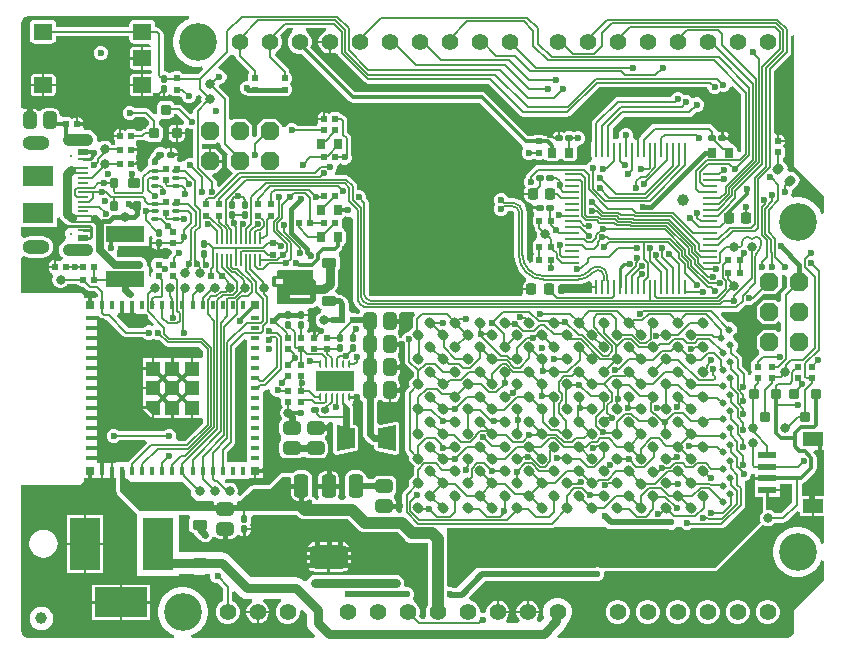
<source format=gtl>
G04*
G04 #@! TF.GenerationSoftware,Altium Limited,Altium Designer,23.8.1 (32)*
G04*
G04 Layer_Physical_Order=1*
G04 Layer_Color=255*
%FSLAX44Y44*%
%MOMM*%
G71*
G04*
G04 #@! TF.SameCoordinates,6629C207-265C-49F2-9D33-E76E02802E5F*
G04*
G04*
G04 #@! TF.FilePolarity,Positive*
G04*
G01*
G75*
G04:AMPARAMS|DCode=13|XSize=0.3mm|YSize=0.66mm|CornerRadius=0.075mm|HoleSize=0mm|Usage=FLASHONLY|Rotation=270.000|XOffset=0mm|YOffset=0mm|HoleType=Round|Shape=RoundedRectangle|*
%AMROUNDEDRECTD13*
21,1,0.3000,0.5100,0,0,270.0*
21,1,0.1500,0.6600,0,0,270.0*
1,1,0.1500,-0.2550,-0.0750*
1,1,0.1500,-0.2550,0.0750*
1,1,0.1500,0.2550,0.0750*
1,1,0.1500,0.2550,-0.0750*
%
%ADD13ROUNDEDRECTD13*%
G04:AMPARAMS|DCode=14|XSize=1.6mm|YSize=1.4001mm|CornerRadius=0.105mm|HoleSize=0mm|Usage=FLASHONLY|Rotation=180.000|XOffset=0mm|YOffset=0mm|HoleType=Round|Shape=RoundedRectangle|*
%AMROUNDEDRECTD14*
21,1,1.6000,1.1900,0,0,180.0*
21,1,1.3899,1.4001,0,0,180.0*
1,1,0.2100,-0.6950,0.5950*
1,1,0.2100,0.6950,0.5950*
1,1,0.2100,0.6950,-0.5950*
1,1,0.2100,-0.6950,-0.5950*
%
%ADD14ROUNDEDRECTD14*%
G04:AMPARAMS|DCode=15|XSize=0.8mm|YSize=0.9mm|CornerRadius=0.1mm|HoleSize=0mm|Usage=FLASHONLY|Rotation=180.000|XOffset=0mm|YOffset=0mm|HoleType=Round|Shape=RoundedRectangle|*
%AMROUNDEDRECTD15*
21,1,0.8000,0.7000,0,0,180.0*
21,1,0.6000,0.9000,0,0,180.0*
1,1,0.2000,-0.3000,0.3500*
1,1,0.2000,0.3000,0.3500*
1,1,0.2000,0.3000,-0.3500*
1,1,0.2000,-0.3000,-0.3500*
%
%ADD15ROUNDEDRECTD15*%
G04:AMPARAMS|DCode=16|XSize=3.2mm|YSize=2mm|CornerRadius=0.5mm|HoleSize=0mm|Usage=FLASHONLY|Rotation=0.000|XOffset=0mm|YOffset=0mm|HoleType=Round|Shape=RoundedRectangle|*
%AMROUNDEDRECTD16*
21,1,3.2000,1.0000,0,0,0.0*
21,1,2.2000,2.0000,0,0,0.0*
1,1,1.0000,1.1000,-0.5000*
1,1,1.0000,-1.1000,-0.5000*
1,1,1.0000,-1.1000,0.5000*
1,1,1.0000,1.1000,0.5000*
%
%ADD16ROUNDEDRECTD16*%
G04:AMPARAMS|DCode=17|XSize=1.2mm|YSize=2mm|CornerRadius=0.3mm|HoleSize=0mm|Usage=FLASHONLY|Rotation=0.000|XOffset=0mm|YOffset=0mm|HoleType=Round|Shape=RoundedRectangle|*
%AMROUNDEDRECTD17*
21,1,1.2000,1.4000,0,0,0.0*
21,1,0.6000,2.0000,0,0,0.0*
1,1,0.6000,0.3000,-0.7000*
1,1,0.6000,-0.3000,-0.7000*
1,1,0.6000,-0.3000,0.7000*
1,1,0.6000,0.3000,0.7000*
%
%ADD17ROUNDEDRECTD17*%
G04:AMPARAMS|DCode=18|XSize=0.91mm|YSize=0.61mm|CornerRadius=0.1495mm|HoleSize=0mm|Usage=FLASHONLY|Rotation=270.000|XOffset=0mm|YOffset=0mm|HoleType=Round|Shape=RoundedRectangle|*
%AMROUNDEDRECTD18*
21,1,0.9100,0.3111,0,0,270.0*
21,1,0.6111,0.6100,0,0,270.0*
1,1,0.2989,-0.1556,-0.3056*
1,1,0.2989,-0.1556,0.3056*
1,1,0.2989,0.1556,0.3056*
1,1,0.2989,0.1556,-0.3056*
%
%ADD18ROUNDEDRECTD18*%
G04:AMPARAMS|DCode=19|XSize=0.91mm|YSize=1.01mm|CornerRadius=0.1502mm|HoleSize=0mm|Usage=FLASHONLY|Rotation=90.000|XOffset=0mm|YOffset=0mm|HoleType=Round|Shape=RoundedRectangle|*
%AMROUNDEDRECTD19*
21,1,0.9100,0.7097,0,0,90.0*
21,1,0.6097,1.0100,0,0,90.0*
1,1,0.3003,0.3549,0.3049*
1,1,0.3003,0.3549,-0.3049*
1,1,0.3003,-0.3549,-0.3049*
1,1,0.3003,-0.3549,0.3049*
%
%ADD19ROUNDEDRECTD19*%
G04:AMPARAMS|DCode=20|XSize=0.91mm|YSize=1.22mm|CornerRadius=0.2275mm|HoleSize=0mm|Usage=FLASHONLY|Rotation=270.000|XOffset=0mm|YOffset=0mm|HoleType=Round|Shape=RoundedRectangle|*
%AMROUNDEDRECTD20*
21,1,0.9100,0.7650,0,0,270.0*
21,1,0.4550,1.2200,0,0,270.0*
1,1,0.4550,-0.3825,-0.2275*
1,1,0.4550,-0.3825,0.2275*
1,1,0.4550,0.3825,0.2275*
1,1,0.4550,0.3825,-0.2275*
%
%ADD20ROUNDEDRECTD20*%
%ADD21R,1.8000X1.2000*%
%ADD22R,1.5500X0.6000*%
G04:AMPARAMS|DCode=23|XSize=0.55mm|YSize=0.58mm|CornerRadius=0.1403mm|HoleSize=0mm|Usage=FLASHONLY|Rotation=0.000|XOffset=0mm|YOffset=0mm|HoleType=Round|Shape=RoundedRectangle|*
%AMROUNDEDRECTD23*
21,1,0.5500,0.2995,0,0,0.0*
21,1,0.2695,0.5800,0,0,0.0*
1,1,0.2805,0.1348,-0.1498*
1,1,0.2805,-0.1348,-0.1498*
1,1,0.2805,-0.1348,0.1498*
1,1,0.2805,0.1348,0.1498*
%
%ADD23ROUNDEDRECTD23*%
G04:AMPARAMS|DCode=24|XSize=0.23mm|YSize=0.6mm|CornerRadius=0.0575mm|HoleSize=0mm|Usage=FLASHONLY|Rotation=180.000|XOffset=0mm|YOffset=0mm|HoleType=Round|Shape=RoundedRectangle|*
%AMROUNDEDRECTD24*
21,1,0.2300,0.4850,0,0,180.0*
21,1,0.1150,0.6000,0,0,180.0*
1,1,0.1150,-0.0575,0.2425*
1,1,0.1150,0.0575,0.2425*
1,1,0.1150,0.0575,-0.2425*
1,1,0.1150,-0.0575,-0.2425*
%
%ADD24ROUNDEDRECTD24*%
G04:AMPARAMS|DCode=25|XSize=0.72mm|YSize=0.87mm|CornerRadius=0.18mm|HoleSize=0mm|Usage=FLASHONLY|Rotation=45.000|XOffset=0mm|YOffset=0mm|HoleType=Round|Shape=RoundedRectangle|*
%AMROUNDEDRECTD25*
21,1,0.7200,0.5100,0,0,45.0*
21,1,0.3600,0.8700,0,0,45.0*
1,1,0.3600,0.3076,-0.0530*
1,1,0.3600,0.0530,-0.3076*
1,1,0.3600,-0.3076,0.0530*
1,1,0.3600,-0.0530,0.3076*
%
%ADD25ROUNDEDRECTD25*%
G04:AMPARAMS|DCode=26|XSize=0.75mm|YSize=0.87mm|CornerRadius=0.1913mm|HoleSize=0mm|Usage=FLASHONLY|Rotation=180.000|XOffset=0mm|YOffset=0mm|HoleType=Round|Shape=RoundedRectangle|*
%AMROUNDEDRECTD26*
21,1,0.7500,0.4875,0,0,180.0*
21,1,0.3675,0.8700,0,0,180.0*
1,1,0.3825,-0.1838,0.2438*
1,1,0.3825,0.1838,0.2438*
1,1,0.3825,0.1838,-0.2438*
1,1,0.3825,-0.1838,-0.2438*
%
%ADD26ROUNDEDRECTD26*%
%ADD31R,0.8500X0.2000*%
%ADD32R,0.8500X0.5700*%
%ADD33R,0.8500X0.2500*%
G04:AMPARAMS|DCode=35|XSize=0.25mm|YSize=1.25mm|CornerRadius=0.0625mm|HoleSize=0mm|Usage=FLASHONLY|Rotation=0.000|XOffset=0mm|YOffset=0mm|HoleType=Round|Shape=RoundedRectangle|*
%AMROUNDEDRECTD35*
21,1,0.2500,1.1250,0,0,0.0*
21,1,0.1250,1.2500,0,0,0.0*
1,1,0.1250,0.0625,-0.5625*
1,1,0.1250,-0.0625,-0.5625*
1,1,0.1250,-0.0625,0.5625*
1,1,0.1250,0.0625,0.5625*
%
%ADD35ROUNDEDRECTD35*%
G04:AMPARAMS|DCode=36|XSize=0.25mm|YSize=1.25mm|CornerRadius=0.0625mm|HoleSize=0mm|Usage=FLASHONLY|Rotation=90.000|XOffset=0mm|YOffset=0mm|HoleType=Round|Shape=RoundedRectangle|*
%AMROUNDEDRECTD36*
21,1,0.2500,1.1250,0,0,90.0*
21,1,0.1250,1.2500,0,0,90.0*
1,1,0.1250,0.5625,0.0625*
1,1,0.1250,0.5625,-0.0625*
1,1,0.1250,-0.5625,-0.0625*
1,1,0.1250,-0.5625,0.0625*
%
%ADD36ROUNDEDRECTD36*%
G04:AMPARAMS|DCode=37|XSize=1.11mm|YSize=1.47mm|CornerRadius=0.2498mm|HoleSize=0mm|Usage=FLASHONLY|Rotation=90.000|XOffset=0mm|YOffset=0mm|HoleType=Round|Shape=RoundedRectangle|*
%AMROUNDEDRECTD37*
21,1,1.1100,0.9705,0,0,90.0*
21,1,0.6105,1.4700,0,0,90.0*
1,1,0.4995,0.4853,0.3053*
1,1,0.4995,0.4853,-0.3053*
1,1,0.4995,-0.4853,-0.3053*
1,1,0.4995,-0.4853,0.3053*
%
%ADD37ROUNDEDRECTD37*%
G04:AMPARAMS|DCode=38|XSize=0.87mm|YSize=0.97mm|CornerRadius=0.2218mm|HoleSize=0mm|Usage=FLASHONLY|Rotation=180.000|XOffset=0mm|YOffset=0mm|HoleType=Round|Shape=RoundedRectangle|*
%AMROUNDEDRECTD38*
21,1,0.8700,0.5263,0,0,180.0*
21,1,0.4263,0.9700,0,0,180.0*
1,1,0.4437,-0.2132,0.2632*
1,1,0.4437,0.2132,0.2632*
1,1,0.4437,0.2132,-0.2632*
1,1,0.4437,-0.2132,-0.2632*
%
%ADD38ROUNDEDRECTD38*%
G04:AMPARAMS|DCode=39|XSize=0.63mm|YSize=0.58mm|CornerRadius=0.1508mm|HoleSize=0mm|Usage=FLASHONLY|Rotation=0.000|XOffset=0mm|YOffset=0mm|HoleType=Round|Shape=RoundedRectangle|*
%AMROUNDEDRECTD39*
21,1,0.6300,0.2784,0,0,0.0*
21,1,0.3284,0.5800,0,0,0.0*
1,1,0.3016,0.1642,-0.1392*
1,1,0.3016,-0.1642,-0.1392*
1,1,0.3016,-0.1642,0.1392*
1,1,0.3016,0.1642,0.1392*
%
%ADD39ROUNDEDRECTD39*%
%ADD40R,3.3000X1.4000*%
G04:AMPARAMS|DCode=41|XSize=0.63mm|YSize=0.58mm|CornerRadius=0.1508mm|HoleSize=0mm|Usage=FLASHONLY|Rotation=90.000|XOffset=0mm|YOffset=0mm|HoleType=Round|Shape=RoundedRectangle|*
%AMROUNDEDRECTD41*
21,1,0.6300,0.2784,0,0,90.0*
21,1,0.3284,0.5800,0,0,90.0*
1,1,0.3016,0.1392,0.1642*
1,1,0.3016,0.1392,-0.1642*
1,1,0.3016,-0.1392,-0.1642*
1,1,0.3016,-0.1392,0.1642*
%
%ADD41ROUNDEDRECTD41*%
G04:AMPARAMS|DCode=42|XSize=0.55mm|YSize=0.58mm|CornerRadius=0.1403mm|HoleSize=0mm|Usage=FLASHONLY|Rotation=270.000|XOffset=0mm|YOffset=0mm|HoleType=Round|Shape=RoundedRectangle|*
%AMROUNDEDRECTD42*
21,1,0.5500,0.2995,0,0,270.0*
21,1,0.2695,0.5800,0,0,270.0*
1,1,0.2805,-0.1498,-0.1348*
1,1,0.2805,-0.1498,0.1348*
1,1,0.2805,0.1498,0.1348*
1,1,0.2805,0.1498,-0.1348*
%
%ADD42ROUNDEDRECTD42*%
G04:AMPARAMS|DCode=43|XSize=0.72mm|YSize=0.87mm|CornerRadius=0.18mm|HoleSize=0mm|Usage=FLASHONLY|Rotation=0.000|XOffset=0mm|YOffset=0mm|HoleType=Round|Shape=RoundedRectangle|*
%AMROUNDEDRECTD43*
21,1,0.7200,0.5100,0,0,0.0*
21,1,0.3600,0.8700,0,0,0.0*
1,1,0.3600,0.1800,-0.2550*
1,1,0.3600,-0.1800,-0.2550*
1,1,0.3600,-0.1800,0.2550*
1,1,0.3600,0.1800,0.2550*
%
%ADD43ROUNDEDRECTD43*%
G04:AMPARAMS|DCode=44|XSize=1.11mm|YSize=1.47mm|CornerRadius=0.2498mm|HoleSize=0mm|Usage=FLASHONLY|Rotation=0.000|XOffset=0mm|YOffset=0mm|HoleType=Round|Shape=RoundedRectangle|*
%AMROUNDEDRECTD44*
21,1,1.1100,0.9705,0,0,0.0*
21,1,0.6105,1.4700,0,0,0.0*
1,1,0.4995,0.3053,-0.4853*
1,1,0.4995,-0.3053,-0.4853*
1,1,0.4995,-0.3053,0.4853*
1,1,0.4995,0.3053,0.4853*
%
%ADD44ROUNDEDRECTD44*%
G04:AMPARAMS|DCode=45|XSize=0.72mm|YSize=0.87mm|CornerRadius=0.18mm|HoleSize=0mm|Usage=FLASHONLY|Rotation=315.000|XOffset=0mm|YOffset=0mm|HoleType=Round|Shape=RoundedRectangle|*
%AMROUNDEDRECTD45*
21,1,0.7200,0.5100,0,0,315.0*
21,1,0.3600,0.8700,0,0,315.0*
1,1,0.3600,-0.0530,-0.3076*
1,1,0.3600,-0.3076,-0.0530*
1,1,0.3600,0.0530,0.3076*
1,1,0.3600,0.3076,0.0530*
%
%ADD45ROUNDEDRECTD45*%
G04:AMPARAMS|DCode=46|XSize=0.55mm|YSize=0.58mm|CornerRadius=0.1403mm|HoleSize=0mm|Usage=FLASHONLY|Rotation=45.000|XOffset=0mm|YOffset=0mm|HoleType=Round|Shape=RoundedRectangle|*
%AMROUNDEDRECTD46*
21,1,0.5500,0.2995,0,0,45.0*
21,1,0.2695,0.5800,0,0,45.0*
1,1,0.2805,0.2012,-0.0106*
1,1,0.2805,0.0106,-0.2012*
1,1,0.2805,-0.2012,0.0106*
1,1,0.2805,-0.0106,0.2012*
%
%ADD46ROUNDEDRECTD46*%
G04:AMPARAMS|DCode=89|XSize=0.8001mm|YSize=0.8001mm|CornerRadius=0.4001mm|HoleSize=0mm|Usage=FLASHONLY|Rotation=180.000|XOffset=0mm|YOffset=0mm|HoleType=Round|Shape=RoundedRectangle|*
%AMROUNDEDRECTD89*
21,1,0.8001,0.0000,0,0,180.0*
21,1,0.0000,0.8001,0,0,180.0*
1,1,0.8001,0.0000,0.0000*
1,1,0.8001,0.0000,0.0000*
1,1,0.8001,0.0000,0.0000*
1,1,0.8001,0.0000,0.0000*
%
%ADD89ROUNDEDRECTD89*%
%ADD94C,0.6000*%
%ADD101C,0.1500*%
%ADD102R,0.6000X0.8001*%
G04:AMPARAMS|DCode=103|XSize=0.8001mm|YSize=0.8001mm|CornerRadius=0.4001mm|HoleSize=0mm|Usage=FLASHONLY|Rotation=90.000|XOffset=0mm|YOffset=0mm|HoleType=Round|Shape=RoundedRectangle|*
%AMROUNDEDRECTD103*
21,1,0.8001,0.0000,0,0,90.0*
21,1,0.0000,0.8001,0,0,90.0*
1,1,0.8001,0.0000,0.0000*
1,1,0.8001,0.0000,0.0000*
1,1,0.8001,0.0000,0.0000*
1,1,0.8001,0.0000,0.0000*
%
%ADD103ROUNDEDRECTD103*%
%ADD104R,3.3000X1.7000*%
%AMCUSTOMSHAPE105*
4,1,4,0.7500,0.8000,0.7500,-0.8000,-0.7500,-1.1000,-0.7500,1.1000,0.7500,0.8000,0.0*%
%ADD105CUSTOMSHAPE105*%

%AMCUSTOMSHAPE106*
4,1,4,-0.7500,0.8000,-0.7500,-0.8000,0.7500,-1.1000,0.7500,1.1000,-0.7500,0.8000,0.0*%
%ADD106CUSTOMSHAPE106*%

%ADD107R,0.2000X1.0000*%
%ADD108R,0.2000X1.1000*%
%ADD109C,1.0000*%
%ADD110R,1.2000X1.2000*%
%AMCUSTOMSHAPE111*
4,1,5,0.6000,-0.6000,0.0000,-0.6000,-0.6000,0.0000,-0.6000,0.6000,0.6000,0.6000,0.6000,-0.6000,0.0*%
%ADD111CUSTOMSHAPE111*%

%ADD112R,0.8000X0.8000*%
%ADD113R,0.8000X0.4000*%
%ADD114R,0.4000X0.8000*%
%ADD115R,2.6000X1.7100*%
G04:AMPARAMS|DCode=116|XSize=0.8001mm|YSize=0.8001mm|CornerRadius=0.4001mm|HoleSize=0mm|Usage=FLASHONLY|Rotation=315.000|XOffset=0mm|YOffset=0mm|HoleType=Round|Shape=RoundedRectangle|*
%AMROUNDEDRECTD116*
21,1,0.8001,0.0000,0,0,315.0*
21,1,0.0000,0.8001,0,0,315.0*
1,1,0.8001,0.0000,0.0000*
1,1,0.8001,0.0000,0.0000*
1,1,0.8001,0.0000,0.0000*
1,1,0.8001,0.0000,0.0000*
%
%ADD116ROUNDEDRECTD116*%
%ADD117C,0.2000*%
%ADD118C,0.3000*%
%ADD119C,0.4000*%
%ADD120C,0.6000*%
%ADD121C,1.0000*%
%ADD122C,0.2200*%
%ADD123C,0.5000*%
%ADD124C,0.8000*%
%ADD125C,0.2500*%
%ADD126C,0.7000*%
%ADD127R,2.5000X4.4000*%
%ADD128R,4.4000X2.5000*%
%ADD129O,2.3000X1.2000*%
%ADD130O,2.6000X1.0500*%
%ADD131C,0.2000*%
G04:AMPARAMS|DCode=132|XSize=1.5007mm|YSize=1.5007mm|CornerRadius=0mm|HoleSize=0mm|Usage=FLASHONLY|Rotation=180.000|XOffset=0mm|YOffset=0mm|HoleType=Round|Shape=Octagon|*
%AMOCTAGOND132*
4,1,8,-0.7504,0.3752,-0.7504,-0.3752,-0.3752,-0.7504,0.3752,-0.7504,0.7504,-0.3752,0.7504,0.3752,0.3752,0.7504,-0.3752,0.7504,-0.7504,0.3752,0.0*
%
%ADD132OCTAGOND132*%

%ADD133C,1.4220*%
%ADD134C,1.4224*%
G04:AMPARAMS|DCode=135|XSize=1.5007mm|YSize=1.5007mm|CornerRadius=0mm|HoleSize=0mm|Usage=FLASHONLY|Rotation=270.000|XOffset=0mm|YOffset=0mm|HoleType=Round|Shape=Octagon|*
%AMOCTAGOND135*
4,1,8,-0.3752,-0.7504,0.3752,-0.7504,0.7504,-0.3752,0.7504,0.3752,0.3752,0.7504,-0.3752,0.7504,-0.7504,0.3752,-0.7504,-0.3752,-0.3752,-0.7504,0.0*
%
%ADD135OCTAGOND135*%

%ADD136C,3.1999*%
G36*
X145427Y527841D02*
X142453Y526610D01*
X139014Y524311D01*
X136089Y521386D01*
X133791Y517947D01*
X132208Y514125D01*
X131401Y510068D01*
Y505932D01*
X132208Y501875D01*
X133791Y498053D01*
X136089Y494614D01*
X139014Y491689D01*
X142453Y489391D01*
X146275Y487808D01*
X150332Y487001D01*
X154468D01*
X155941Y487294D01*
X157172Y484990D01*
X152797Y480614D01*
X140065D01*
X139332Y481712D01*
X137875Y482685D01*
X136158Y483026D01*
X133163D01*
X131445Y482685D01*
X130888Y482312D01*
X128302Y481682D01*
X126811Y482678D01*
X125052Y483028D01*
X123484D01*
Y514440D01*
X123193Y515903D01*
X122364Y517144D01*
X120274Y519233D01*
X119034Y520062D01*
X117571Y520353D01*
X116578D01*
Y522480D01*
X116264Y524060D01*
X115369Y525400D01*
X114029Y526295D01*
X112449Y526609D01*
X98549D01*
X96969Y526295D01*
X95629Y525400D01*
X94734Y524060D01*
X94420Y522480D01*
Y520353D01*
X32580D01*
Y522480D01*
X32266Y524060D01*
X31371Y525400D01*
X30031Y526295D01*
X28451Y526609D01*
X14552D01*
X12971Y526295D01*
X11632Y525400D01*
X10737Y524060D01*
X10422Y522480D01*
Y510579D01*
X10737Y508999D01*
X11632Y507659D01*
X12971Y506764D01*
X14552Y506450D01*
X28451D01*
X30031Y506764D01*
X31371Y507659D01*
X32266Y508999D01*
X32580Y510579D01*
Y512706D01*
X94420D01*
Y510579D01*
X94734Y508999D01*
X95629Y507659D01*
X96969Y506764D01*
X98549Y506450D01*
X111126D01*
X113067Y504863D01*
X112449Y503641D01*
X106499D01*
Y494030D01*
Y484420D01*
X112449D01*
X113848Y482780D01*
X113519Y482395D01*
X111934Y481141D01*
X106499D01*
Y471531D01*
Y461920D01*
X112449D01*
X113849Y462199D01*
X115037Y462992D01*
X115830Y464180D01*
X115937Y464714D01*
X118175Y464851D01*
X118502Y464798D01*
X119350Y463530D01*
X120689Y462635D01*
X122268Y462321D01*
X122660D01*
Y468090D01*
X124660D01*
Y462321D01*
X125052D01*
X126632Y462635D01*
X127971Y463530D01*
X130505Y462823D01*
X131445Y462196D01*
X133163Y461854D01*
X136158D01*
X136586Y461939D01*
X138739Y461047D01*
X139380Y460194D01*
X140000Y458698D01*
X141687Y457010D01*
X143893Y456096D01*
X146279D01*
X148485Y457010D01*
X150173Y458698D01*
X151086Y460903D01*
Y462271D01*
X153574Y463319D01*
X155702Y461191D01*
X155560Y460662D01*
Y458819D01*
X155702Y458289D01*
X149696Y452284D01*
X148868Y451043D01*
X148576Y449580D01*
Y447803D01*
X146076Y447035D01*
X139408Y453704D01*
X138168Y454532D01*
X136705Y454823D01*
X132197D01*
X132018Y455722D01*
X131134Y457045D01*
X129811Y457929D01*
X128250Y458239D01*
X122250D01*
X120689Y457929D01*
X119366Y457045D01*
X118482Y455722D01*
X118172Y454161D01*
Y447771D01*
X116696Y446874D01*
X115722Y446685D01*
X111704Y450704D01*
X110463Y451532D01*
X109000Y451823D01*
X99662D01*
X98399Y453087D01*
X96194Y454000D01*
X93806D01*
X91601Y453087D01*
X89913Y451399D01*
X89000Y449193D01*
Y446806D01*
X89913Y444601D01*
X91601Y442913D01*
X93806Y442000D01*
X96194D01*
X98399Y442913D01*
X99662Y444177D01*
X107416D01*
X111129Y440464D01*
X111150Y439586D01*
X110768Y437646D01*
X109867Y437043D01*
X108983Y435720D01*
X108737Y434483D01*
X107659D01*
X106196Y434192D01*
X104956Y433363D01*
X104015Y432422D01*
X101088D01*
X100522Y433270D01*
X99066Y434243D01*
X97348Y434585D01*
X94653D01*
X92935Y434243D01*
X92859Y434193D01*
X90690Y432939D01*
X89386Y433810D01*
X87848Y434116D01*
X87500D01*
Y428599D01*
X86500D01*
Y427599D01*
X81133D01*
Y427101D01*
X81439Y425563D01*
X82242Y424361D01*
X82304Y424250D01*
X82163Y421883D01*
X82131Y421372D01*
X81979Y421270D01*
X81883Y421127D01*
X79384Y421170D01*
X79102Y421659D01*
X77799Y422962D01*
X76202Y423884D01*
X74422Y424361D01*
X72579D01*
X70798Y423884D01*
X69319Y423030D01*
X68838Y423171D01*
X66959Y424254D01*
X67071Y425110D01*
X66788Y427264D01*
X65957Y429271D01*
X64634Y430994D01*
X62911Y432317D01*
X60904Y433148D01*
X58750Y433431D01*
X56937D01*
X56254Y434297D01*
X55396Y435931D01*
X55615Y437033D01*
Y437530D01*
X50248D01*
Y438530D01*
X49248D01*
Y444047D01*
X48900D01*
X47362Y443741D01*
X46058Y442870D01*
X43889Y444124D01*
X43813Y444175D01*
X42095Y444516D01*
X39400D01*
X38155Y444269D01*
X36463Y445169D01*
X35655Y445827D01*
Y446383D01*
X35229Y448528D01*
X34014Y450346D01*
X32195Y451561D01*
X30050Y451988D01*
X23945D01*
X21800Y451561D01*
X19982Y450346D01*
X19724Y449961D01*
X16718Y449961D01*
X16682Y450014D01*
X15016Y451128D01*
X13050Y451519D01*
X10998D01*
Y441530D01*
X8998D01*
Y451519D01*
X6945D01*
X5559Y451243D01*
X3721Y452257D01*
X3059Y452851D01*
Y523400D01*
Y524084D01*
X3325Y525425D01*
X3849Y526688D01*
X4608Y527825D01*
X5575Y528792D01*
X6712Y529551D01*
X7975Y530075D01*
X9316Y530341D01*
X144930D01*
X145427Y527841D01*
D02*
G37*
G36*
X140956Y441341D02*
X140924Y439109D01*
X140684Y438894D01*
X138896Y437541D01*
X137750Y437769D01*
X135750D01*
Y431659D01*
X141359D01*
Y434159D01*
X141318Y434366D01*
X143622Y435597D01*
X143814Y435406D01*
X146019Y434492D01*
X148406D01*
X148576Y434378D01*
Y410924D01*
X147193Y410000D01*
X144806D01*
X142601Y409087D01*
X140913Y407399D01*
X140820Y407172D01*
X137816Y406305D01*
X136098Y406646D01*
X135800D01*
X135743Y406706D01*
X134693Y409146D01*
X135055Y409689D01*
X135370Y411268D01*
Y411660D01*
X129600D01*
Y412660D01*
X128600D01*
Y418179D01*
X127958D01*
X126379Y417865D01*
X125664Y417388D01*
X124301Y418299D01*
X122542Y418648D01*
X119258D01*
X117499Y418299D01*
X116008Y417302D01*
X115012Y415811D01*
X114734Y414414D01*
X112724Y412405D01*
X111619Y410751D01*
X111619Y410749D01*
X110860Y409990D01*
X109946Y407785D01*
Y405398D01*
X110314Y402928D01*
X108991Y402044D01*
X108991Y402044D01*
X105085Y398138D01*
X102224Y398812D01*
X101862Y399686D01*
X100606Y400942D01*
X101061Y401624D01*
X101367Y403163D01*
Y403660D01*
X96000D01*
Y405660D01*
X101367D01*
Y406158D01*
X101061Y407696D01*
X100190Y409000D01*
X99853Y409225D01*
X99853Y412034D01*
X100190Y412259D01*
X101061Y413563D01*
X101367Y415101D01*
Y415599D01*
X96000D01*
Y417599D01*
X101367D01*
Y418096D01*
X101061Y419635D01*
X100258Y420837D01*
X100196Y420947D01*
X100338Y423315D01*
X100369Y423826D01*
X100522Y423927D01*
X101088Y424775D01*
X105599D01*
X107062Y425066D01*
X109867Y424276D01*
X111190Y423391D01*
X112751Y423081D01*
X118751D01*
X120311Y423391D01*
X121634Y424276D01*
X122519Y425599D01*
X122829Y427159D01*
Y434159D01*
X122519Y435720D01*
X121634Y437043D01*
X120311Y437927D01*
X119574Y438074D01*
Y441249D01*
X119572Y441260D01*
X119698Y441501D01*
X121738Y443184D01*
X122250Y443083D01*
X128250D01*
X129811Y443393D01*
X131134Y444277D01*
X132018Y445600D01*
X132329Y447161D01*
Y447177D01*
X135121D01*
X140956Y441341D01*
D02*
G37*
G36*
X261426Y517260D02*
X260435Y516994D01*
X258234Y515724D01*
X256437Y513927D01*
X255166Y511726D01*
X254508Y509271D01*
Y509000D01*
X264160D01*
Y508000D01*
X265160D01*
Y498348D01*
X265431D01*
X267886Y499006D01*
X268231Y499205D01*
X269020Y499044D01*
X270898Y497858D01*
X271022Y497231D01*
X271851Y495991D01*
X294105Y473736D01*
X295345Y472908D01*
X296809Y472617D01*
X398613D01*
X425493Y445737D01*
X426734Y444908D01*
X428197Y444617D01*
X465440D01*
X466903Y444908D01*
X468144Y445737D01*
X492242Y469835D01*
X584000D01*
Y468806D01*
X584913Y466601D01*
X586601Y464913D01*
X588806Y464000D01*
X591194D01*
X593399Y464913D01*
X594928Y466443D01*
X596205Y465914D01*
X598592D01*
X600798Y466827D01*
X602485Y468515D01*
X603001Y469759D01*
X605708Y470587D01*
X612800Y463495D01*
Y415411D01*
X611544Y414439D01*
X609044Y415570D01*
Y416718D01*
X608663Y418634D01*
X607577Y420259D01*
X605952Y421345D01*
X604035Y421726D01*
X603700Y422008D01*
X602335Y424226D01*
X602467Y424888D01*
Y425280D01*
X596698D01*
Y426280D01*
X595698D01*
Y431800D01*
X595056D01*
X594576Y431704D01*
X594358Y431707D01*
X592040Y433004D01*
X591776Y433283D01*
X591740Y433332D01*
X590881Y434618D01*
X590881Y434618D01*
X588153Y437346D01*
X586829Y438230D01*
X585269Y438541D01*
X585269Y438541D01*
X539487D01*
X539487Y438541D01*
X537926Y438230D01*
X536603Y437346D01*
X536603Y437346D01*
X527116Y427859D01*
X526232Y426536D01*
X525998Y426188D01*
Y425359D01*
X525921Y424975D01*
Y423637D01*
X525676Y422405D01*
Y416780D01*
X524319D01*
Y422405D01*
X524038Y423820D01*
X523998Y423880D01*
Y425558D01*
X523138Y425387D01*
X521372Y427089D01*
X520998Y427804D01*
Y430191D01*
X520084Y432396D01*
X518396Y434084D01*
X516191Y434997D01*
X513804D01*
X511599Y434084D01*
X509911Y432396D01*
X508997Y430191D01*
Y427804D01*
X508800Y427426D01*
X507037Y425820D01*
X505622Y426101D01*
X504373D01*
X503821Y426554D01*
Y435414D01*
X512999Y444592D01*
X568415D01*
X569879Y444883D01*
X571119Y445712D01*
X574407Y449000D01*
X576194D01*
X578399Y449913D01*
X580087Y451601D01*
X581000Y453806D01*
Y456194D01*
X580087Y458399D01*
X578399Y460087D01*
X576194Y461000D01*
X573806D01*
X573582Y460907D01*
X571087Y460399D01*
X569399Y462087D01*
X567193Y463000D01*
X564807D01*
X564333Y462804D01*
X564087Y463399D01*
X562399Y465087D01*
X560193Y466000D01*
X557807D01*
X555601Y465087D01*
X553913Y463399D01*
X553037Y461283D01*
X508459D01*
X506996Y460992D01*
X505756Y460163D01*
X487294Y441701D01*
X486465Y440461D01*
X486174Y438997D01*
Y424143D01*
X485958Y423820D01*
X485676Y422405D01*
Y411155D01*
X485958Y409741D01*
X486119Y409500D01*
X486024Y408743D01*
X485288Y406861D01*
X485184Y406742D01*
X483601Y406087D01*
X481913Y404399D01*
X481669Y403809D01*
X480532Y403464D01*
X479069Y403755D01*
X440931D01*
X439468Y403464D01*
X438228Y402635D01*
X431602Y396009D01*
X430773Y394769D01*
X430588Y393838D01*
X429219Y392469D01*
X428306Y390264D01*
Y387877D01*
X429219Y385672D01*
X429980Y384911D01*
X429384Y384018D01*
X429014Y382162D01*
Y380530D01*
X435998D01*
Y378530D01*
X429014D01*
Y376899D01*
X429384Y375042D01*
X430435Y373468D01*
X432009Y372416D01*
X433866Y372047D01*
X434756D01*
X436419Y369547D01*
X436341Y369152D01*
Y368760D01*
X442110D01*
Y366760D01*
X436341D01*
Y366368D01*
X436655Y364789D01*
X437550Y363450D01*
X436843Y360915D01*
X436216Y359975D01*
X435874Y358258D01*
Y355263D01*
X436216Y353545D01*
X437189Y352089D01*
X437887Y351622D01*
Y350510D01*
X438178Y349047D01*
X439007Y347807D01*
X439602Y347211D01*
X439460Y346682D01*
Y344838D01*
X439901Y343193D01*
X439917Y343018D01*
X438645Y340405D01*
X437189Y339432D01*
X436216Y337975D01*
X435874Y336258D01*
Y333263D01*
X436216Y331545D01*
X436579Y331001D01*
X437189Y328432D01*
X436216Y326975D01*
X435874Y325258D01*
Y322517D01*
X435253Y321888D01*
X433598Y320888D01*
X432747Y321335D01*
X431555Y324213D01*
X431096Y327699D01*
X431138Y327906D01*
Y363906D01*
X431164D01*
X430765Y366935D01*
X429596Y369758D01*
X427736Y372182D01*
X425312Y374042D01*
X422490Y375211D01*
X419460Y375610D01*
Y375584D01*
X415255D01*
X414547Y377294D01*
X412859Y378982D01*
X410654Y379895D01*
X408267D01*
X406062Y378982D01*
X404374Y377294D01*
X403460Y375089D01*
Y372702D01*
X404374Y370496D01*
X404610Y370260D01*
X404374Y370024D01*
X403460Y367819D01*
Y365432D01*
X404374Y363226D01*
X406062Y361539D01*
X408267Y360625D01*
X410654D01*
X412859Y361539D01*
X414547Y363226D01*
X415255Y364937D01*
X418381D01*
X419798Y364244D01*
X420491Y362827D01*
Y327906D01*
X420444D01*
X420923Y323049D01*
X422339Y318379D01*
X424640Y314076D01*
X427736Y310303D01*
X430297Y308201D01*
X430377Y307927D01*
X430027Y305243D01*
X429398Y304822D01*
X428346Y303248D01*
X427977Y301392D01*
Y299760D01*
X434960D01*
Y297760D01*
X427977D01*
Y296129D01*
X428166Y295179D01*
X426864Y293057D01*
X426404Y292679D01*
X299179D01*
Y292697D01*
X298463Y292839D01*
X297856Y293245D01*
X297450Y293852D01*
X297308Y294568D01*
X297290D01*
Y371794D01*
X296999Y373257D01*
X296171Y374498D01*
X294592Y376077D01*
Y377863D01*
X293678Y380068D01*
X291990Y381756D01*
X289785Y382669D01*
X287398D01*
X287395Y382672D01*
Y385665D01*
X287104Y387128D01*
X286275Y388368D01*
X280712Y393932D01*
X279472Y394760D01*
X278009Y395051D01*
X269023D01*
X268836Y395360D01*
X268257Y397551D01*
X269477Y398772D01*
X270391Y400977D01*
Y403364D01*
X271975Y404565D01*
X273123Y405332D01*
X273331Y405123D01*
X275536Y404210D01*
X277924D01*
X280129Y405123D01*
X281817Y406811D01*
X282730Y409016D01*
Y411404D01*
X282206Y412668D01*
X282309Y413183D01*
Y426457D01*
X282018Y427920D01*
X281189Y429160D01*
X279195Y431154D01*
Y441429D01*
X278904Y442892D01*
X278075Y444132D01*
X276504Y445704D01*
X275263Y446532D01*
X273844Y446815D01*
X273272Y447672D01*
X271815Y448645D01*
X270098Y448986D01*
X267402D01*
X265685Y448645D01*
X265609Y448594D01*
X263440Y447340D01*
X262136Y448211D01*
X260597Y448517D01*
X260250D01*
Y443000D01*
X259250D01*
Y442000D01*
X253883D01*
Y441502D01*
X254189Y439964D01*
X254665Y439251D01*
X253640Y437089D01*
X253463Y436894D01*
X237074D01*
X235390Y438578D01*
X233184Y439491D01*
X230797D01*
X228592Y438578D01*
X226904Y436890D01*
X226364Y435584D01*
X223864Y436082D01*
Y437592D01*
X218612Y442844D01*
X208108D01*
X202857Y437592D01*
Y429244D01*
X200964Y427351D01*
X198464Y428386D01*
Y437592D01*
X193212Y442844D01*
X182708D01*
X181383Y441519D01*
X179074Y442475D01*
Y459750D01*
X178783Y461213D01*
X177954Y462454D01*
X170474Y469933D01*
X171510Y472433D01*
X171994D01*
X174199Y473347D01*
X175887Y475034D01*
X176800Y477240D01*
Y479627D01*
X175887Y481832D01*
X174199Y483520D01*
X171994Y484433D01*
X170966D01*
X169930Y486933D01*
X180199Y497201D01*
X183146Y497254D01*
X184137Y496418D01*
Y496040D01*
X184428Y494577D01*
X185257Y493336D01*
X196069Y482524D01*
X195989Y481712D01*
X195016Y480255D01*
X194674Y478538D01*
Y475843D01*
X193821Y474804D01*
X192967D01*
X190762Y473890D01*
X189074Y472202D01*
X188161Y469997D01*
Y467610D01*
X189074Y465405D01*
X190762Y463717D01*
X192967Y462804D01*
X194253D01*
X195264Y462603D01*
X196836D01*
X197445Y462196D01*
X199163Y461854D01*
X202158D01*
X203875Y462196D01*
X204469Y462592D01*
X222251D01*
X222845Y462196D01*
X224563Y461854D01*
X227558D01*
X229275Y462196D01*
X230732Y463169D01*
X231705Y464625D01*
X232046Y466343D01*
Y469038D01*
X231705Y470755D01*
X230732Y472212D01*
Y472669D01*
X231705Y474125D01*
X232046Y475843D01*
Y478538D01*
X231705Y480255D01*
X230732Y481712D01*
X229883Y482278D01*
Y482940D01*
X229592Y484403D01*
X228764Y485644D01*
X218099Y496308D01*
X218062Y496410D01*
X218386Y499226D01*
X219569Y499908D01*
X221452Y501791D01*
X222783Y504097D01*
X223472Y506669D01*
Y509331D01*
X222783Y511903D01*
X221812Y513585D01*
X227987Y519760D01*
X233029D01*
X233277Y519398D01*
X232551Y516092D01*
X230669Y514209D01*
X229337Y511903D01*
X228648Y509331D01*
Y506669D01*
X229337Y504097D01*
X230669Y501791D01*
X232551Y499908D01*
X234857Y498577D01*
X237429Y497888D01*
X240091D01*
X240511Y498000D01*
X280756Y457756D01*
X282244Y456761D01*
X284000Y456412D01*
X391100D01*
X426975Y420536D01*
X427299Y420320D01*
X428120Y417895D01*
X427955Y417103D01*
X427280Y415474D01*
Y413087D01*
X428194Y410882D01*
X429882Y409194D01*
X432087Y408280D01*
X434474D01*
X436679Y409194D01*
X436936Y409451D01*
X437932Y408786D01*
X439650Y408444D01*
X442645D01*
X444363Y408786D01*
X447418Y408301D01*
X449043Y407215D01*
X450960Y406834D01*
X454635D01*
X456552Y407215D01*
X458177Y408301D01*
X458427Y408675D01*
X461369D01*
X461618Y408301D01*
X463243Y407215D01*
X465160Y406834D01*
X468835D01*
X470752Y407215D01*
X472377Y408301D01*
X473462Y409926D01*
X473844Y411843D01*
Y416718D01*
X473597Y417959D01*
X474704Y419901D01*
X475250Y420459D01*
X475584D01*
X477789Y421372D01*
X479477Y423060D01*
X480390Y425265D01*
Y427652D01*
X479477Y429857D01*
X477789Y431545D01*
X475584Y432459D01*
X473197D01*
X470992Y431545D01*
X470978Y431531D01*
X470398Y431919D01*
X468639Y432268D01*
X465356D01*
X463597Y431919D01*
X462234Y431008D01*
X461519Y431485D01*
X459939Y431800D01*
X459297D01*
Y426280D01*
X457298D01*
Y431800D01*
X456656D01*
X455076Y431485D01*
X453737Y430591D01*
X453086Y429616D01*
X450975Y428019D01*
X449220Y428368D01*
X445719D01*
X444363Y429275D01*
X442645Y429617D01*
X439650D01*
X437932Y429275D01*
X436576Y428368D01*
X432120D01*
X396244Y464244D01*
X394756Y465239D01*
X393000Y465588D01*
X285900D01*
X247893Y503595D01*
X248183Y504097D01*
X248872Y506669D01*
Y509331D01*
X248183Y511903D01*
X246852Y514209D01*
X244969Y516092D01*
X244243Y519398D01*
X244491Y519760D01*
X261096D01*
X261426Y517260D01*
D02*
G37*
G36*
X171427Y422185D02*
Y421650D01*
X171718Y420187D01*
X172547Y418947D01*
X178379Y413114D01*
X177457Y412192D01*
Y401688D01*
X182222Y396923D01*
X170845Y385545D01*
X168366Y386602D01*
Y389557D01*
X168075Y391020D01*
X167246Y392260D01*
X164919Y394587D01*
X165876Y396897D01*
X167582D01*
X172604Y401918D01*
Y405940D01*
X162560D01*
Y406940D01*
X161560D01*
Y416984D01*
X157538D01*
X156223Y417528D01*
Y421387D01*
X157308Y421837D01*
X167812D01*
X169117Y423142D01*
X171427Y422185D01*
D02*
G37*
G36*
X657342Y514212D02*
Y403860D01*
X657342Y403860D01*
X657574Y402690D01*
X658237Y401697D01*
X682741Y377193D01*
Y363070D01*
X680241Y362573D01*
X679010Y365547D01*
X676711Y368987D01*
X673786Y371911D01*
X670347Y374210D01*
X666525Y375793D01*
X662468Y376600D01*
X658332D01*
X656470Y376229D01*
X656393Y376283D01*
X654897Y378465D01*
X655446Y379791D01*
Y382178D01*
X655297Y382538D01*
X655439Y382805D01*
X657027Y383866D01*
X660633Y387472D01*
X661694Y389060D01*
X662067Y390933D01*
X661694Y392806D01*
X660633Y394393D01*
X658088Y396939D01*
X656500Y398000D01*
X654627Y398372D01*
X653567Y398162D01*
X653213Y398353D01*
X651795Y399771D01*
X651603Y400126D01*
X651814Y401186D01*
X651441Y403059D01*
X650380Y404646D01*
X648187Y406839D01*
Y409915D01*
X648515Y410134D01*
X649488Y411590D01*
X649830Y413308D01*
Y416003D01*
X649488Y417721D01*
X649437Y417797D01*
X648184Y419966D01*
X649055Y421270D01*
X649361Y422808D01*
Y423156D01*
X643844D01*
Y424156D01*
X642843D01*
Y429523D01*
X642346D01*
X640724Y431749D01*
Y483782D01*
X653704Y496762D01*
X654533Y498002D01*
X654824Y499465D01*
Y512888D01*
X657324Y514224D01*
X657342Y514212D01*
D02*
G37*
G36*
X35731Y359219D02*
X36853Y357757D01*
X40770Y353840D01*
X42232Y352718D01*
X42376Y352658D01*
Y349952D01*
X42276Y349911D01*
X40799Y348434D01*
X40000Y346504D01*
Y344416D01*
X40714Y342694D01*
X40764Y342371D01*
X39969Y339781D01*
X39090Y339417D01*
X37366Y338094D01*
X36044Y336371D01*
X35213Y334364D01*
X34929Y332210D01*
X35213Y330056D01*
X36044Y328050D01*
X37366Y326326D01*
X37972Y325861D01*
X37957Y324795D01*
X37601Y323297D01*
X35345Y322231D01*
X34386Y322871D01*
X32848Y323177D01*
X32500D01*
Y317660D01*
X31500D01*
Y316660D01*
X26133D01*
Y316163D01*
X26439Y314624D01*
X27310Y313320D01*
X28614Y312449D01*
X28754Y312421D01*
X28761Y312416D01*
X29943Y309763D01*
X29940Y309731D01*
X29727Y309362D01*
X29250Y307582D01*
Y305739D01*
X29727Y303958D01*
X30648Y302362D01*
X31952Y301058D01*
X33548Y300137D01*
X35329Y299660D01*
X37172D01*
X38952Y300137D01*
X40549Y301058D01*
X41852Y302362D01*
X42126Y302837D01*
X50412D01*
X50979Y301989D01*
X52435Y301016D01*
X54153Y300674D01*
X56079D01*
X58797Y297957D01*
X60037Y297128D01*
X61500Y296837D01*
X65411D01*
X67677Y294571D01*
Y292000D01*
X66500D01*
Y291540D01*
X62000D01*
Y285000D01*
X60000D01*
Y291540D01*
X56059D01*
Y292750D01*
X55826Y293920D01*
X55163Y294913D01*
X54171Y295576D01*
X53000Y295809D01*
X3059D01*
Y325291D01*
X5461Y326599D01*
X7651Y325692D01*
X10000Y325382D01*
X21000D01*
X23350Y325692D01*
X25539Y326599D01*
X27419Y328041D01*
X28862Y329921D01*
X29769Y332111D01*
X30078Y334460D01*
X29769Y336810D01*
X28862Y338999D01*
X27419Y340879D01*
X25539Y342322D01*
X23350Y343228D01*
X21000Y343538D01*
X10000D01*
X7651Y343228D01*
X5461Y342322D01*
X3059Y343629D01*
Y351460D01*
X33000D01*
Y359279D01*
X35500Y359777D01*
X35731Y359219D01*
D02*
G37*
G36*
X113440Y344123D02*
X113612Y343259D01*
X114523Y341896D01*
X114045Y341182D01*
X113731Y339602D01*
Y338960D01*
X119250D01*
Y337960D01*
X120250D01*
Y332191D01*
X120642D01*
X122222Y332505D01*
X123561Y333400D01*
X123837Y333813D01*
X123890Y333834D01*
X126623Y333799D01*
X126910Y333370D01*
X128214Y332499D01*
X128675Y332407D01*
X130461Y330185D01*
Y328902D01*
X129263Y327705D01*
X128435Y326464D01*
X128144Y325001D01*
X126051Y323882D01*
X123922Y323932D01*
X122465Y324905D01*
X120748Y325246D01*
X117753D01*
X116035Y324905D01*
X114579Y323932D01*
X113606Y322475D01*
X113264Y320758D01*
Y318063D01*
X113606Y316345D01*
X114579Y314889D01*
Y314432D01*
X113606Y312975D01*
X113264Y311258D01*
Y309401D01*
X113250Y309391D01*
X110750Y310674D01*
Y317030D01*
X110750D01*
X109642Y319320D01*
X109418Y321017D01*
X108763Y322598D01*
X107721Y323956D01*
X106364Y324998D01*
X104782Y325653D01*
X103085Y325876D01*
X85267D01*
X84189Y326953D01*
X84130Y330417D01*
X85043Y332622D01*
Y335009D01*
X85057Y335030D01*
X110750D01*
Y342989D01*
X113250Y344261D01*
X113440Y344123D01*
D02*
G37*
G36*
X249420Y315000D02*
X249420Y314871D01*
X249613Y314871D01*
Y314774D01*
X249742Y314774D01*
X249742Y314742D01*
X249839Y314742D01*
Y314678D01*
X249935Y314678D01*
Y314452D01*
X250064Y314452D01*
X250064Y314356D01*
X250161Y314356D01*
X250161Y314130D01*
X250193Y314130D01*
Y314033D01*
X250258D01*
X250258Y307524D01*
X250387Y307524D01*
Y307428D01*
X250483D01*
Y307331D01*
X250612Y307331D01*
Y307234D01*
X250677Y307234D01*
Y307202D01*
X250709Y307202D01*
Y307105D01*
X250806Y307105D01*
Y307008D01*
X250935Y307009D01*
Y306912D01*
X250999Y306912D01*
Y306880D01*
X251031Y306880D01*
Y306783D01*
X251128D01*
X251128Y306686D01*
X251257D01*
Y306590D01*
X251321Y306590D01*
X251321Y306461D01*
X251450D01*
Y306396D01*
X251547Y306396D01*
X251547Y306364D01*
X251579D01*
X251579Y306267D01*
X251643D01*
X251643Y306139D01*
X251772D01*
Y306074D01*
X251869Y306074D01*
Y306042D01*
X251901Y306042D01*
Y305945D01*
X251966Y305945D01*
Y305816D01*
X252094D01*
Y305752D01*
X252191Y305752D01*
X252191Y305623D01*
X252288Y305623D01*
X252288Y305526D01*
X252384Y305526D01*
X252384Y305494D01*
X252417Y305494D01*
Y305397D01*
X252513Y305397D01*
Y305301D01*
X252610Y305301D01*
X252610Y305172D01*
X252707Y305172D01*
Y305075D01*
X252739Y305075D01*
X252739Y305011D01*
X252836Y305011D01*
X252836Y304753D01*
X252932Y304753D01*
X252932Y289447D01*
X252900Y289447D01*
Y289415D01*
X252836Y289415D01*
Y289125D01*
X252739Y289125D01*
X252739Y289028D01*
X252707Y289028D01*
X252707Y288996D01*
X252610D01*
X252610Y288802D01*
X252513Y288802D01*
X252513Y288706D01*
X252417Y288706D01*
X252417Y288673D01*
X252384D01*
X252384Y288609D01*
X252288Y288609D01*
Y288480D01*
X252191Y288480D01*
X252191Y288383D01*
X252094Y288384D01*
Y288287D01*
X251966Y288287D01*
Y288158D01*
X251869D01*
X251869Y288061D01*
X251772Y288061D01*
X251772Y287964D01*
X251643D01*
X251643Y287836D01*
X251547D01*
X251547Y287739D01*
X251450Y287739D01*
X251450Y287642D01*
X251321Y287642D01*
X251321Y287546D01*
X251257D01*
X251257Y287513D01*
X251224D01*
X251224Y287417D01*
X251128Y287417D01*
X251128Y287320D01*
X250999D01*
X250999Y287223D01*
X250934D01*
X250935Y287094D01*
X250806Y287094D01*
Y286998D01*
X250677Y286998D01*
X250677Y286901D01*
X250612D01*
X250612Y286772D01*
X250483D01*
X250483Y286676D01*
X250354Y286676D01*
X250354Y286579D01*
X250258D01*
X250258Y286450D01*
X250161Y286450D01*
X250161Y286386D01*
X250064D01*
Y286257D01*
X249935D01*
X249935Y286128D01*
X249839Y286128D01*
Y286063D01*
X249742Y286063D01*
X249742Y286031D01*
X249613Y286031D01*
Y285935D01*
X249420Y285935D01*
X249420Y285806D01*
X220580Y285805D01*
X220580Y285838D01*
X220483D01*
X220483Y285935D01*
X220290Y285935D01*
Y286031D01*
X220258D01*
Y286063D01*
X220161D01*
X220161Y286128D01*
X220032D01*
X220032Y286257D01*
X219968D01*
Y286353D01*
X219935Y286353D01*
Y286386D01*
X219839D01*
Y286579D01*
X219742D01*
X219742Y286676D01*
X219710D01*
X219710Y300403D01*
X216649D01*
X216649Y300499D01*
X216520D01*
Y300532D01*
X216391D01*
Y300596D01*
X216230Y300596D01*
X216230Y300628D01*
X216198D01*
X216198Y300725D01*
X216101D01*
X216101Y300822D01*
X216004D01*
X216004Y300918D01*
X215908D01*
Y301047D01*
X215875Y301047D01*
Y301144D01*
X215779D01*
Y301369D01*
X215714D01*
X215714Y301466D01*
X215682D01*
Y308684D01*
X215714D01*
Y308716D01*
X215779D01*
X215779Y309006D01*
X215875Y309006D01*
Y309135D01*
X216004Y309135D01*
X216004Y309329D01*
X216101Y309329D01*
X216101Y309425D01*
X216198D01*
X216198Y309457D01*
X216327D01*
X216327Y309554D01*
X216423Y309554D01*
X216423Y309587D01*
X216520Y309587D01*
Y309651D01*
X216971D01*
Y309683D01*
X219613Y309683D01*
Y309748D01*
X219646Y309748D01*
Y309780D01*
X219710Y309780D01*
X219710Y314130D01*
X219742D01*
Y314227D01*
X219839D01*
X219839Y314420D01*
X219936Y314420D01*
X219935Y314452D01*
X219968D01*
Y314549D01*
X220032D01*
X220032Y314678D01*
X220161Y314678D01*
X220161Y314742D01*
X220258D01*
Y314774D01*
X220290D01*
Y314871D01*
X220483Y314871D01*
Y314968D01*
X220580Y314968D01*
X220580Y315000D01*
X249420Y315000D01*
D02*
G37*
G36*
X486090Y304208D02*
X486146Y304128D01*
Y301280D01*
X489997D01*
Y299280D01*
X486146D01*
Y295449D01*
X458178D01*
X457412Y296215D01*
Y301392D01*
X458780Y303058D01*
X472103D01*
X474603Y303044D01*
X474613Y303043D01*
X478173Y303394D01*
X481596Y304433D01*
X483646Y305528D01*
X486090Y304208D01*
D02*
G37*
G36*
X651167Y309296D02*
Y300064D01*
X647490Y296388D01*
X646606Y295065D01*
X646296Y293504D01*
X646296Y293504D01*
Y288396D01*
X643986Y287439D01*
X641522Y289904D01*
X631018D01*
X625767Y284652D01*
Y274148D01*
X631018Y268897D01*
X641522D01*
X643986Y271361D01*
X646296Y270404D01*
Y262996D01*
X643986Y262040D01*
X641522Y264504D01*
X631018D01*
X625767Y259252D01*
Y248748D01*
X627840Y246675D01*
X627533Y243447D01*
X623815Y239729D01*
X622930Y238406D01*
X622888Y238192D01*
X622027Y237617D01*
X621054Y236160D01*
X620712Y234443D01*
Y231747D01*
X621054Y230030D01*
X621911Y228345D01*
X621054Y226660D01*
X620876Y225767D01*
X618376Y226014D01*
Y227109D01*
X618085Y228572D01*
X617256Y229813D01*
X613324Y233745D01*
Y239161D01*
X613033Y240625D01*
X612204Y241865D01*
X607437Y246632D01*
X608686Y247881D01*
X609659Y249338D01*
X610001Y251056D01*
X609659Y252773D01*
X608686Y254230D01*
X606568Y256347D01*
X606252Y256558D01*
X605976Y258407D01*
X606042Y259490D01*
X607750Y261198D01*
X608723Y262655D01*
X609065Y264372D01*
X608723Y266090D01*
X607750Y267546D01*
X605632Y269664D01*
X604176Y270637D01*
X602458Y270979D01*
X601635Y270815D01*
X595303Y277146D01*
X596260Y279456D01*
X608453D01*
X609916Y279747D01*
X611157Y280576D01*
X616430Y285849D01*
X616436Y285858D01*
X617733Y285321D01*
X620120D01*
X622326Y286234D01*
X623787Y287695D01*
X624254Y287788D01*
X625494Y288617D01*
X631174Y294297D01*
X641522D01*
X646774Y299548D01*
Y309506D01*
X647353Y310487D01*
X649371Y311070D01*
X651167Y309296D01*
D02*
G37*
G36*
X254663Y284168D02*
X255078Y283966D01*
X255371Y283770D01*
X256332Y282332D01*
X257324Y281670D01*
X257066Y279012D01*
X256548Y278874D01*
X254952Y277952D01*
X253648Y276649D01*
X252727Y275052D01*
X252250Y273272D01*
Y271429D01*
X252727Y269648D01*
X253648Y268052D01*
X254952Y266748D01*
X256548Y265827D01*
X257344Y263196D01*
X254815Y262458D01*
X254286Y262811D01*
X252748Y263117D01*
X252250D01*
Y257750D01*
X250250D01*
Y263117D01*
X249753D01*
X248214Y262811D01*
X246910Y261940D01*
X245208Y263580D01*
X245889Y264599D01*
X246239Y266358D01*
Y269642D01*
X245889Y271401D01*
X244978Y272764D01*
X245455Y273479D01*
X245770Y275058D01*
Y275700D01*
X240250D01*
Y277700D01*
X245770D01*
Y278342D01*
X245455Y279922D01*
X245238Y280247D01*
X246494Y282747D01*
X249420D01*
X249420Y282747D01*
X249421Y282747D01*
X250015Y282865D01*
X250590Y282980D01*
X250591Y282980D01*
X250591Y282980D01*
X250783Y283109D01*
X250784Y283109D01*
X250784Y283109D01*
X250784Y283109D01*
X250963Y283228D01*
X251009Y283237D01*
X251010Y283238D01*
X251010Y283238D01*
X251106Y283302D01*
X251107Y283302D01*
X251605Y283635D01*
X252098Y283964D01*
X252098Y283965D01*
X252099Y283965D01*
X252150Y284042D01*
X252227Y284094D01*
X252304Y284209D01*
X252419Y284286D01*
X252420Y284286D01*
X252420Y284287D01*
X252498Y284403D01*
X252517Y284415D01*
X252517Y284416D01*
X252517Y284416D01*
X252530Y284435D01*
X252646Y284512D01*
X252730Y284519D01*
X254663Y284168D01*
D02*
G37*
G36*
X98000Y278460D02*
X100500D01*
Y278000D01*
X106886D01*
X107276Y277416D01*
X115254Y269438D01*
X113838Y267319D01*
X112193Y268000D01*
X109806D01*
X107601Y267087D01*
X106338Y265823D01*
X93584D01*
X83717Y275690D01*
X84674Y278000D01*
X85000D01*
Y278460D01*
X87500D01*
Y285000D01*
X89500D01*
Y278460D01*
X96000D01*
Y285000D01*
X98000D01*
Y278460D01*
D02*
G37*
G36*
X278806Y360000D02*
X281194D01*
X281454Y360108D01*
X283951Y358436D01*
X283896Y334083D01*
X283897Y334078D01*
X283896Y334074D01*
Y291534D01*
X283866D01*
X284277Y288410D01*
X285483Y285498D01*
X287402Y282998D01*
X289100Y281695D01*
X289902Y281077D01*
X289723Y278522D01*
X287316Y277995D01*
X285598Y278336D01*
X282903D01*
X280750Y280457D01*
Y280564D01*
X280358Y281511D01*
Y286250D01*
X279931Y288396D01*
X278715Y290215D01*
X276555Y292375D01*
X274736Y293591D01*
X272590Y294018D01*
X271902D01*
X271588Y294488D01*
X269898Y295617D01*
X269842Y295657D01*
X268993Y298247D01*
X270114Y299709D01*
X270820Y301412D01*
X271060Y303240D01*
Y314679D01*
X271588Y315032D01*
X272754Y316777D01*
X273163Y318835D01*
Y323385D01*
X272754Y325443D01*
X271952Y326644D01*
X272043Y328969D01*
X272244Y329756D01*
X274654Y332166D01*
X275649Y333654D01*
X275998Y335410D01*
Y336440D01*
X276671Y336889D01*
X277731Y338477D01*
X278104Y340350D01*
Y345450D01*
X277731Y347323D01*
X276671Y348911D01*
X276164Y349249D01*
X274405Y351115D01*
X274746Y352832D01*
Y355827D01*
X274405Y357545D01*
X276164Y359411D01*
X276671Y359749D01*
X277265Y360639D01*
X278806Y360000D01*
D02*
G37*
G36*
X336776Y277183D02*
X335763Y276171D01*
X334935Y274930D01*
X334644Y273467D01*
Y266352D01*
X332461Y264169D01*
X331400Y262582D01*
X331362Y262391D01*
X330386D01*
X328180Y261478D01*
X326492Y259790D01*
X325579Y257585D01*
Y257362D01*
X323079Y257116D01*
X322747Y258783D01*
X321634Y260449D01*
X321634Y262980D01*
X322747Y264647D01*
X323138Y266612D01*
Y270465D01*
X314950D01*
Y272465D01*
X323138D01*
Y276317D01*
X323004Y276992D01*
X324717Y279492D01*
X335819D01*
X336776Y277183D01*
D02*
G37*
G36*
X70637Y273956D02*
X71877Y273127D01*
X73340Y272836D01*
X75757D01*
X89296Y259296D01*
X90537Y258468D01*
X92000Y258177D01*
X106338D01*
X107601Y256914D01*
X109806Y256000D01*
X112193D01*
X114399Y256914D01*
X115000Y257515D01*
X115601Y256914D01*
X117807Y256000D01*
X119796D01*
X124530Y251266D01*
X125770Y250438D01*
X127233Y250147D01*
X153280D01*
X157015Y246411D01*
Y242136D01*
X156040Y240040D01*
X154515Y240040D01*
X148500D01*
Y231500D01*
X146500D01*
Y240040D01*
X132000D01*
Y231500D01*
X130000D01*
Y240040D01*
X115500D01*
Y231500D01*
X114500D01*
Y230500D01*
X105960D01*
Y222960D01*
Y216000D01*
X114500D01*
Y214000D01*
X105960D01*
Y206460D01*
X105960Y206460D01*
X105910Y204500D01*
Y199500D01*
X114500D01*
Y198500D01*
X115500D01*
Y189910D01*
X119981D01*
X120500Y189910D01*
X122460Y189960D01*
X122460Y189960D01*
X130000D01*
Y198500D01*
X132000D01*
Y189960D01*
X146500D01*
Y198500D01*
X148500D01*
Y189960D01*
X154515D01*
X156040Y189960D01*
X157015Y187864D01*
Y185637D01*
X141683Y170304D01*
X135646D01*
X133976Y172804D01*
X134250Y173467D01*
Y175854D01*
X133337Y178059D01*
X131649Y179747D01*
X129444Y180660D01*
X127057D01*
X124852Y179747D01*
X123588Y178484D01*
X85912D01*
X84649Y179747D01*
X82444Y180660D01*
X80057D01*
X77852Y179747D01*
X76164Y178059D01*
X75250Y175854D01*
Y173467D01*
X76164Y171262D01*
X77852Y169574D01*
X80057Y168660D01*
X82444D01*
X84649Y169574D01*
X85912Y170837D01*
X108094D01*
X109130Y168337D01*
X94296Y153504D01*
X93468Y152263D01*
X93415Y152000D01*
X83500D01*
Y151540D01*
X81000D01*
Y145000D01*
Y138460D01*
X83402D01*
Y132800D01*
X83441Y132603D01*
Y127720D01*
X83441Y127720D01*
X83674Y126550D01*
X84337Y125557D01*
X84337Y125557D01*
X101297Y108597D01*
X101400Y108528D01*
Y56060D01*
X136400D01*
Y57632D01*
X147538D01*
X148226Y57347D01*
X150125Y57097D01*
X157775D01*
X159674Y57347D01*
X160362Y57632D01*
X162567D01*
X163167Y56735D01*
Y54348D01*
X164080Y52143D01*
X165768Y50455D01*
X167973Y49542D01*
X169760D01*
X173977Y45325D01*
Y34842D01*
X173898Y34821D01*
X171592Y33490D01*
X169710Y31608D01*
X168379Y29302D01*
X167690Y26731D01*
Y24069D01*
X168379Y21498D01*
X169710Y19192D01*
X171592Y17310D01*
X173898Y15979D01*
X176469Y15290D01*
X179131D01*
X181702Y15979D01*
X184008Y17310D01*
X185890Y19192D01*
X187221Y21498D01*
X187910Y24069D01*
Y26731D01*
X187221Y29302D01*
X185890Y31608D01*
X184008Y33490D01*
X181702Y34821D01*
X181624Y34842D01*
Y41933D01*
X183933Y42889D01*
X187700Y39123D01*
X189580Y37680D01*
X191769Y36773D01*
X194119Y36464D01*
X198063D01*
X198733Y33964D01*
X197275Y33122D01*
X195478Y31325D01*
X194208Y29125D01*
X193550Y26671D01*
Y26400D01*
X212850D01*
Y26671D01*
X212192Y29125D01*
X210922Y31325D01*
X209125Y33122D01*
X207668Y33964D01*
X208337Y36464D01*
X222543D01*
X223213Y33964D01*
X222392Y33490D01*
X220510Y31608D01*
X219179Y29302D01*
X218490Y26731D01*
Y24069D01*
X219179Y21498D01*
X220510Y19192D01*
X222392Y17310D01*
X224698Y15979D01*
X227269Y15290D01*
X229931D01*
X232502Y15979D01*
X234808Y17310D01*
X236690Y19192D01*
X238021Y21498D01*
X238710Y24069D01*
Y26238D01*
X239915Y27046D01*
X241123Y27361D01*
X244923Y23561D01*
Y16259D01*
X245232Y13910D01*
X246139Y11720D01*
X247581Y9840D01*
X252053Y5368D01*
X251096Y3059D01*
X147170D01*
X146673Y5559D01*
X149647Y6791D01*
X153087Y9089D01*
X156011Y12014D01*
X158310Y15453D01*
X159893Y19275D01*
X160700Y23332D01*
Y27468D01*
X159893Y31525D01*
X158310Y35347D01*
X156011Y38786D01*
X153087Y41711D01*
X149647Y44010D01*
X145825Y45593D01*
X141768Y46400D01*
X137632D01*
X133575Y45593D01*
X129753Y44010D01*
X126314Y41711D01*
X123389Y38786D01*
X121091Y35347D01*
X119508Y31525D01*
X118701Y27468D01*
Y23332D01*
X119508Y19275D01*
X121091Y15453D01*
X123389Y12014D01*
X126314Y9089D01*
X129753Y6791D01*
X132727Y5559D01*
X132230Y3059D01*
X9316D01*
X7976Y3325D01*
X6712Y3849D01*
X5575Y4608D01*
X4608Y5575D01*
X3849Y6712D01*
X3325Y7976D01*
X3059Y9316D01*
Y10000D01*
Y133191D01*
X52500D01*
X53671Y133424D01*
X54663Y134087D01*
X55326Y135079D01*
X55397Y135437D01*
X55826Y136079D01*
X56059Y137250D01*
Y138460D01*
X60000D01*
Y145000D01*
X62000D01*
Y138460D01*
X70500D01*
Y145000D01*
Y151540D01*
X67540D01*
Y154500D01*
X61000D01*
Y156500D01*
X67540D01*
Y159460D01*
Y163000D01*
X61000D01*
Y165000D01*
X67540D01*
Y167960D01*
Y171500D01*
X61000D01*
Y173500D01*
X67540D01*
Y176460D01*
Y180000D01*
X61000D01*
Y182000D01*
X67540D01*
Y184960D01*
Y188500D01*
X61000D01*
Y190500D01*
X67540D01*
Y193460D01*
Y197000D01*
X61000D01*
Y199000D01*
X67540D01*
Y201960D01*
Y205500D01*
X61000D01*
Y207500D01*
X67540D01*
Y210460D01*
Y214000D01*
X61000D01*
Y216000D01*
X67540D01*
Y218960D01*
Y222500D01*
X61000D01*
Y224500D01*
X67540D01*
Y227460D01*
Y231000D01*
X61000D01*
Y233000D01*
X67540D01*
Y235960D01*
Y239500D01*
X61000D01*
Y241500D01*
X67540D01*
Y244460D01*
Y248000D01*
X61000D01*
Y250000D01*
X67540D01*
Y252960D01*
Y256500D01*
X61000D01*
Y258500D01*
X67540D01*
Y261460D01*
Y265000D01*
X61000D01*
Y267000D01*
X67540D01*
Y273517D01*
X70040Y274553D01*
X70637Y273956D01*
D02*
G37*
G36*
X326492Y252992D02*
X327756Y251729D01*
Y237421D01*
X328047Y235958D01*
X328875Y234718D01*
X335174Y228419D01*
Y224827D01*
X335006Y224715D01*
X332461Y222169D01*
X331400Y220582D01*
X331027Y218709D01*
X331400Y216836D01*
X331739Y216328D01*
X329296Y213885D01*
X328468Y212644D01*
X328177Y211181D01*
Y162169D01*
X328468Y160706D01*
X329296Y159465D01*
X331361Y157401D01*
X331024Y155705D01*
X331396Y153833D01*
X332457Y152245D01*
X336063Y148638D01*
X335465Y147460D01*
X335174Y145997D01*
Y140827D01*
X335006Y140715D01*
X332461Y138169D01*
X331400Y136582D01*
X331027Y134709D01*
X331400Y132836D01*
X331739Y132328D01*
X326628Y127216D01*
X325799Y125976D01*
X325508Y124513D01*
Y111519D01*
X325124Y109642D01*
X323096Y109063D01*
X321972D01*
X320150Y111563D01*
X320239Y112008D01*
Y114060D01*
X310250D01*
Y116060D01*
X320239D01*
Y118113D01*
X319848Y120078D01*
X318734Y121744D01*
X318681Y121780D01*
X318681Y124787D01*
X319066Y125044D01*
X320281Y126863D01*
X320708Y129008D01*
Y135113D01*
X320281Y137258D01*
X319066Y139076D01*
X317248Y140291D01*
X315103Y140718D01*
X305398D01*
X303253Y140291D01*
X301434Y139076D01*
X300493Y137668D01*
X300391D01*
X299444Y138060D01*
X297057D01*
X295183Y139990D01*
X294902Y141401D01*
X293576Y143386D01*
X291591Y144712D01*
X289250Y145178D01*
X283250D01*
X280909Y144712D01*
X278924Y143386D01*
X277598Y141401D01*
X277133Y139060D01*
Y125060D01*
X277598Y122719D01*
X277743Y122502D01*
X276407Y120002D01*
X272540D01*
X271204Y122502D01*
X271469Y122898D01*
X271899Y125060D01*
Y131060D01*
X254602D01*
Y125060D01*
X255032Y122898D01*
X255282Y122524D01*
X254166Y120480D01*
X251786Y120819D01*
X251726Y121121D01*
X251562Y121366D01*
X251450Y121639D01*
X251234Y121857D01*
X251063Y122113D01*
X250818Y122277D01*
X250609Y122487D01*
X249875Y122982D01*
X249462Y123155D01*
X249068Y123368D01*
X249033Y123378D01*
X249368Y125060D01*
Y139060D01*
X248902Y141401D01*
X247576Y143386D01*
X245591Y144712D01*
X243250Y145178D01*
X237250D01*
X234909Y144712D01*
X232924Y143386D01*
X232486Y142730D01*
X232271Y142698D01*
X232126Y142742D01*
X232000Y142827D01*
X231560Y142914D01*
X231129Y143045D01*
X230978Y143030D01*
X230830Y143060D01*
X224341D01*
X224341Y143060D01*
X223170Y142827D01*
X222178Y142164D01*
X212633Y132619D01*
X199900D01*
X199448Y132529D01*
X198990Y132480D01*
X198867Y132413D01*
X198730Y132386D01*
X198347Y132130D01*
X197942Y131910D01*
X187882Y123526D01*
X185985Y124963D01*
X185894Y125124D01*
X186350Y126828D01*
Y128672D01*
X185873Y130452D01*
X184952Y132048D01*
X183648Y133352D01*
X182052Y134273D01*
X180272Y134750D01*
X178428D01*
X176673Y134280D01*
X176526Y134405D01*
X175361Y135671D01*
X176339Y138000D01*
X195500D01*
Y138460D01*
X200000D01*
Y145000D01*
X201000D01*
Y146000D01*
X207540D01*
Y150500D01*
X208000D01*
Y159000D01*
Y167500D01*
Y176000D01*
Y184500D01*
Y193000D01*
Y201500D01*
Y211612D01*
X209450Y213422D01*
X211010Y213732D01*
X211500Y214059D01*
X213772Y213054D01*
X214000Y212806D01*
Y211807D01*
X214913Y209601D01*
X216601Y207913D01*
X218806Y207000D01*
X221194D01*
X221320Y207053D01*
X223384Y205201D01*
X223264Y204598D01*
Y201903D01*
X223606Y200185D01*
X224378Y199029D01*
X223648Y198298D01*
X222727Y196702D01*
X222250Y194922D01*
Y193078D01*
X222727Y191298D01*
X223648Y189702D01*
X223507Y188268D01*
X223175Y188046D01*
X221960Y186228D01*
X221533Y184083D01*
Y177978D01*
X221960Y175833D01*
X223175Y174014D01*
Y171046D01*
X221960Y169228D01*
X221533Y167083D01*
Y160978D01*
X221960Y158833D01*
X223175Y157014D01*
X224993Y155799D01*
X227139Y155372D01*
X236843D01*
X238988Y155799D01*
X240807Y157014D01*
X243340D01*
X245159Y155799D01*
X247304Y155372D01*
X257009D01*
X259154Y155799D01*
X260972Y157014D01*
X262187Y158833D01*
X262614Y160978D01*
Y167083D01*
X262187Y169228D01*
X260972Y171046D01*
X260587Y171303D01*
X260587Y174310D01*
X260641Y174346D01*
X261754Y176012D01*
X262145Y177978D01*
Y180030D01*
X252156D01*
Y182030D01*
X262145D01*
Y184083D01*
X262062Y184500D01*
X263495Y186454D01*
X263816Y186527D01*
X265695Y186602D01*
X267227Y184560D01*
X267227Y184500D01*
X267199Y184359D01*
X267084Y184082D01*
X267084Y183779D01*
X267025Y183482D01*
Y161482D01*
X267084Y161185D01*
X267084Y160882D01*
X267199Y160606D01*
X267257Y160312D01*
X267426Y160060D01*
X267542Y159780D01*
X267754Y159569D01*
X267920Y159319D01*
X268172Y159151D01*
X268387Y158937D01*
X268664Y158823D01*
X268913Y158656D01*
X269210Y158597D01*
X269490Y158482D01*
X269790Y158482D01*
X270083Y158424D01*
X270380Y158483D01*
X270683Y158483D01*
X285683Y161483D01*
X285960Y161598D01*
X286254Y161656D01*
X286506Y161825D01*
X286786Y161941D01*
X286997Y162153D01*
X287246Y162319D01*
X287415Y162571D01*
X287628Y162786D01*
X287743Y163063D01*
X287909Y163312D01*
X287969Y163609D01*
X288084Y163889D01*
X288084Y164188D01*
X288142Y164482D01*
Y180482D01*
X288084Y180776D01*
X288084Y181076D01*
X287969Y181356D01*
X287909Y181653D01*
X287743Y181902D01*
X287628Y182179D01*
X287415Y182393D01*
X287246Y182645D01*
X286997Y182812D01*
X286786Y183024D01*
X286506Y183140D01*
X286254Y183308D01*
X285960Y183367D01*
X285683Y183482D01*
X284059Y183807D01*
Y197853D01*
X283826Y199023D01*
X283503Y199506D01*
X283194Y200192D01*
X283571Y202329D01*
X284260Y203360D01*
X284501Y204575D01*
Y206000D01*
X280750D01*
Y208000D01*
X284501D01*
Y209425D01*
X284841Y209839D01*
X287290Y209960D01*
X289442Y209120D01*
Y208130D01*
X289869Y205985D01*
X291084Y204167D01*
X291982Y203566D01*
Y176466D01*
X292448Y174125D01*
X293774Y172140D01*
X297758Y168157D01*
X299742Y166831D01*
X302025Y166376D01*
Y164482D01*
X302083Y164188D01*
X302083Y163889D01*
X302198Y163609D01*
X302257Y163312D01*
X302424Y163063D01*
X302538Y162786D01*
X302752Y162571D01*
X302920Y162319D01*
X303170Y162153D01*
X303381Y161941D01*
X303661Y161825D01*
X303913Y161656D01*
X304207Y161598D01*
X304484Y161483D01*
X319484Y158483D01*
X319786Y158483D01*
X320083Y158424D01*
X320377Y158482D01*
X320677Y158482D01*
X320957Y158597D01*
X321254Y158656D01*
X321503Y158823D01*
X321780Y158937D01*
X321995Y159151D01*
X322246Y159319D01*
X322413Y159569D01*
X322625Y159780D01*
X322741Y160060D01*
X322909Y160312D01*
X322968Y160606D01*
X323083Y160882D01*
X323083Y161185D01*
X323142Y161482D01*
Y183482D01*
X323083Y183779D01*
X323083Y184082D01*
X322968Y184359D01*
X322909Y184653D01*
X322741Y184905D01*
X322625Y185184D01*
X322413Y185396D01*
X322246Y185645D01*
X321995Y185814D01*
X321780Y186027D01*
X321503Y186142D01*
X321254Y186308D01*
X320957Y186367D01*
X320677Y186483D01*
X320377Y186483D01*
X320083Y186541D01*
X319786Y186482D01*
X319484Y186482D01*
X306718Y183929D01*
X304218Y185978D01*
Y203566D01*
X305116Y204167D01*
X305373Y204552D01*
X308380Y204552D01*
X308416Y204498D01*
X310082Y203385D01*
X312048Y202994D01*
X314100D01*
Y212982D01*
X315100D01*
Y213982D01*
X323289D01*
Y217835D01*
X322898Y219800D01*
X321784Y221467D01*
Y223998D01*
X322898Y225664D01*
X323289Y227630D01*
Y231482D01*
X315100D01*
Y233482D01*
X323289D01*
Y237335D01*
X322898Y239300D01*
X321860Y240853D01*
X321784Y240967D01*
X321634Y243480D01*
X322747Y245147D01*
X323138Y247112D01*
Y250965D01*
X314950D01*
Y252965D01*
X323138D01*
Y255054D01*
X325579Y255198D01*
X326492Y252992D01*
D02*
G37*
G36*
X281000Y197853D02*
Y166000D01*
X275000D01*
Y194564D01*
X275845Y195351D01*
X275861Y202992D01*
X281000Y197853D01*
D02*
G37*
G36*
X194000Y255707D02*
Y244000D01*
Y235500D01*
Y227000D01*
Y218500D01*
Y210000D01*
Y201500D01*
Y193000D01*
Y184500D01*
Y176000D01*
Y167500D01*
Y159000D01*
Y152000D01*
X177323D01*
Y161216D01*
X182932Y166825D01*
X183761Y168066D01*
X184052Y169529D01*
Y249295D01*
X191500Y256743D01*
X194000Y255707D01*
D02*
G37*
G36*
X89500Y138460D02*
X92000D01*
Y138000D01*
X93220D01*
X95460Y135760D01*
X139832D01*
X146788Y128805D01*
Y123465D01*
X146935Y123530D01*
X148315Y122906D01*
X151460Y119760D01*
X165304Y119684D01*
X166369Y117678D01*
X166302Y117578D01*
X165912Y115613D01*
Y113560D01*
X175900D01*
X185889D01*
Y115613D01*
X185498Y117578D01*
X186574Y119567D01*
X187900Y119560D01*
X199900Y129560D01*
X213900D01*
X224341Y140001D01*
X230830D01*
X231602Y139060D01*
Y133060D01*
X240250D01*
Y132060D01*
X241250D01*
Y119411D01*
X243250D01*
X245412Y119841D01*
X246900Y120836D01*
X248165Y120445D01*
X248900Y119950D01*
Y110760D01*
X185889D01*
Y111560D01*
X175900D01*
X165912D01*
Y110760D01*
X103460D01*
X86500Y127720D01*
Y138460D01*
X87500D01*
Y145000D01*
X89500D01*
Y138460D01*
D02*
G37*
G36*
X655462Y117861D02*
X646679Y109078D01*
X640729D01*
X640602Y109298D01*
X639298Y110602D01*
X637702Y111523D01*
X635922Y112001D01*
X634078D01*
X633659Y112322D01*
Y122460D01*
X633820Y122656D01*
Y128460D01*
X634820D01*
Y129460D01*
X645110D01*
Y132460D01*
X645570D01*
Y133872D01*
X655462D01*
Y117861D01*
D02*
G37*
G36*
X682741Y124000D02*
X674570D01*
Y115460D01*
Y106920D01*
X682741D01*
Y83670D01*
X680241Y83173D01*
X679010Y86147D01*
X676711Y89586D01*
X673786Y92511D01*
X670347Y94810D01*
X666525Y96393D01*
X662468Y97200D01*
X658332D01*
X654275Y96393D01*
X650453Y94810D01*
X647014Y92511D01*
X644089Y89586D01*
X641791Y86147D01*
X640208Y82325D01*
X639401Y78268D01*
Y74132D01*
X640208Y70075D01*
X641791Y66253D01*
X644089Y62814D01*
X647014Y59889D01*
X650453Y57591D01*
X654275Y56008D01*
X658332Y55201D01*
X662468D01*
X666525Y56008D01*
X670347Y57591D01*
X673786Y59889D01*
X676711Y62814D01*
X679010Y66253D01*
X680241Y69227D01*
X682741Y68730D01*
Y52067D01*
X658237Y27563D01*
X658237Y27563D01*
X657574Y26571D01*
X657342Y25400D01*
X657342Y25400D01*
Y9316D01*
X657075Y7975D01*
X656551Y6712D01*
X655792Y5575D01*
X654825Y4608D01*
X653688Y3849D01*
X652425Y3325D01*
X651084Y3059D01*
X457370D01*
X456414Y5368D01*
X462428Y11383D01*
X463871Y13263D01*
X464778Y15452D01*
X464838Y15909D01*
X466892Y17963D01*
X468487Y20725D01*
X469312Y23805D01*
Y26995D01*
X468487Y30075D01*
X466892Y32837D01*
X464637Y35092D01*
X461875Y36687D01*
X458795Y37512D01*
X455606D01*
X452525Y36687D01*
X449763Y35092D01*
X447508Y32837D01*
X445914Y30075D01*
X445088Y26995D01*
Y23805D01*
X445914Y20725D01*
X445980Y20610D01*
X441973Y16603D01*
X440383Y16805D01*
X439416Y19366D01*
X439524Y19474D01*
X440794Y21675D01*
X441452Y24129D01*
Y24400D01*
X431800D01*
X422148D01*
Y24129D01*
X422806Y21675D01*
X424077Y19474D01*
X424973Y18578D01*
X423937Y16078D01*
X414263D01*
X413228Y18578D01*
X414124Y19474D01*
X415394Y21675D01*
X416052Y24129D01*
Y24400D01*
X406400D01*
Y25400D01*
X405400D01*
Y35052D01*
X405129D01*
X402675Y34394D01*
X400474Y33124D01*
X398677Y31327D01*
X397406Y29126D01*
X396748Y26671D01*
Y26297D01*
X394794Y24400D01*
X393398D01*
X392407Y24400D01*
X391112Y26570D01*
Y26731D01*
X390423Y29303D01*
X389092Y31609D01*
X387209Y33492D01*
X384903Y34823D01*
X382841Y35375D01*
X382122Y36861D01*
X381943Y38012D01*
X395723Y51792D01*
X488460D01*
X489407Y51400D01*
X491794D01*
X493999Y52314D01*
X495687Y54001D01*
X496600Y56207D01*
Y58594D01*
X497501Y59942D01*
X590200D01*
X591371Y60174D01*
X592363Y60837D01*
X630843Y99317D01*
X632298Y98477D01*
X634078Y97999D01*
X635922D01*
X637702Y98477D01*
X639298Y99398D01*
X640602Y100702D01*
X640729Y100922D01*
X648369D01*
X648369Y100922D01*
X649930Y101232D01*
X651253Y102116D01*
X659721Y110584D01*
X662030Y109628D01*
Y106920D01*
X672570D01*
Y115460D01*
Y124000D01*
X663619D01*
Y133937D01*
X665046Y134221D01*
X666534Y135216D01*
X675053Y143734D01*
X676047Y145223D01*
X676397Y146978D01*
Y155998D01*
X676047Y157754D01*
X675053Y159242D01*
X673685Y160610D01*
X674642Y162920D01*
X682741D01*
Y124000D01*
D02*
G37*
G36*
X624530Y139460D02*
X634820D01*
Y137460D01*
X624530D01*
Y134460D01*
X624070D01*
Y122460D01*
X630600D01*
Y109850D01*
X629766Y109016D01*
X628905Y107524D01*
X628460Y105861D01*
Y104139D01*
X628905Y102476D01*
X629187Y101987D01*
X590200Y63000D01*
X492759D01*
X491794Y63400D01*
X489407D01*
X488460Y63008D01*
X393400D01*
X393362Y63000D01*
X388740D01*
X371348Y45608D01*
X369013D01*
X367277Y46327D01*
X364890D01*
X363669Y47143D01*
Y87400D01*
X363637Y87648D01*
Y96407D01*
X452049D01*
X453512Y96698D01*
X453964Y97000D01*
X498462D01*
X499984Y95983D01*
X502130Y95556D01*
X551375D01*
X552231Y95202D01*
X554618D01*
X556824Y96115D01*
X557708Y97000D01*
X562217D01*
X563210Y96007D01*
X565415Y95094D01*
X567802D01*
X570008Y96007D01*
X570080Y96079D01*
X595820D01*
X597283Y96370D01*
X598524Y97199D01*
X614704Y113379D01*
X615532Y114620D01*
X615759Y115759D01*
X616000Y116000D01*
Y136566D01*
X618050Y137415D01*
X619738Y139103D01*
X620651Y141308D01*
Y142258D01*
X624530D01*
Y139460D01*
D02*
G37*
G36*
X237361Y106227D02*
X239032Y104945D01*
X240979Y104139D01*
X243067Y103864D01*
X279807D01*
X288382Y95289D01*
X290053Y94006D01*
X291999Y93200D01*
X294088Y92925D01*
X321664D01*
X328294Y86294D01*
X329966Y85012D01*
X331912Y84206D01*
X334000Y83931D01*
X347531D01*
Y31632D01*
X347509Y31609D01*
X346177Y29303D01*
X345488Y26731D01*
Y24069D01*
X345956Y22324D01*
X344550Y19823D01*
X341288D01*
X341048Y20065D01*
X339677Y21699D01*
X340312Y24069D01*
Y26731D01*
X339623Y29303D01*
X338292Y31609D01*
X336409Y33492D01*
X335334Y34113D01*
X334700Y36944D01*
X334776Y37218D01*
X335600Y39207D01*
Y41594D01*
X334687Y43799D01*
X332999Y45487D01*
X330794Y46400D01*
X328874D01*
X328199Y46818D01*
X327673Y47342D01*
X326849Y48401D01*
X326822Y48508D01*
X326960Y49560D01*
X326720Y51388D01*
X326015Y53090D01*
X324893Y54553D01*
X323430Y55675D01*
X321727Y56380D01*
X319900Y56620D01*
X251900D01*
X250073Y56380D01*
X248370Y55675D01*
X246908Y54553D01*
X245786Y53090D01*
X245440Y52255D01*
X243203Y51529D01*
X242584Y51575D01*
X242199Y51960D01*
X240319Y53403D01*
X238129Y54310D01*
X235780Y54619D01*
X197879D01*
X179369Y73129D01*
X177489Y74572D01*
X175300Y75478D01*
X172950Y75788D01*
X160362D01*
X159674Y76073D01*
X157775Y76323D01*
X150125D01*
X148226Y76073D01*
X147538Y75788D01*
X136400D01*
Y107701D01*
X145134D01*
X145802Y106457D01*
X146130Y105201D01*
X145156Y103743D01*
X144747Y101685D01*
Y97135D01*
X145156Y95077D01*
X146322Y93332D01*
X148067Y92166D01*
X149261Y91929D01*
X149624Y91384D01*
X154624Y86384D01*
X155125Y86050D01*
X155551Y85624D01*
X156108Y85393D01*
X156609Y85058D01*
X157200Y84941D01*
X157757Y84710D01*
X158359D01*
X158950Y84593D01*
X159541Y84710D01*
X160144D01*
X160700Y84941D01*
X161291Y85058D01*
X161792Y85393D01*
X162349Y85624D01*
X162775Y86050D01*
X163276Y86384D01*
X163611Y86885D01*
X164037Y87311D01*
X164267Y87868D01*
X164602Y88369D01*
X164635Y88537D01*
X165719Y89019D01*
X167188Y89105D01*
X167273Y89089D01*
X167416Y88876D01*
X169082Y87762D01*
X171048Y87371D01*
X174900D01*
Y95560D01*
X176900D01*
Y87371D01*
X180753D01*
X182718Y87762D01*
X184384Y88876D01*
X185193Y90086D01*
X186530Y90596D01*
X188074Y90676D01*
X188929Y90105D01*
X190508Y89791D01*
X190900D01*
Y95560D01*
X191900D01*
Y96560D01*
X197419D01*
Y97202D01*
X197105Y98782D01*
X196628Y99496D01*
X197539Y100859D01*
X197888Y102618D01*
Y105902D01*
X200079Y107701D01*
X235887D01*
X237361Y106227D01*
D02*
G37*
%LPC*%
G36*
X104499Y503641D02*
X98549D01*
X97149Y503362D01*
X95961Y502569D01*
X95168Y501381D01*
X94889Y499980D01*
Y495030D01*
X104499D01*
Y503641D01*
D02*
G37*
G36*
X71431Y504812D02*
X69044D01*
X66839Y503899D01*
X65151Y502211D01*
X64237Y500006D01*
Y497619D01*
X65151Y495414D01*
X66839Y493726D01*
X69044Y492812D01*
X71431D01*
X73636Y493726D01*
X75324Y495414D01*
X76237Y497619D01*
Y500006D01*
X75324Y502211D01*
X73636Y503899D01*
X71431Y504812D01*
D02*
G37*
G36*
X104499Y493030D02*
X94889D01*
Y488080D01*
X95168Y486679D01*
X95961Y485492D01*
X97149Y484698D01*
X98549Y484420D01*
X104499D01*
Y493030D01*
D02*
G37*
G36*
X28451Y481141D02*
X22501D01*
Y472531D01*
X32111D01*
Y477481D01*
X31833Y478882D01*
X31039Y480069D01*
X29852Y480863D01*
X28451Y481141D01*
D02*
G37*
G36*
X20501D02*
X14552D01*
X13151Y480863D01*
X11963Y480069D01*
X11170Y478882D01*
X10891Y477481D01*
Y472531D01*
X20501D01*
Y481141D01*
D02*
G37*
G36*
X104499D02*
X98549D01*
X97149Y480863D01*
X95961Y480069D01*
X95168Y478882D01*
X94889Y477481D01*
Y472531D01*
X104499D01*
Y481141D01*
D02*
G37*
G36*
Y470531D02*
X94889D01*
Y465581D01*
X95168Y464180D01*
X95961Y462992D01*
X97149Y462199D01*
X98549Y461920D01*
X104499D01*
Y470531D01*
D02*
G37*
G36*
X32111D02*
X22501D01*
Y461920D01*
X28451D01*
X29852Y462199D01*
X31039Y462992D01*
X31833Y464180D01*
X32111Y465581D01*
Y470531D01*
D02*
G37*
G36*
X20501D02*
X10891D01*
Y465581D01*
X11170Y464180D01*
X11963Y462992D01*
X13151Y462199D01*
X14552Y461920D01*
X20501D01*
Y470531D01*
D02*
G37*
G36*
X51595Y444047D02*
X51248D01*
Y439530D01*
X55615D01*
Y440028D01*
X55309Y441566D01*
X54437Y442870D01*
X53133Y443741D01*
X51595Y444047D01*
D02*
G37*
G36*
X85500Y434116D02*
X85153D01*
X83614Y433810D01*
X82310Y432939D01*
X81439Y431635D01*
X81133Y430096D01*
Y429599D01*
X85500D01*
Y434116D01*
D02*
G37*
G36*
X133750Y437769D02*
X131750D01*
X130369Y437494D01*
X129198Y436712D01*
X128415Y435541D01*
X128140Y434159D01*
Y431659D01*
X133750D01*
Y437769D01*
D02*
G37*
G36*
X141359Y429659D02*
X135750D01*
Y423550D01*
X137750D01*
X139131Y423825D01*
X140302Y424607D01*
X141084Y425778D01*
X141359Y427159D01*
Y429659D01*
D02*
G37*
G36*
X133750D02*
X128140D01*
Y427159D01*
X128415Y425778D01*
X129198Y424607D01*
X130369Y423825D01*
X131750Y423550D01*
X133750D01*
Y429659D01*
D02*
G37*
G36*
X131242Y418179D02*
X130600D01*
Y413660D01*
X135370D01*
Y414052D01*
X135055Y415632D01*
X134161Y416971D01*
X132822Y417865D01*
X131242Y418179D01*
D02*
G37*
G36*
X263160Y507000D02*
X254508D01*
Y506729D01*
X255166Y504275D01*
X256437Y502074D01*
X258234Y500277D01*
X260435Y499006D01*
X262889Y498348D01*
X263160D01*
Y507000D01*
D02*
G37*
G36*
X258250Y448517D02*
X257903D01*
X256364Y448211D01*
X255060Y447340D01*
X254189Y446036D01*
X253883Y444497D01*
Y444000D01*
X258250D01*
Y448517D01*
D02*
G37*
G36*
X598340Y431800D02*
X597697D01*
Y427280D01*
X602467D01*
Y427672D01*
X602153Y429252D01*
X601258Y430591D01*
X599919Y431485D01*
X598340Y431800D01*
D02*
G37*
G36*
X163560Y416984D02*
Y407940D01*
X172604D01*
Y411962D01*
X167582Y416984D01*
X163560D01*
D02*
G37*
G36*
X645341Y429523D02*
X644844D01*
Y425156D01*
X649361D01*
Y425503D01*
X649055Y427041D01*
X648184Y428345D01*
X646879Y429217D01*
X645341Y429523D01*
D02*
G37*
G36*
X30500Y323177D02*
X30153D01*
X28614Y322871D01*
X27310Y322000D01*
X26439Y320696D01*
X26133Y319158D01*
Y318660D01*
X30500D01*
Y323177D01*
D02*
G37*
G36*
X118250Y336960D02*
X113731D01*
Y336318D01*
X114045Y334739D01*
X114940Y333400D01*
X116279Y332505D01*
X117858Y332191D01*
X118250D01*
Y336960D01*
D02*
G37*
G36*
X224930Y307073D02*
X218357D01*
Y307041D01*
X218324D01*
Y303077D01*
X225027Y303077D01*
X225027Y307009D01*
X224930D01*
X224930Y307073D01*
D02*
G37*
G36*
X231665Y293765D02*
X231665Y293733D01*
X231633Y293732D01*
X231633Y293700D01*
X231117D01*
Y293604D01*
X231020D01*
X231020Y293571D01*
X230924D01*
X230924Y293475D01*
X230795Y293475D01*
Y293378D01*
X230666D01*
X230666Y293281D01*
X230602D01*
X230602Y293153D01*
X230505Y293153D01*
Y293088D01*
X230473Y293088D01*
Y292927D01*
X230376D01*
X230376Y292637D01*
X230344Y292637D01*
X230344Y292186D01*
X230376Y292186D01*
Y291896D01*
X230473D01*
X230473Y291767D01*
X230505Y291767D01*
Y291670D01*
X230602Y291670D01*
X230602Y291574D01*
X230666Y291574D01*
Y291477D01*
X230795Y291477D01*
X230795Y291348D01*
X230924D01*
Y291251D01*
X231117Y291251D01*
X231117Y291155D01*
X231633D01*
X231633Y291122D01*
X231665D01*
X231665Y291058D01*
X246327Y291058D01*
Y291155D01*
X246745D01*
Y291219D01*
X246874Y291219D01*
X246874Y291251D01*
X246971Y291251D01*
Y291348D01*
X247068D01*
Y291445D01*
X247164Y291445D01*
Y291477D01*
X247293Y291477D01*
X247293Y291670D01*
X247390Y291670D01*
Y291799D01*
X247487D01*
X247487Y291896D01*
X247519D01*
Y292121D01*
X247616D01*
X247615Y292734D01*
X247519Y292734D01*
Y292927D01*
X247487Y292927D01*
X247486Y293056D01*
X247390Y293056D01*
X247390Y293153D01*
X247293Y293153D01*
Y293378D01*
X247164Y293378D01*
X247164Y293410D01*
X247068D01*
X247068Y293475D01*
X246971Y293475D01*
Y293539D01*
X246971Y293571D01*
X246874Y293571D01*
X246874Y293604D01*
X246745D01*
X246745Y293700D01*
X246327Y293700D01*
Y293765D01*
X231665Y293765D01*
D02*
G37*
G36*
X113500Y240040D02*
X105960D01*
Y232500D01*
X113500D01*
Y240040D01*
D02*
G37*
G36*
Y197500D02*
X106113D01*
X106669Y196669D01*
X112669Y190669D01*
X113500Y190113D01*
Y197500D01*
D02*
G37*
G36*
X79000Y151540D02*
X72500D01*
Y145000D01*
Y138460D01*
X79000D01*
Y145000D01*
Y151540D01*
D02*
G37*
G36*
X20681Y95047D02*
X19821Y94981D01*
X19334Y94854D01*
X18829Y94782D01*
X18432Y94650D01*
X18432Y94650D01*
X17241Y94253D01*
Y94217D01*
X16977Y94121D01*
Y94080D01*
X16911Y94055D01*
Y94052D01*
X16580Y93922D01*
Y93897D01*
X16315Y93790D01*
Y93745D01*
X16266Y93724D01*
X16183D01*
Y93658D01*
X16117D01*
Y93592D01*
X15919D01*
Y93525D01*
X15852D01*
Y93459D01*
X15720D01*
Y93393D01*
X15588D01*
Y93261D01*
X15389D01*
Y93195D01*
X15323D01*
Y93128D01*
X15257D01*
Y93062D01*
X15059D01*
Y92996D01*
X14993D01*
Y92930D01*
X14926D01*
Y92864D01*
X14794D01*
Y92798D01*
X14728D01*
Y92732D01*
X14662D01*
Y92666D01*
X14596D01*
Y92599D01*
X14530D01*
Y92533D01*
X14331D01*
Y92467D01*
X14265D01*
Y92401D01*
X14199D01*
Y92335D01*
X14133D01*
Y92269D01*
X14066D01*
Y92203D01*
X14000D01*
Y92136D01*
X13934D01*
Y92070D01*
X13868D01*
Y92004D01*
X13802D01*
Y91938D01*
X13736D01*
Y91872D01*
X13604D01*
Y91806D01*
X13471D01*
Y91673D01*
X13339D01*
Y91607D01*
X13273D01*
Y91475D01*
X13140D01*
Y91343D01*
X13074D01*
Y91210D01*
X13008D01*
Y91144D01*
X12942D01*
Y91078D01*
X12876D01*
Y91012D01*
X12810D01*
Y90946D01*
X12744D01*
Y90880D01*
X12677D01*
Y90813D01*
X12611D01*
Y90747D01*
X12545D01*
Y90681D01*
X12479D01*
Y90615D01*
X12413D01*
Y90417D01*
X12347D01*
Y90350D01*
X12280D01*
Y90284D01*
X12214D01*
Y90218D01*
X12148D01*
Y90152D01*
X12082D01*
Y90020D01*
X12016D01*
Y89953D01*
X11950D01*
Y89887D01*
X11884D01*
Y89689D01*
X11818D01*
Y89623D01*
X11751D01*
Y89557D01*
X11685D01*
Y89358D01*
X11553D01*
Y89160D01*
X11487D01*
Y89094D01*
X11421D01*
Y89028D01*
X11355D01*
Y88829D01*
X11288D01*
Y88763D01*
X11222D01*
Y88631D01*
X11156D01*
Y88432D01*
X11090D01*
Y88366D01*
X11024D01*
Y88168D01*
X10958D01*
Y87903D01*
X10891D01*
Y87837D01*
X10825D01*
Y87705D01*
X10759D01*
Y87638D01*
X10693D01*
Y87374D01*
X10627D01*
Y87207D01*
X10619Y87175D01*
X10561D01*
X10545Y87109D01*
X10495D01*
X10432Y86845D01*
X10429D01*
X10320Y86382D01*
X10296D01*
X10195Y85919D01*
X10164D01*
X10164Y85918D01*
X9965Y84860D01*
X9899Y83670D01*
X9899Y83670D01*
X9899Y83528D01*
Y82819D01*
X9899Y82677D01*
X9899Y82677D01*
X9965Y81553D01*
X10164Y80429D01*
X10164Y80428D01*
X10268Y80102D01*
X10296Y79966D01*
X10311D01*
X10418Y79630D01*
X10495Y79304D01*
X10522D01*
X10627Y78973D01*
X10649D01*
X10825Y78444D01*
X10885D01*
X10958Y78246D01*
X11024D01*
Y78047D01*
X11090D01*
Y77981D01*
X11156D01*
Y77849D01*
X11222D01*
Y77650D01*
X11288D01*
Y77584D01*
X11355D01*
Y77386D01*
X11487D01*
Y77187D01*
X11553D01*
Y77121D01*
X11619D01*
Y77055D01*
X11685D01*
Y76857D01*
X11751D01*
Y76724D01*
X11818D01*
Y76658D01*
X11884D01*
Y76592D01*
X11950D01*
Y76526D01*
X12016D01*
Y76328D01*
X12082D01*
Y76261D01*
X12148D01*
Y76195D01*
X12214D01*
Y76129D01*
X12280D01*
Y75931D01*
X12413D01*
Y75798D01*
X12545D01*
Y75732D01*
X12611D01*
Y75600D01*
X12744D01*
Y75401D01*
X12810D01*
Y75335D01*
X12876D01*
Y75269D01*
X12942D01*
Y75203D01*
X13008D01*
Y75137D01*
X13074D01*
Y75071D01*
X13140D01*
Y75005D01*
X13207D01*
Y74938D01*
X13273D01*
Y74872D01*
X13339D01*
Y74806D01*
X13405D01*
Y74740D01*
X13471D01*
Y74674D01*
X13537D01*
Y74608D01*
X13604D01*
Y74542D01*
X13670D01*
Y74475D01*
X13736D01*
Y74409D01*
X13802D01*
Y74343D01*
X13868D01*
Y74277D01*
X13934D01*
Y74211D01*
X14000D01*
Y74145D01*
X14199D01*
Y74012D01*
X14331D01*
Y73880D01*
X14397D01*
Y73814D01*
X14530D01*
Y73682D01*
X14728D01*
Y73615D01*
X14794D01*
Y73549D01*
X14860D01*
Y73483D01*
X14926D01*
Y73417D01*
X14993D01*
Y73351D01*
X15191D01*
Y73285D01*
X15257D01*
Y73219D01*
X15323D01*
Y73152D01*
X15455D01*
Y73086D01*
X15654D01*
Y73020D01*
X15720D01*
Y72954D01*
X15786D01*
Y72888D01*
X15852D01*
Y72822D01*
X15985D01*
Y72756D01*
X16183D01*
Y72689D01*
X16249D01*
Y72623D01*
X16448D01*
Y72557D01*
X16580D01*
Y72491D01*
X16646D01*
Y72425D01*
X16845D01*
Y72359D01*
X16911D01*
Y72293D01*
X17043D01*
Y72226D01*
X17374D01*
Y72094D01*
X17572D01*
Y72028D01*
X17903D01*
Y71896D01*
X18234D01*
Y71830D01*
X18300D01*
Y71763D01*
X18631D01*
Y71697D01*
X19027D01*
Y71631D01*
X19094D01*
Y71565D01*
X19490D01*
Y71499D01*
X20218D01*
Y71433D01*
X20284D01*
Y71367D01*
X23393D01*
Y71433D01*
X23459D01*
Y71499D01*
X24055D01*
Y71565D01*
X24584D01*
Y71697D01*
X24981D01*
Y71763D01*
X25311D01*
Y71896D01*
X25642D01*
Y71962D01*
X25708D01*
Y72028D01*
X25973D01*
Y72094D01*
X26237D01*
Y72160D01*
X26304D01*
Y72226D01*
X26502D01*
Y72293D01*
X26634D01*
Y72359D01*
X26700D01*
Y72425D01*
X26899D01*
Y72491D01*
X26965D01*
Y72557D01*
X27097D01*
Y72623D01*
X27296D01*
Y72689D01*
X27362D01*
Y72756D01*
X27560D01*
Y72822D01*
X27692D01*
Y72888D01*
X27759D01*
Y72954D01*
X27957D01*
Y73020D01*
X28023D01*
Y73086D01*
X28089D01*
Y73152D01*
X28288D01*
Y73285D01*
X28420D01*
Y73351D01*
X28552D01*
Y73417D01*
X28619D01*
Y73483D01*
X28685D01*
Y73549D01*
X28751D01*
Y73615D01*
X28949D01*
Y73682D01*
X29016D01*
Y73748D01*
X29082D01*
Y73814D01*
X29148D01*
Y73880D01*
X29280D01*
Y73946D01*
X29346D01*
Y74012D01*
X29412D01*
Y74078D01*
X29478D01*
Y74145D01*
X29545D01*
Y74211D01*
X29611D01*
Y74277D01*
X29677D01*
Y74343D01*
X29743D01*
Y74409D01*
X29809D01*
Y74475D01*
X29875D01*
Y74542D01*
X29941D01*
Y74608D01*
X30008D01*
Y74674D01*
X30074D01*
Y74740D01*
X30140D01*
Y74806D01*
X30206D01*
Y74872D01*
X30272D01*
Y74938D01*
X30338D01*
Y75005D01*
X30405D01*
Y75071D01*
X30471D01*
Y75137D01*
X30537D01*
Y75203D01*
X30603D01*
Y75269D01*
X30669D01*
Y75335D01*
X30735D01*
Y75401D01*
X30801D01*
Y75468D01*
X30868D01*
Y75534D01*
X30934D01*
Y75600D01*
X31000D01*
Y75666D01*
X31066D01*
Y75798D01*
X31132D01*
Y75865D01*
X31198D01*
Y75931D01*
X31264D01*
Y75997D01*
X31331D01*
Y76195D01*
X31397D01*
Y76261D01*
X31463D01*
Y76328D01*
X31529D01*
Y76394D01*
X31595D01*
Y76460D01*
X31661D01*
Y76658D01*
X31794D01*
Y76790D01*
X31860D01*
Y76923D01*
X31926D01*
Y76989D01*
X31992D01*
Y77187D01*
X32058D01*
Y77253D01*
X32124D01*
Y77320D01*
X32190D01*
Y77452D01*
X32257D01*
Y77518D01*
X32323D01*
Y77717D01*
X32389D01*
Y77915D01*
X32521D01*
Y78113D01*
X32587D01*
Y78180D01*
X32654D01*
Y78378D01*
X32720D01*
Y78643D01*
X32786D01*
Y78709D01*
X32852D01*
Y78907D01*
X32918D01*
Y79172D01*
X32984D01*
Y79238D01*
X33050D01*
Y79503D01*
X33117D01*
Y79569D01*
X33183D01*
Y79833D01*
X33249D01*
Y80230D01*
X33315D01*
Y80296D01*
X33381D01*
Y80693D01*
X33447D01*
Y81288D01*
X33513D01*
Y81355D01*
X33579D01*
X33579Y82148D01*
X33646Y82148D01*
X33648Y82214D01*
X33712Y82214D01*
X33712Y84133D01*
X33579Y85125D01*
X33479Y85580D01*
X33381Y86183D01*
X33183Y86911D01*
X33154D01*
X33050Y87242D01*
X33028D01*
X32852Y87771D01*
X32799D01*
X32654Y88168D01*
X32613D01*
X32587Y88234D01*
X32571D01*
X32521Y88358D01*
Y88366D01*
X32455D01*
Y88432D01*
X32389D01*
Y88631D01*
X32323D01*
Y88829D01*
X32190D01*
Y89028D01*
X32124D01*
Y89226D01*
X32058D01*
Y89292D01*
X31992D01*
Y89424D01*
X31926D01*
Y89490D01*
X31860D01*
Y89557D01*
X31794D01*
Y89755D01*
X31727D01*
Y89821D01*
X31661D01*
Y89887D01*
X31595D01*
Y90086D01*
X31463D01*
Y90218D01*
X31331D01*
Y90284D01*
X31264D01*
Y90483D01*
X31198D01*
Y90549D01*
X31132D01*
Y90615D01*
X31066D01*
Y90681D01*
X31000D01*
Y90747D01*
X30934D01*
Y90813D01*
X30868D01*
Y90880D01*
X30801D01*
Y91078D01*
X30735D01*
Y91144D01*
X30669D01*
Y91210D01*
X30603D01*
Y91276D01*
X30537D01*
Y91343D01*
X30471D01*
Y91409D01*
X30405D01*
Y91475D01*
X30338D01*
Y91541D01*
X30272D01*
Y91607D01*
X30206D01*
Y91673D01*
X30140D01*
Y91740D01*
X30074D01*
Y91806D01*
X30008D01*
Y91872D01*
X29941D01*
Y91938D01*
X29875D01*
Y92004D01*
X29809D01*
Y92070D01*
X29743D01*
Y92136D01*
X29677D01*
Y92203D01*
X29478D01*
Y92269D01*
X29412D01*
Y92335D01*
X29346D01*
Y92401D01*
X29280D01*
Y92467D01*
X29214D01*
Y92533D01*
X29148D01*
Y92599D01*
X29082D01*
Y92666D01*
X28949D01*
Y92732D01*
X28817D01*
Y92864D01*
X28685D01*
Y92930D01*
X28552D01*
Y92996D01*
X28486D01*
Y93062D01*
X28420D01*
Y93128D01*
X28354D01*
Y93195D01*
X28156D01*
Y93261D01*
X28089D01*
Y93327D01*
X28023D01*
Y93393D01*
X27891D01*
Y93459D01*
X27692D01*
Y93525D01*
X27626D01*
Y93592D01*
X27428D01*
Y93724D01*
X27362D01*
Y93790D01*
X27163D01*
Y93856D01*
X27097D01*
Y93922D01*
X26833D01*
Y93988D01*
X26634D01*
Y94055D01*
X26568D01*
Y94121D01*
X26370D01*
Y94253D01*
X26039D01*
Y94319D01*
X25907D01*
Y94385D01*
X25840D01*
Y94451D01*
X25510D01*
Y94518D01*
X25304D01*
X25245Y94531D01*
Y94584D01*
X25179Y94597D01*
Y94650D01*
X24782Y94722D01*
Y94782D01*
X24385Y94841D01*
Y94848D01*
X23790Y94933D01*
Y94981D01*
X23459D01*
X22996Y95047D01*
X21172Y95047D01*
X21172Y95047D01*
X20717Y95047D01*
X20681D01*
D02*
G37*
G36*
X71940Y107600D02*
X57900D01*
Y84060D01*
X71940D01*
Y107600D01*
D02*
G37*
G36*
X55900D02*
X41860D01*
Y84060D01*
X55900D01*
Y107600D01*
D02*
G37*
G36*
X71940Y82060D02*
X57900D01*
Y58520D01*
X71940D01*
Y82060D01*
D02*
G37*
G36*
X55900D02*
X41860D01*
Y58520D01*
X55900D01*
Y82060D01*
D02*
G37*
G36*
X111940Y48600D02*
X88400D01*
Y34560D01*
X111940D01*
Y48600D01*
D02*
G37*
G36*
X86400D02*
X62860D01*
Y34560D01*
X86400D01*
Y48600D01*
D02*
G37*
G36*
X111940Y32560D02*
X88400D01*
Y18520D01*
X111940D01*
Y32560D01*
D02*
G37*
G36*
X86400D02*
X62860D01*
Y18520D01*
X86400D01*
Y32560D01*
D02*
G37*
G36*
X212850Y24400D02*
X204200D01*
Y15750D01*
X204471D01*
X206925Y16408D01*
X209125Y17678D01*
X210922Y19475D01*
X212192Y21675D01*
X212850Y24130D01*
Y24400D01*
D02*
G37*
G36*
X202200D02*
X193550D01*
Y24130D01*
X194208Y21675D01*
X195478Y19475D01*
X197275Y17678D01*
X199475Y16408D01*
X201930Y15750D01*
X202200D01*
Y24400D01*
D02*
G37*
G36*
X20985Y30000D02*
X19015D01*
X17083Y29616D01*
X15263Y28862D01*
X13625Y27768D01*
X12233Y26375D01*
X11138Y24737D01*
X10384Y22917D01*
X10000Y20985D01*
Y19015D01*
X10384Y17083D01*
X11138Y15263D01*
X12233Y13625D01*
X13625Y12233D01*
X15263Y11138D01*
X17083Y10384D01*
X19015Y10000D01*
X20985D01*
X22917Y10384D01*
X24737Y11138D01*
X26375Y12233D01*
X27768Y13625D01*
X28862Y15263D01*
X29616Y17083D01*
X30000Y19015D01*
Y20985D01*
X29616Y22917D01*
X28862Y24737D01*
X27768Y26375D01*
X26375Y27768D01*
X24737Y28862D01*
X22917Y29616D01*
X20985Y30000D01*
D02*
G37*
G36*
X323289Y211982D02*
X316100D01*
Y202994D01*
X318153D01*
X320118Y203385D01*
X321784Y204498D01*
X322898Y206164D01*
X323289Y208130D01*
Y211982D01*
D02*
G37*
G36*
X207540Y144000D02*
X202000D01*
Y138460D01*
X207540D01*
Y144000D01*
D02*
G37*
G36*
X266250Y144709D02*
X264250D01*
Y133060D01*
X271899D01*
Y139060D01*
X271469Y141222D01*
X270244Y143054D01*
X268412Y144279D01*
X266250Y144709D01*
D02*
G37*
G36*
X262250D02*
X260250D01*
X258089Y144279D01*
X256256Y143054D01*
X255032Y141222D01*
X254602Y139060D01*
Y133060D01*
X262250D01*
Y144709D01*
D02*
G37*
G36*
X239250Y131060D02*
X231602D01*
Y125060D01*
X232032Y122898D01*
X233256Y121066D01*
X235089Y119841D01*
X237250Y119411D01*
X239250D01*
Y131060D01*
D02*
G37*
G36*
X645110Y127460D02*
X635820D01*
Y122920D01*
X645110D01*
Y127460D01*
D02*
G37*
G36*
X433071Y35052D02*
X432800D01*
Y26400D01*
X441452D01*
Y26671D01*
X440794Y29126D01*
X439524Y31327D01*
X437727Y33124D01*
X435526Y34394D01*
X433071Y35052D01*
D02*
G37*
G36*
X407671D02*
X407400D01*
Y26400D01*
X416052D01*
Y26671D01*
X415394Y29126D01*
X414124Y31327D01*
X412327Y33124D01*
X410126Y34394D01*
X407671Y35052D01*
D02*
G37*
G36*
X430800D02*
X430529D01*
X428075Y34394D01*
X425874Y33124D01*
X424077Y31327D01*
X422806Y29126D01*
X422148Y26671D01*
Y26400D01*
X430800D01*
Y35052D01*
D02*
G37*
G36*
X636331Y35512D02*
X633669D01*
X631097Y34823D01*
X628791Y33492D01*
X626908Y31609D01*
X625577Y29303D01*
X624888Y26731D01*
Y24069D01*
X625577Y21497D01*
X626908Y19191D01*
X628791Y17308D01*
X631097Y15977D01*
X633669Y15288D01*
X636331D01*
X638903Y15977D01*
X641209Y17308D01*
X643092Y19191D01*
X644423Y21497D01*
X645112Y24069D01*
Y26731D01*
X644423Y29303D01*
X643092Y31609D01*
X641209Y33492D01*
X638903Y34823D01*
X636331Y35512D01*
D02*
G37*
G36*
X610931D02*
X608269D01*
X605697Y34823D01*
X603391Y33492D01*
X601508Y31609D01*
X600177Y29303D01*
X599488Y26731D01*
Y24069D01*
X600177Y21497D01*
X601508Y19191D01*
X603391Y17308D01*
X605697Y15977D01*
X608269Y15288D01*
X610931D01*
X613503Y15977D01*
X615809Y17308D01*
X617692Y19191D01*
X619023Y21497D01*
X619712Y24069D01*
Y26731D01*
X619023Y29303D01*
X617692Y31609D01*
X615809Y33492D01*
X613503Y34823D01*
X610931Y35512D01*
D02*
G37*
G36*
X585531D02*
X582869D01*
X580297Y34823D01*
X577991Y33492D01*
X576109Y31609D01*
X574777Y29303D01*
X574088Y26731D01*
Y24069D01*
X574777Y21497D01*
X576109Y19191D01*
X577991Y17308D01*
X580297Y15977D01*
X582869Y15288D01*
X585531D01*
X588103Y15977D01*
X590409Y17308D01*
X592292Y19191D01*
X593623Y21497D01*
X594312Y24069D01*
Y26731D01*
X593623Y29303D01*
X592292Y31609D01*
X590409Y33492D01*
X588103Y34823D01*
X585531Y35512D01*
D02*
G37*
G36*
X560131D02*
X557469D01*
X554897Y34823D01*
X552591Y33492D01*
X550709Y31609D01*
X549377Y29303D01*
X548688Y26731D01*
Y24069D01*
X549377Y21497D01*
X550709Y19191D01*
X552591Y17308D01*
X554897Y15977D01*
X557469Y15288D01*
X560131D01*
X562703Y15977D01*
X565009Y17308D01*
X566892Y19191D01*
X568223Y21497D01*
X568912Y24069D01*
Y26731D01*
X568223Y29303D01*
X566892Y31609D01*
X565009Y33492D01*
X562703Y34823D01*
X560131Y35512D01*
D02*
G37*
G36*
X534731D02*
X532069D01*
X529497Y34823D01*
X527191Y33492D01*
X525308Y31609D01*
X523977Y29303D01*
X523288Y26731D01*
Y24069D01*
X523977Y21497D01*
X525308Y19191D01*
X527191Y17308D01*
X529497Y15977D01*
X532069Y15288D01*
X534731D01*
X537303Y15977D01*
X539609Y17308D01*
X541492Y19191D01*
X542823Y21497D01*
X543512Y24069D01*
Y26731D01*
X542823Y29303D01*
X541492Y31609D01*
X539609Y33492D01*
X537303Y34823D01*
X534731Y35512D01*
D02*
G37*
G36*
X509331D02*
X506669D01*
X504097Y34823D01*
X501791Y33492D01*
X499908Y31609D01*
X498577Y29303D01*
X497888Y26731D01*
Y24069D01*
X498577Y21497D01*
X499908Y19191D01*
X501791Y17308D01*
X504097Y15977D01*
X506669Y15288D01*
X509331D01*
X511903Y15977D01*
X514209Y17308D01*
X516092Y19191D01*
X517423Y21497D01*
X518112Y24069D01*
Y26731D01*
X517423Y29303D01*
X516092Y31609D01*
X514209Y33492D01*
X511903Y34823D01*
X509331Y35512D01*
D02*
G37*
G36*
X197419Y94560D02*
X192900D01*
Y89791D01*
X193292D01*
X194872Y90105D01*
X196211Y91000D01*
X197105Y92339D01*
X197419Y93918D01*
Y94560D01*
D02*
G37*
G36*
X274250Y84665D02*
X264250D01*
Y73060D01*
X281855D01*
Y77060D01*
X281596Y79028D01*
X280836Y80863D01*
X279628Y82438D01*
X278053Y83646D01*
X276218Y84406D01*
X274250Y84665D01*
D02*
G37*
G36*
X262250D02*
X252250D01*
X250282Y84406D01*
X248448Y83646D01*
X246873Y82438D01*
X245664Y80863D01*
X244904Y79028D01*
X244645Y77060D01*
Y73060D01*
X262250D01*
Y84665D01*
D02*
G37*
G36*
X281855Y71060D02*
X264250D01*
Y59455D01*
X274250D01*
X276218Y59714D01*
X278053Y60474D01*
X279628Y61682D01*
X280836Y63257D01*
X281596Y65092D01*
X281855Y67060D01*
Y71060D01*
D02*
G37*
G36*
X262250D02*
X244645D01*
Y67060D01*
X244904Y65092D01*
X245664Y63257D01*
X246873Y61682D01*
X248448Y60474D01*
X250282Y59714D01*
X252250Y59455D01*
X262250D01*
Y71060D01*
D02*
G37*
%LPD*%
D13*
X134450Y358160D02*
D03*
Y364660D02*
D03*
Y371160D02*
D03*
X116050Y358160D02*
D03*
Y364660D02*
D03*
Y371160D02*
D03*
X134450Y386160D02*
D03*
Y392660D02*
D03*
Y399160D02*
D03*
X116050Y386160D02*
D03*
X116050Y392660D02*
D03*
X116050Y399160D02*
D03*
D14*
X105499Y471531D02*
D03*
X21501D02*
D03*
X105499Y516529D02*
D03*
X21501D02*
D03*
X105499Y494030D02*
D03*
D15*
X666698Y190344D02*
D03*
X657199Y210346D02*
D03*
X676198D02*
D03*
X125250Y450661D02*
D03*
X115751Y430659D02*
D03*
X134750D02*
D03*
X642198Y210346D02*
D03*
X623199D02*
D03*
X632698Y190344D02*
D03*
D16*
X263250Y72060D02*
D03*
D17*
X240250Y132060D02*
D03*
X263250D02*
D03*
X286250D02*
D03*
D18*
X100750Y369110D02*
D03*
X81750D02*
D03*
Y388210D02*
D03*
D19*
X98750Y388210D02*
D03*
D20*
X153950Y99410D02*
D03*
Y66710D02*
D03*
X263960Y288410D02*
D03*
Y321110D02*
D03*
D21*
X673570Y171460D02*
D03*
Y115460D02*
D03*
D22*
X634820Y148460D02*
D03*
Y138460D02*
D03*
Y128460D02*
D03*
X634820Y158460D02*
D03*
D23*
X268750Y443000D02*
D03*
X259250D02*
D03*
X40748Y438530D02*
D03*
X50248D02*
D03*
X268910Y377190D02*
D03*
X259410D02*
D03*
X268910Y433070D02*
D03*
X259410D02*
D03*
X451210Y323760D02*
D03*
X441710D02*
D03*
X451210Y334760D02*
D03*
X441710D02*
D03*
X86500Y404660D02*
D03*
X96000D02*
D03*
X86500Y416599D02*
D03*
X96000D02*
D03*
X601710Y323760D02*
D03*
X611210D02*
D03*
X601710Y312760D02*
D03*
X611210D02*
D03*
X274750Y272350D02*
D03*
X284250D02*
D03*
X268910Y354330D02*
D03*
X259410D02*
D03*
X441710Y356760D02*
D03*
X451210D02*
D03*
X55500Y306660D02*
D03*
X65000D02*
D03*
X96000Y428599D02*
D03*
X86500D02*
D03*
X125250Y400660D02*
D03*
X134750D02*
D03*
X125250Y372660D02*
D03*
X134750D02*
D03*
X65000Y317660D02*
D03*
X55500D02*
D03*
X41000D02*
D03*
X31500D02*
D03*
X163500Y309660D02*
D03*
X173000D02*
D03*
X238150Y354330D02*
D03*
X247650D02*
D03*
X259410Y410210D02*
D03*
X268910D02*
D03*
D24*
X260750Y207000D02*
D03*
X255750Y235000D02*
D03*
X260750Y235000D02*
D03*
X265750D02*
D03*
X270750Y207000D02*
D03*
X265750D02*
D03*
X275750Y207000D02*
D03*
X255750Y207000D02*
D03*
X280750D02*
D03*
Y235000D02*
D03*
X275750Y235000D02*
D03*
X270750Y235000D02*
D03*
D25*
X580250Y123432D02*
D03*
X569997Y113179D02*
D03*
X338997Y260179D02*
D03*
X349250Y270432D02*
D03*
X359997Y260179D02*
D03*
X370250Y270432D02*
D03*
X380997Y260179D02*
D03*
X391250Y270432D02*
D03*
X422997Y260179D02*
D03*
X433250Y270432D02*
D03*
X401997Y260179D02*
D03*
X412250Y270432D02*
D03*
X443997Y260179D02*
D03*
X454250Y270432D02*
D03*
X464997Y260179D02*
D03*
X475250Y270432D02*
D03*
X506997Y260179D02*
D03*
X517250Y270432D02*
D03*
X548997Y260179D02*
D03*
X559250Y270432D02*
D03*
X485997Y260179D02*
D03*
X496250Y270432D02*
D03*
X527997Y260179D02*
D03*
X538250Y270432D02*
D03*
X569997Y260179D02*
D03*
X580250Y270432D02*
D03*
X338997Y239179D02*
D03*
X349250Y249432D02*
D03*
X380997Y239179D02*
D03*
X391250Y249432D02*
D03*
X422997Y239179D02*
D03*
X433250Y249432D02*
D03*
X464997Y239179D02*
D03*
X475250Y249432D02*
D03*
X359997Y239179D02*
D03*
X370250Y249432D02*
D03*
X401997Y239179D02*
D03*
X412250Y249432D02*
D03*
X443997Y239179D02*
D03*
X454250Y249432D02*
D03*
X485997Y239179D02*
D03*
X496250Y249432D02*
D03*
X506997Y239179D02*
D03*
X517250Y249432D02*
D03*
X548997Y239179D02*
D03*
X559250Y249432D02*
D03*
X338997Y218179D02*
D03*
X349250Y228432D02*
D03*
X380997Y218179D02*
D03*
X391250Y228432D02*
D03*
X422997Y218179D02*
D03*
X433250Y228432D02*
D03*
X527997Y239179D02*
D03*
X538250Y249432D02*
D03*
X569997Y239179D02*
D03*
X580250Y249432D02*
D03*
X359997Y218179D02*
D03*
X370250Y228432D02*
D03*
X401997Y218179D02*
D03*
X412250Y228432D02*
D03*
X443997Y218179D02*
D03*
X454250Y228432D02*
D03*
X464997Y218179D02*
D03*
X475250Y228432D02*
D03*
X506997Y218179D02*
D03*
X517250Y228432D02*
D03*
X548997Y218179D02*
D03*
X559250Y228432D02*
D03*
X338997Y197178D02*
D03*
X349250Y207432D02*
D03*
X380997Y197178D02*
D03*
X391250Y207432D02*
D03*
X422997Y197178D02*
D03*
X433250Y207432D02*
D03*
X485997Y218179D02*
D03*
X496250Y228432D02*
D03*
X527997Y218179D02*
D03*
X538250Y228432D02*
D03*
X569997Y218179D02*
D03*
X580250Y228432D02*
D03*
X359997Y197178D02*
D03*
X370250Y207432D02*
D03*
X401997Y197178D02*
D03*
X412250Y207432D02*
D03*
X464997Y197178D02*
D03*
X475250Y207432D02*
D03*
X506997Y197178D02*
D03*
X517250Y207432D02*
D03*
X548997Y197178D02*
D03*
X559250Y207432D02*
D03*
X338997Y176178D02*
D03*
X349250Y186432D02*
D03*
X380997Y176178D02*
D03*
X391250Y186432D02*
D03*
X422997Y176178D02*
D03*
X433250Y186432D02*
D03*
X464997Y176178D02*
D03*
X475250Y186432D02*
D03*
X485997Y197178D02*
D03*
X496250Y207432D02*
D03*
X527997Y197178D02*
D03*
X538250Y207432D02*
D03*
X569997Y197178D02*
D03*
X580250Y207432D02*
D03*
X359997Y176178D02*
D03*
X370250Y186432D02*
D03*
X401997Y176178D02*
D03*
X412250Y186432D02*
D03*
X443997Y176178D02*
D03*
X454250Y186432D02*
D03*
X443997Y197178D02*
D03*
X454250Y207432D02*
D03*
X496250Y186432D02*
D03*
X485997Y176178D02*
D03*
X517250Y186432D02*
D03*
X506997Y176178D02*
D03*
X538250Y186432D02*
D03*
X527997Y176178D02*
D03*
X559250Y186432D02*
D03*
X548997Y176178D02*
D03*
X580250Y186432D02*
D03*
X569997Y176178D02*
D03*
X349247Y165428D02*
D03*
X338994Y155175D02*
D03*
X370250Y165431D02*
D03*
X359997Y155178D02*
D03*
X391250Y165431D02*
D03*
X380997Y155178D02*
D03*
X412250Y165431D02*
D03*
X401997Y155178D02*
D03*
X433250Y165431D02*
D03*
X422997Y155178D02*
D03*
X454250Y165431D02*
D03*
X443997Y155178D02*
D03*
X475250Y165431D02*
D03*
X464997Y155178D02*
D03*
X496250Y165431D02*
D03*
X485997Y155178D02*
D03*
X517250Y165431D02*
D03*
X506997Y155178D02*
D03*
X538250Y165431D02*
D03*
X527997Y155178D02*
D03*
X559250Y165431D02*
D03*
X548997Y155178D02*
D03*
X580250Y165431D02*
D03*
X569997Y155178D02*
D03*
X349250Y144432D02*
D03*
X338997Y134178D02*
D03*
X370250Y144432D02*
D03*
X359997Y134178D02*
D03*
X391250Y144432D02*
D03*
X380997Y134178D02*
D03*
X412250Y144432D02*
D03*
X401997Y134178D02*
D03*
X433250Y144432D02*
D03*
X422997Y134178D02*
D03*
X454250Y144432D02*
D03*
X443997Y134178D02*
D03*
X475250Y144432D02*
D03*
X464997Y134178D02*
D03*
X496250Y144432D02*
D03*
X485997Y134178D02*
D03*
X517250Y144432D02*
D03*
X506997Y134178D02*
D03*
X538127Y144308D02*
D03*
X527874Y134055D02*
D03*
X559250Y144432D02*
D03*
X548997Y134178D02*
D03*
X580250Y144432D02*
D03*
X569997Y134178D02*
D03*
X349250Y123432D02*
D03*
X338997Y113179D02*
D03*
X370250Y123432D02*
D03*
X359997Y113179D02*
D03*
X391250Y123432D02*
D03*
X380997Y113179D02*
D03*
X412250Y123432D02*
D03*
X401997Y113179D02*
D03*
X433250Y123432D02*
D03*
X422997Y113179D02*
D03*
X454250Y123432D02*
D03*
X443997Y113179D02*
D03*
X475250Y123432D02*
D03*
X464997Y113179D02*
D03*
X496250Y123432D02*
D03*
X485997Y113179D02*
D03*
X517250Y123432D02*
D03*
X506997Y113179D02*
D03*
X538250Y123432D02*
D03*
X527997Y113179D02*
D03*
X559250Y123432D02*
D03*
X548997Y113179D02*
D03*
D26*
X587998Y414280D02*
D03*
X602198Y414280D02*
D03*
X466997Y414280D02*
D03*
X452798Y414280D02*
D03*
D31*
X55250Y368660D02*
D03*
Y392660D02*
D03*
Y364660D02*
D03*
Y372660D02*
D03*
Y376660D02*
D03*
Y380660D02*
D03*
Y384660D02*
D03*
Y388660D02*
D03*
D32*
Y342310D02*
D03*
Y415010D02*
D03*
D33*
Y348410D02*
D03*
Y355910D02*
D03*
Y360410D02*
D03*
Y396910D02*
D03*
Y401410D02*
D03*
Y408910D02*
D03*
D35*
X489997Y300280D02*
D03*
X494997D02*
D03*
X499998D02*
D03*
X504997D02*
D03*
X509998D02*
D03*
X514997D02*
D03*
X519997D02*
D03*
X524998D02*
D03*
X529997D02*
D03*
X534998D02*
D03*
X539997D02*
D03*
X544997D02*
D03*
X549998D02*
D03*
X554997D02*
D03*
X559997D02*
D03*
X564997D02*
D03*
Y416780D02*
D03*
X559997D02*
D03*
X554997D02*
D03*
X549998D02*
D03*
X544997D02*
D03*
X539997D02*
D03*
X534998D02*
D03*
X529997D02*
D03*
X524998D02*
D03*
X519997D02*
D03*
X514997D02*
D03*
X509998D02*
D03*
X504997D02*
D03*
X499998D02*
D03*
X494997D02*
D03*
X489997D02*
D03*
D36*
X585747Y321030D02*
D03*
Y326030D02*
D03*
Y331030D02*
D03*
Y336030D02*
D03*
Y341030D02*
D03*
Y346030D02*
D03*
Y351030D02*
D03*
Y356030D02*
D03*
Y361030D02*
D03*
Y366030D02*
D03*
Y371030D02*
D03*
Y376030D02*
D03*
Y381030D02*
D03*
Y386030D02*
D03*
Y391030D02*
D03*
Y396030D02*
D03*
X469248D02*
D03*
Y391030D02*
D03*
Y386030D02*
D03*
Y381030D02*
D03*
Y376030D02*
D03*
Y371030D02*
D03*
Y366030D02*
D03*
Y361030D02*
D03*
Y356030D02*
D03*
Y351030D02*
D03*
Y346030D02*
D03*
Y341030D02*
D03*
Y336030D02*
D03*
Y331030D02*
D03*
Y326030D02*
D03*
Y321030D02*
D03*
D37*
X310250Y132060D02*
D03*
Y115060D02*
D03*
X231991Y181030D02*
D03*
Y164030D02*
D03*
X252156D02*
D03*
Y181030D02*
D03*
X175900Y112560D02*
D03*
Y95560D02*
D03*
D38*
X434960Y298760D02*
D03*
X449960D02*
D03*
X616960Y358760D02*
D03*
X601960D02*
D03*
X435998Y379530D02*
D03*
X450998D02*
D03*
D39*
X129600Y412660D02*
D03*
X120900D02*
D03*
X458298Y426280D02*
D03*
X466997D02*
D03*
X442110Y367760D02*
D03*
X450810D02*
D03*
X587998Y426280D02*
D03*
X596698D02*
D03*
X442145Y393060D02*
D03*
X450845D02*
D03*
X251650Y196000D02*
D03*
X260350D02*
D03*
D40*
X91250Y307030D02*
D03*
Y345030D02*
D03*
D41*
X123660Y476790D02*
D03*
Y468090D02*
D03*
X284250Y248650D02*
D03*
Y257350D02*
D03*
X273250Y248650D02*
D03*
Y257350D02*
D03*
X240250Y276700D02*
D03*
Y268000D02*
D03*
X229250Y276700D02*
D03*
Y268000D02*
D03*
X191900Y95560D02*
D03*
Y104260D02*
D03*
X157960Y328410D02*
D03*
Y337110D02*
D03*
X192460Y370110D02*
D03*
Y361410D02*
D03*
X181460Y370110D02*
D03*
Y361410D02*
D03*
X119250Y337960D02*
D03*
Y346660D02*
D03*
D42*
X131250Y309849D02*
D03*
Y319349D02*
D03*
X215960Y337510D02*
D03*
Y328010D02*
D03*
X643844Y414655D02*
D03*
Y424156D02*
D03*
X119250Y309910D02*
D03*
Y319410D02*
D03*
X131250Y347060D02*
D03*
Y337560D02*
D03*
X229250Y248250D02*
D03*
Y257750D02*
D03*
Y234750D02*
D03*
Y225250D02*
D03*
X240250Y212750D02*
D03*
Y203250D02*
D03*
X262250Y248250D02*
D03*
Y257750D02*
D03*
X251250Y248250D02*
D03*
Y257750D02*
D03*
X226060Y467690D02*
D03*
Y477190D02*
D03*
X200660Y467690D02*
D03*
Y477190D02*
D03*
X441148Y414280D02*
D03*
Y423780D02*
D03*
X240250Y225250D02*
D03*
Y234750D02*
D03*
X229250Y212750D02*
D03*
Y203250D02*
D03*
X170460Y361010D02*
D03*
Y370510D02*
D03*
X159460Y361010D02*
D03*
Y370510D02*
D03*
X214460Y361010D02*
D03*
Y370510D02*
D03*
X203460Y361010D02*
D03*
Y370510D02*
D03*
X626698Y223595D02*
D03*
Y233095D02*
D03*
X638698Y223595D02*
D03*
Y233095D02*
D03*
X660698Y223595D02*
D03*
Y233095D02*
D03*
X672698Y223595D02*
D03*
Y233095D02*
D03*
X240250Y248250D02*
D03*
Y257750D02*
D03*
X134660Y467690D02*
D03*
Y477190D02*
D03*
X125250Y400660D02*
D03*
Y391160D02*
D03*
Y372660D02*
D03*
Y363160D02*
D03*
D43*
X271410Y421640D02*
D03*
X256910D02*
D03*
X271410Y365760D02*
D03*
X256910D02*
D03*
X271410Y342900D02*
D03*
X256910D02*
D03*
D44*
X26998Y441530D02*
D03*
X9998D02*
D03*
X298100Y212982D02*
D03*
X315100D02*
D03*
X298100Y232482D02*
D03*
X315100D02*
D03*
X297950Y251965D02*
D03*
X314950D02*
D03*
X297950Y271465D02*
D03*
X314950D02*
D03*
D45*
X654097Y390402D02*
D03*
X643844Y400656D02*
D03*
D46*
X603500Y153161D02*
D03*
X596783Y146444D02*
D03*
X603500Y167162D02*
D03*
X596783Y160444D02*
D03*
X603500Y181161D02*
D03*
X596783Y174444D02*
D03*
X603500Y195162D02*
D03*
X596783Y188444D02*
D03*
X603500Y223162D02*
D03*
X596783Y216444D02*
D03*
X603500Y237162D02*
D03*
X596783Y230444D02*
D03*
X603500Y251161D02*
D03*
X596783Y244444D02*
D03*
X603500Y209161D02*
D03*
X596783Y202444D02*
D03*
X602564Y264478D02*
D03*
X595847Y257761D02*
D03*
X603500Y125162D02*
D03*
X596783Y118444D02*
D03*
X603500Y139162D02*
D03*
X596783Y132444D02*
D03*
D89*
X259250Y272350D02*
D03*
X229250Y194000D02*
D03*
X606460Y301760D02*
D03*
X649698Y228345D02*
D03*
Y180955D02*
D03*
X446460Y345760D02*
D03*
X141250Y127750D02*
D03*
X73500Y404660D02*
D03*
Y417360D02*
D03*
X153950Y312700D02*
D03*
X141250D02*
D03*
X162560Y472440D02*
D03*
X36250Y306660D02*
D03*
X115850Y300000D02*
D03*
X166650D02*
D03*
X141250D02*
D03*
X153950D02*
D03*
X128550D02*
D03*
X162560Y459740D02*
D03*
X91250Y359700D02*
D03*
D94*
X70237Y498812D02*
D03*
X129540Y128460D02*
D03*
X136461Y328992D02*
D03*
X144843Y319640D02*
D03*
X152113Y320175D02*
D03*
X124497Y315514D02*
D03*
X248250Y326823D02*
D03*
X287078Y240991D02*
D03*
X473567Y315454D02*
D03*
X434306Y389071D02*
D03*
X486404Y372833D02*
D03*
X487000Y401000D02*
D03*
X492856Y384761D02*
D03*
X492987Y392810D02*
D03*
X495822Y400696D02*
D03*
X529801Y368102D02*
D03*
X523788Y384586D02*
D03*
X530425Y387609D02*
D03*
X527580Y400810D02*
D03*
X514349Y403932D02*
D03*
X516378Y395892D02*
D03*
X526979Y277298D02*
D03*
X412408Y219482D02*
D03*
X419571Y211170D02*
D03*
X495065Y342561D02*
D03*
X496209Y334043D02*
D03*
X518069Y320010D02*
D03*
X524724Y333251D02*
D03*
X551376Y328396D02*
D03*
X568882Y359130D02*
D03*
X275611Y381536D02*
D03*
X225449Y353016D02*
D03*
X235289Y321154D02*
D03*
X239087Y329150D02*
D03*
X256563Y262994D02*
D03*
X234701Y240304D02*
D03*
X276730Y410210D02*
D03*
X474390Y426459D02*
D03*
X231991Y433491D02*
D03*
X200706Y412267D02*
D03*
X94195Y370872D02*
D03*
X73728Y373759D02*
D03*
X649446Y380985D02*
D03*
X632265Y374044D02*
D03*
X638295Y378216D02*
D03*
X636993Y393939D02*
D03*
X597399Y471913D02*
D03*
X590000Y470000D02*
D03*
X194161Y468804D02*
D03*
X450857Y429380D02*
D03*
X524977Y428838D02*
D03*
X164543Y380935D02*
D03*
X156395Y380754D02*
D03*
X280000Y366000D02*
D03*
X252313Y376891D02*
D03*
X221000Y377000D02*
D03*
X230880Y377044D02*
D03*
X222789Y334952D02*
D03*
X224231Y327596D02*
D03*
X227452Y321010D02*
D03*
X240155Y374935D02*
D03*
X241160Y403760D02*
D03*
X425513Y274771D02*
D03*
X420851Y269193D02*
D03*
X436133Y257564D02*
D03*
X566609Y101094D02*
D03*
X580031Y104963D02*
D03*
X496849Y106445D02*
D03*
X542279Y108369D02*
D03*
X366838Y49508D02*
D03*
X276750Y332371D02*
D03*
X188000Y244000D02*
D03*
X366083Y40327D02*
D03*
X274654Y132060D02*
D03*
X252366D02*
D03*
X263250Y147750D02*
D03*
X158950Y90710D02*
D03*
X169167Y55542D02*
D03*
X220000Y213000D02*
D03*
X323850Y115177D02*
D03*
X337829Y124493D02*
D03*
X319900Y49560D02*
D03*
X298250Y132060D02*
D03*
X251900Y49560D02*
D03*
X253250Y89060D02*
D03*
X273250D02*
D03*
X263250D02*
D03*
X285600Y80560D02*
D03*
X240900D02*
D03*
X286100Y72060D02*
D03*
X285600Y63560D02*
D03*
X240900D02*
D03*
X240400Y72060D02*
D03*
X191900Y86560D02*
D03*
X175900Y83560D02*
D03*
X223250Y289410D02*
D03*
X210141Y155460D02*
D03*
X213040Y263315D02*
D03*
X212949Y255954D02*
D03*
X331579Y256391D02*
D03*
X263000Y181000D02*
D03*
X269203Y198679D02*
D03*
X64409Y413958D02*
D03*
X95000Y448000D02*
D03*
X146000Y404000D02*
D03*
X123000Y381000D02*
D03*
X127038Y352362D02*
D03*
X142020Y379473D02*
D03*
X115834Y377790D02*
D03*
X115946Y406591D02*
D03*
X145000Y388000D02*
D03*
X147212Y440492D02*
D03*
X143211Y412504D02*
D03*
X117412Y461872D02*
D03*
X131250Y274660D02*
D03*
X60980Y294192D02*
D03*
X81250Y174660D02*
D03*
X128250D02*
D03*
Y157660D02*
D03*
X48250Y317660D02*
D03*
X11182Y301728D02*
D03*
X278256Y242447D02*
D03*
X653000Y131000D02*
D03*
X108000Y275000D02*
D03*
X111000Y262000D02*
D03*
X119000D02*
D03*
X79043Y333816D02*
D03*
X94807Y294322D02*
D03*
X103085Y319320D02*
D03*
X74630Y362667D02*
D03*
X103631Y417778D02*
D03*
X37000Y352000D02*
D03*
X71351Y271640D02*
D03*
X559000Y460000D02*
D03*
X566000Y457000D02*
D03*
X623000Y259000D02*
D03*
X575085Y301860D02*
D03*
X580196Y296666D02*
D03*
X590583Y297388D02*
D03*
X645104Y241589D02*
D03*
X614500Y150162D02*
D03*
X614651Y142502D02*
D03*
X614500Y165161D02*
D03*
X614500Y179161D02*
D03*
X614500Y193162D02*
D03*
X614458Y216063D02*
D03*
X587000Y109000D02*
D03*
X553425Y101202D02*
D03*
X140715Y342901D02*
D03*
X443989Y248805D02*
D03*
X646000Y335000D02*
D03*
X64560Y403535D02*
D03*
X392279Y261156D02*
D03*
X606374Y288300D02*
D03*
X288591Y376669D02*
D03*
X203116Y353979D02*
D03*
X615000Y329000D02*
D03*
X617414Y383878D02*
D03*
X598000Y392000D02*
D03*
Y400000D02*
D03*
X607021Y400357D02*
D03*
X409600Y357400D02*
D03*
Y383400D02*
D03*
X490600Y57400D02*
D03*
X393600Y18400D02*
D03*
X329600Y40400D02*
D03*
X279600D02*
D03*
X213000Y248000D02*
D03*
X660600Y200400D02*
D03*
X216383Y271658D02*
D03*
X274750Y279371D02*
D03*
X267730Y272350D02*
D03*
X223889Y219389D02*
D03*
X140460Y261760D02*
D03*
X188460Y271760D02*
D03*
X455460Y348760D02*
D03*
X140935Y358144D02*
D03*
X409460Y366625D02*
D03*
Y373895D02*
D03*
X451199Y316445D02*
D03*
X458186Y361097D02*
D03*
X145086Y462096D02*
D03*
X108590Y364620D02*
D03*
X167580Y449580D02*
D03*
X433280Y414280D02*
D03*
X575006Y363140D02*
D03*
X524204Y325469D02*
D03*
X528282Y311335D02*
D03*
X528236Y318610D02*
D03*
X183000Y355000D02*
D03*
X190443Y354003D02*
D03*
X568285Y166055D02*
D03*
X558133Y113008D02*
D03*
X487100Y164100D02*
D03*
X587292Y238698D02*
D03*
X589000Y231000D02*
D03*
X506000Y230095D02*
D03*
X548467Y186533D02*
D03*
X541017Y198046D02*
D03*
X540802Y258816D02*
D03*
X422567Y143973D02*
D03*
X360028Y164298D02*
D03*
X463674Y271308D02*
D03*
X401467Y270008D02*
D03*
X360000Y270000D02*
D03*
X508166Y205642D02*
D03*
X401217Y144828D02*
D03*
X570331Y248263D02*
D03*
X638250Y317680D02*
D03*
X630250D02*
D03*
X462000Y468000D02*
D03*
X161096Y353986D02*
D03*
X663910Y218020D02*
D03*
X666038Y153608D02*
D03*
X558147Y199020D02*
D03*
X586661Y139058D02*
D03*
X559000Y134000D02*
D03*
X545091Y146909D02*
D03*
X497000Y132516D02*
D03*
X484318Y124410D02*
D03*
X495905Y177349D02*
D03*
X503000Y190000D02*
D03*
X517193Y154648D02*
D03*
X558000Y156348D02*
D03*
X476111Y297709D02*
D03*
X495145Y349845D02*
D03*
X442000Y278000D02*
D03*
X475599Y217648D02*
D03*
X476111Y197892D02*
D03*
X517000Y198347D02*
D03*
X456324Y155569D02*
D03*
X444000Y208000D02*
D03*
X423527Y188000D02*
D03*
X412000Y111000D02*
D03*
X433153Y175000D02*
D03*
X370404Y197160D02*
D03*
X348352Y112648D02*
D03*
X360000Y187000D02*
D03*
X454000Y240000D02*
D03*
X444638Y229125D02*
D03*
X431953Y156567D02*
D03*
X403000Y186962D02*
D03*
X393553Y173876D02*
D03*
X379334Y145985D02*
D03*
X379484Y273336D02*
D03*
X75603Y134707D02*
D03*
X476889Y135388D02*
D03*
X501523Y149523D02*
D03*
X370178Y155178D02*
D03*
X540304Y327791D02*
D03*
X545894Y333580D02*
D03*
X535313Y333381D02*
D03*
X588419Y308758D02*
D03*
X594392Y303645D02*
D03*
X618927Y291321D02*
D03*
X170800Y478433D02*
D03*
X458728Y336000D02*
D03*
X514997Y428997D02*
D03*
X449000Y468000D02*
D03*
X456000Y476000D02*
D03*
X575000Y455000D02*
D03*
X577008Y426772D02*
D03*
X546000Y486000D02*
D03*
X521000D02*
D03*
X483500Y352161D02*
D03*
X483309Y344066D02*
D03*
X614500Y204161D02*
D03*
X672000Y321000D02*
D03*
Y329000D02*
D03*
X591465Y315511D02*
D03*
X678000Y239000D02*
D03*
X240000Y194000D02*
D03*
X286395Y264663D02*
D03*
X159520Y319000D02*
D03*
X240368Y219032D02*
D03*
X281250Y221000D02*
D03*
X286990Y207000D02*
D03*
X325500Y271465D02*
D03*
Y251965D02*
D03*
X325650Y232482D02*
D03*
X263250Y221000D02*
D03*
X273250D02*
D03*
X255250D02*
D03*
X247320Y237940D02*
D03*
X325650Y212982D02*
D03*
X425150Y298760D02*
D03*
X76107Y396309D02*
D03*
X71103Y381289D02*
D03*
X73333Y388209D02*
D03*
X486250Y365030D02*
D03*
X264391Y402171D02*
D03*
X259250Y397030D02*
D03*
X458742Y387031D02*
D03*
X649250Y317680D02*
D03*
X616841Y367951D02*
D03*
X603980Y426280D02*
D03*
X461241Y297390D02*
D03*
X96775Y396287D02*
D03*
X622460Y499760D02*
D03*
X186939Y377242D02*
D03*
X61000Y134500D02*
D03*
X71500Y257500D02*
D03*
Y223500D02*
D03*
Y240500D02*
D03*
Y189500D02*
D03*
Y206500D02*
D03*
Y172500D02*
D03*
Y155500D02*
D03*
X122750Y223250D02*
D03*
Y206750D02*
D03*
X139250D02*
D03*
Y223250D02*
D03*
X672555Y136000D02*
D03*
X650000Y482000D02*
D03*
X248000Y469000D02*
D03*
X58498Y438530D02*
D03*
X9998Y454030D02*
D03*
D101*
X287719Y291534D02*
G03*
X295938Y283316I8218J0D01*
G01*
X290633Y292649D02*
G03*
X297196Y286086I6563J0D01*
G01*
X293467Y294568D02*
G03*
X299179Y288856I5712J0D01*
G01*
X287780Y361104D02*
G03*
X287780Y361127I-5020J22D01*
G01*
Y365843D02*
G03*
X287341Y366904I-1500J0D01*
G01*
X655716Y228160D02*
G03*
X655718Y228265I-6018J185D01*
G01*
X427314Y363906D02*
G03*
X419460Y371760I-7854J0D01*
G01*
X491449Y317760D02*
G03*
X484225Y314768I0J-10216D01*
G01*
X409460Y373895D02*
G03*
X411595Y371760I2135J0D01*
G01*
X498997Y310558D02*
G03*
X491795Y317760I-7202J0D01*
G01*
X474613Y309881D02*
G03*
X482654Y313196I0J11410D01*
G01*
X427314Y327906D02*
G03*
X445339Y309881I18025J0D01*
G01*
X629460Y338519D02*
G03*
X622643Y341943I-4268J-0D01*
G01*
X620277D02*
G03*
X613460Y338519I-2549J-3424D01*
G01*
X611906Y334161D02*
G03*
X613686Y335942I0J1781D01*
G01*
X613460Y338417D02*
G03*
X613668Y336045I13657J0D01*
G01*
X625460Y328760D02*
G03*
X624460Y326346I2414J-2414D01*
G01*
X625460Y328760D02*
G03*
X629460Y338417I-9657J9657D01*
G01*
X495998Y310558D02*
G03*
X491795Y314760I-4202J0D01*
G01*
X491460D02*
G03*
X486339Y312639I0J-7243D01*
G01*
X411595Y368760D02*
G03*
X409460Y366625I0J-2135D01*
G01*
X424314Y363906D02*
G03*
X419460Y368760I-4854J0D01*
G01*
X474605Y306881D02*
G03*
X484770Y311070I8J14410D01*
G01*
X424314Y327906D02*
G03*
X445339Y306881I21025J0D01*
G01*
X135958Y328992D02*
X136461D01*
X131967Y325001D02*
X135958Y328992D01*
X123650Y315514D02*
X124497D01*
X119909Y319255D02*
X123650Y315514D01*
X119400Y319255D02*
X119909D01*
X131967Y319066D02*
Y325001D01*
X200812Y477342D02*
Y483188D01*
X187960Y496040D02*
X200812Y483188D01*
X187960Y496040D02*
Y508000D01*
X226060Y477190D02*
Y482940D01*
X213360Y495640D02*
X226060Y482940D01*
X213360Y495640D02*
Y508000D01*
X434306Y393306D02*
X440931Y399931D01*
X479069D01*
X483315Y395685D01*
X295938Y283316D02*
X522341D01*
X290633Y292649D02*
Y367529D01*
X293467Y294568D02*
Y371794D01*
X288591Y376669D02*
X293467Y371794D01*
X297196Y286086D02*
X523488D01*
X299179Y288856D02*
X534998D01*
X283571Y374590D02*
X290633Y367529D01*
X522341Y283316D02*
X522377Y283279D01*
X287780Y361127D02*
Y365843D01*
X287719Y291534D02*
Y334074D01*
X287780Y361104D01*
X280802Y373443D02*
X287341Y366904D01*
X523488Y286086D02*
X523498Y286075D01*
X286957Y240869D02*
X287078Y240991D01*
X284716Y235000D02*
X286957Y237241D01*
Y240869D01*
X280750Y235000D02*
X284716D01*
X255756Y190823D02*
X276757D01*
X253582Y192997D02*
X255756Y190823D01*
X251650Y196000D02*
X253582Y194068D01*
Y192997D02*
Y194068D01*
X442000Y278000D02*
X468000D01*
X475250Y270750D01*
X523498Y286075D02*
X594693D01*
X522377Y283279D02*
X608453D01*
X594693Y286075D02*
X596917Y288300D01*
X503343Y291626D02*
X504997Y293280D01*
X449960Y298260D02*
X456595Y291626D01*
X608453Y283279D02*
X613726Y288552D01*
X456595Y291626D02*
X503343D01*
X474428Y316315D02*
X476861D01*
X473567Y315454D02*
X474428Y316315D01*
X476861D02*
X482576Y322030D01*
X434306Y389071D02*
Y393306D01*
X506817Y378980D02*
X531097D01*
X492987Y392810D02*
X506817Y378980D01*
X492856Y384143D02*
X500790Y376210D01*
X497078Y373440D02*
X534960D01*
X492856Y384143D02*
Y384761D01*
X500790Y376210D02*
X532244D01*
X487000Y383518D02*
X497078Y373440D01*
X483315Y383285D02*
X499600Y367000D01*
X520000D01*
X483315Y383285D02*
Y395685D01*
X487000Y383518D02*
Y401000D01*
X475741Y391030D02*
X477518Y389254D01*
X476673Y396030D02*
X480288Y392416D01*
Y361691D02*
Y392416D01*
X477518Y360544D02*
Y389254D01*
X493632Y357770D02*
X506077D01*
X492485Y355000D02*
X504929D01*
X491404Y359998D02*
X493632Y357770D01*
X481981Y359998D02*
X491404D01*
X486250Y365030D02*
X490289D01*
X494780Y360540D02*
X507224D01*
X486404Y372833D02*
X495927Y363310D01*
X490289Y365030D02*
X494780Y360540D01*
X490303Y357182D02*
X492485Y355000D01*
X477518Y360544D02*
X480880Y357182D01*
X495927Y363310D02*
X508372D01*
X480880Y357182D02*
X490303D01*
X496683Y401558D02*
X498992D01*
X495822Y400696D02*
X496683Y401558D01*
X498992D02*
X504997Y407563D01*
X534960Y373440D02*
X564997Y403478D01*
X523788Y384586D02*
Y389929D01*
X527879Y394020D01*
X531937D01*
X532244Y376210D02*
X535528Y379494D01*
X531097Y378980D02*
X554959Y402842D01*
X506999Y352930D02*
X518400D01*
X495145Y349845D02*
X517568D01*
X518400Y352930D02*
X519328Y352002D01*
X549301D01*
X518181Y349232D02*
X548154D01*
X520695Y358470D02*
X521623Y357542D01*
X519548Y355700D02*
X520476Y354772D01*
X550448D01*
X521842Y361240D02*
X522771Y360312D01*
X520000Y367000D02*
X523918Y363082D01*
X517568Y349845D02*
X518181Y349232D01*
X523918Y363082D02*
X554918D01*
X522771Y360312D02*
X552743D01*
X508147Y355700D02*
X519548D01*
X510441Y361240D02*
X521842D01*
X521623Y357542D02*
X551596D01*
X509294Y358470D02*
X520695D01*
X552743Y360312D02*
X576438Y336617D01*
X550448Y354772D02*
X570898Y334322D01*
X554918Y363082D02*
X571970Y346030D01*
X548154Y349232D02*
X565358Y332028D01*
X551596Y357542D02*
X573668Y335470D01*
X549301Y352002D02*
X568128Y333175D01*
X507224Y360540D02*
X509294Y358470D01*
X508372Y363310D02*
X510441Y361240D01*
X506077Y357770D02*
X508147Y355700D01*
X504929Y355000D02*
X506999Y352930D01*
X535528Y379494D02*
X559997Y403963D01*
X530425Y388590D02*
X549998Y408163D01*
X530425Y387609D02*
Y388590D01*
X534998Y401689D02*
Y416780D01*
X534119Y400810D02*
X534998Y401689D01*
X527580Y400810D02*
X534119D01*
X531937Y394020D02*
X539998Y402080D01*
X516378Y395892D02*
X519997Y399511D01*
Y416780D01*
X511496Y405504D02*
X511559D01*
X513131Y403932D01*
X514349D01*
X509997Y407002D02*
X511496Y405504D01*
X509997Y407002D02*
Y416780D01*
X517250Y270432D02*
X517781Y269901D01*
X507584Y280098D02*
X517250Y270432D01*
X484098Y280098D02*
X507584D01*
X504997Y293280D02*
Y300280D01*
X517250Y270432D02*
X519874D01*
X534998Y288845D02*
X593545D01*
X539998Y293280D02*
X541662Y291615D01*
X534998Y288845D02*
Y288856D01*
X591909Y291615D02*
X599412Y299118D01*
X541662Y291615D02*
X591909D01*
X593545Y288845D02*
X605850Y301150D01*
X534998Y288856D02*
Y300280D01*
X528975Y272195D02*
X534107Y277327D01*
X521638Y272195D02*
X528975D01*
X519874Y270432D02*
X521638Y272195D01*
X534107Y277327D02*
X552354D01*
X526979Y277298D02*
X529778Y280098D01*
X586945D01*
X518027Y269901D02*
X527750Y260179D01*
X475250Y271250D02*
X484098Y280098D01*
X475250Y270750D02*
Y271250D01*
X485750Y259932D02*
X496250Y249432D01*
X475250Y270431D02*
X485750Y259932D01*
X405283Y211283D02*
X412408Y218408D01*
Y228274D01*
X412250Y228432D02*
X412408Y228274D01*
X398717Y211283D02*
X405283D01*
X419571Y211688D02*
X422997Y215115D01*
Y218179D01*
X419571Y211170D02*
Y211688D01*
X415314Y207432D02*
X419220Y211338D01*
X412250Y207432D02*
X415314D01*
X419220Y211338D02*
X419738D01*
X402528Y196648D02*
X412148D01*
X422932Y207432D02*
X429076D01*
X412148Y196648D02*
X422932Y207432D01*
X482576Y322030D02*
Y324368D01*
X484208Y326000D01*
X501000D01*
X491078Y338574D02*
X494161Y341657D01*
X495065D01*
X500330Y338650D02*
X530099D01*
X495968Y342561D02*
X499363D01*
X496209Y334529D02*
X500330Y338650D01*
X496209Y334043D02*
Y334529D01*
X495065Y341657D02*
Y342561D01*
X495517Y342109D02*
X495968Y342561D01*
X499363D02*
X500503Y341420D01*
X552048D01*
X523089Y317930D02*
Y320563D01*
X514997Y309839D02*
X523089Y317930D01*
X514997Y300280D02*
Y309839D01*
X523089Y320563D02*
X524204Y321678D01*
Y325469D01*
X524614Y333141D02*
X524724Y333251D01*
X508141Y333141D02*
X524614D01*
X552048Y341420D02*
X562588Y330880D01*
X573668Y331140D02*
Y335470D01*
X576438Y332562D02*
Y336617D01*
X570898Y329993D02*
Y334322D01*
X568128Y328845D02*
Y333175D01*
X571970Y346030D02*
X585747D01*
X562588Y326551D02*
Y330880D01*
X559818Y325403D02*
Y329733D01*
X530099Y338650D02*
X550901D01*
X559818Y329733D01*
X565358Y327698D02*
Y332028D01*
X551604Y328396D02*
X559997Y320003D01*
X551376Y328396D02*
X551604D01*
X559997Y300280D02*
Y320003D01*
X283571Y374590D02*
Y385665D01*
X209818Y388458D02*
X276861D01*
X280802Y384518D01*
X278009Y391228D02*
X283571Y385665D01*
X193284Y391228D02*
X278009D01*
X280802Y373443D02*
Y384518D01*
X271236Y385647D02*
X275346Y381536D01*
X275611D01*
X214007Y385647D02*
X271236D01*
X276730Y411428D02*
X278485Y413183D01*
X276730Y410210D02*
Y411428D01*
X278485Y413183D02*
Y426457D01*
X275371Y429571D02*
X278485Y426457D01*
X449960Y298260D02*
Y298760D01*
X216831Y348009D02*
X227809Y337031D01*
X216831Y355696D02*
X221000Y359865D01*
X216831Y348009D02*
Y355696D01*
X219898Y348860D02*
X231000Y337758D01*
X230880Y377044D02*
X233792Y379955D01*
X219898Y348860D02*
Y354845D01*
X223770Y369934D02*
X230880Y377044D01*
X219898Y354845D02*
X223770Y358717D01*
X239087Y329150D02*
Y333588D01*
X225659Y347016D02*
Y352805D01*
X231000Y324558D02*
Y337758D01*
X225659Y347016D02*
X239087Y333588D01*
X225449Y353016D02*
X225659Y352805D01*
X238000Y351000D02*
Y355073D01*
Y351000D02*
X246000Y343000D01*
X256810D01*
X243044Y379955D02*
X247293Y375707D01*
Y374812D02*
X247650Y374455D01*
Y354330D02*
Y374455D01*
X247293Y374812D02*
Y375707D01*
X247650Y354330D02*
X259410D01*
X223770Y358717D02*
Y369934D01*
X227809Y331174D02*
Y337031D01*
X221000Y359865D02*
Y377000D01*
X219875Y323240D02*
X224231Y327596D01*
X227809Y331174D01*
X211060Y344708D02*
Y357610D01*
X214460Y361010D01*
X208111Y341760D02*
X211060Y344708D01*
X227452Y321010D02*
X231000Y324558D01*
X605850Y301150D02*
Y303204D01*
X233841Y241165D02*
X234701Y240304D01*
X229400Y248250D02*
X233841Y243810D01*
X234701Y240178D02*
Y240304D01*
X233841Y241165D02*
Y243810D01*
X229250Y248250D02*
X229400D01*
X229250Y234750D02*
X229274D01*
X234701Y240178D01*
X275371Y429571D02*
Y441429D01*
X273800Y443000D02*
X275371Y441429D01*
X268750Y443000D02*
X273800D01*
X469248Y396030D02*
X476673D01*
X469248Y391030D02*
X475741D01*
X559997Y403963D02*
Y416780D01*
X554959Y402842D02*
Y416742D01*
X564997Y403478D02*
Y416780D01*
X428197Y448440D02*
X465440D01*
X296809Y476440D02*
X400197D01*
X428197Y448440D01*
X274555Y498694D02*
X296809Y476440D01*
X277325Y499841D02*
X296726Y480440D01*
X404197D01*
X431807Y452830D01*
X465830D01*
X465440Y448440D02*
X490659Y473659D01*
X465830Y452830D02*
X490000Y477000D01*
X432197Y460440D02*
X454440D01*
X123660Y476790D02*
X154380D01*
X408197Y484440D02*
X432197Y460440D01*
X454440D02*
X462000Y468000D01*
X268910Y410210D02*
X276730D01*
X232412Y433070D02*
X259410D01*
X231991Y433491D02*
X232412Y433070D01*
X200660Y412312D02*
Y421640D01*
Y412312D02*
X200706Y412267D01*
X200660Y421640D02*
X213360Y434340D01*
X583599Y407790D02*
X611339D01*
X616624Y413074D01*
X610075Y402607D02*
X619394Y411927D01*
Y469308D01*
X616624Y413074D02*
Y465078D01*
X644098Y374234D02*
Y386834D01*
X638250Y392682D02*
X644098Y386834D01*
X638978Y373031D02*
Y377533D01*
X630177Y368147D02*
X632454Y370425D01*
Y373854D01*
X635717Y365853D02*
X644098Y374234D01*
X635717Y346814D02*
Y365853D01*
X632947Y366400D02*
Y367000D01*
X638978Y373031D01*
X630177Y367548D02*
Y368147D01*
X632265Y374044D02*
X632454Y373854D01*
X632947Y345666D02*
Y366400D01*
X623897Y353497D02*
Y367877D01*
Y375467D01*
X626667Y350727D02*
Y369025D01*
Y374319D01*
X630177Y344519D02*
Y367548D01*
X638295Y378216D02*
X638978Y377533D01*
X626667Y374319D02*
Y392060D01*
X623897Y375467D02*
Y384537D01*
X636993Y393939D02*
X638250Y392682D01*
X633244Y402554D02*
Y485626D01*
X623897Y393208D02*
X633244Y402554D01*
X623897Y384537D02*
Y393208D01*
X626667Y392060D02*
X636900Y402293D01*
Y485365D01*
X592312Y477000D02*
X597399Y471913D01*
X490000Y477000D02*
X592312D01*
X586341Y473659D02*
X590000Y470000D01*
X490659Y473659D02*
X586341D01*
X146000Y404000D02*
X156395Y393605D01*
Y380754D02*
Y393605D01*
X152400Y401699D02*
X164543Y389557D01*
Y380935D02*
Y389557D01*
X159460Y373931D02*
X161445Y375915D01*
X187475Y396768D02*
X251768D01*
X161445Y375915D02*
X166622D01*
X187475Y396768D01*
X152400Y401699D02*
Y449580D01*
X256810Y343000D02*
X256910Y342900D01*
X214460Y379790D02*
X217547Y382877D01*
X203460Y375100D02*
X214007Y385647D01*
X217547Y382877D02*
X246328D01*
X252313Y376891D01*
X251768Y396768D02*
X257171Y402171D01*
X256218Y393998D02*
X259250Y397030D01*
X189093Y393998D02*
X256218D01*
X170460Y375365D02*
X189093Y393998D01*
X175998Y373942D02*
X193284Y391228D01*
X197820Y376460D02*
X209818Y388458D01*
X256910Y421640D02*
X259680Y424410D01*
X261174D01*
X256910Y421596D02*
Y421640D01*
X267313Y430549D02*
Y431429D01*
X261174Y424410D02*
X267313Y430549D01*
Y431429D02*
X268910Y433026D01*
X260432Y345852D02*
X268910Y354330D01*
X256910Y343082D02*
X259680Y345852D01*
X260432D01*
X203328Y315642D02*
X207564D01*
X212392Y320470D02*
X226912D01*
X207564Y315642D02*
X212392Y320470D01*
X205210Y323240D02*
X219875D01*
X252313Y376891D02*
X252463Y377040D01*
X259261D01*
X259410Y377190D01*
X233792Y379955D02*
X243044D01*
X259680Y368712D02*
X260432D01*
X256910Y365942D02*
X259680Y368712D01*
X256910Y365760D02*
Y365942D01*
X260432Y368712D02*
X268910Y377190D01*
X401467Y270008D02*
X411250Y279791D01*
X433109D01*
X441537Y271364D01*
X429263Y274419D02*
X433250Y270432D01*
X425513Y274771D02*
X425866Y274419D01*
X433250Y270432D02*
X433250D01*
X425866Y274419D02*
X429263D01*
X421930Y269193D02*
X427819Y263305D01*
X420497Y269547D02*
X420851Y269193D01*
X421930D01*
X412250Y270432D02*
X413135Y269547D01*
X427819Y263305D02*
X437141D01*
X413135Y269547D02*
X420497D01*
X442429Y268594D02*
X445835D01*
X437141Y263305D02*
X442429Y268594D01*
X440023Y260236D02*
X443940D01*
X422997Y249176D02*
X431386Y257564D01*
X443940Y260236D02*
X443997Y260179D01*
X431386Y257564D02*
X437351D01*
X440023Y260236D01*
X422997Y243353D02*
Y249176D01*
X422467Y239709D02*
X422869Y239307D01*
Y243225D02*
X422997Y243353D01*
X422869Y239307D02*
X422997Y239179D01*
X422869Y239307D02*
Y243225D01*
X401467Y270008D02*
X402130D01*
X411720Y249962D02*
Y260417D01*
X402130Y270008D02*
X411720Y260417D01*
Y249962D02*
X412250Y249432D01*
X391781Y259593D02*
Y261156D01*
X392502Y260932D02*
X401243D01*
X401997Y260179D01*
X412250Y249432D02*
X412250D01*
X422997Y260179D01*
X595820Y99903D02*
X612000Y116083D01*
X609315Y133089D02*
X612000Y130404D01*
Y116083D02*
Y130404D01*
X603606Y133055D02*
X608935Y127727D01*
X595980Y103980D02*
X608935Y116934D01*
Y127727D01*
X609315Y133089D02*
Y141347D01*
X566609Y99903D02*
X595820D01*
X584921Y103980D02*
X595980D01*
X583938Y104963D02*
X584921Y103980D01*
X580031Y104963D02*
X583938D01*
X587000Y109000D02*
X597000D01*
X603606Y115606D01*
Y125056D01*
X603500Y125162D02*
X603606Y125056D01*
X338853Y100230D02*
X452049D01*
X340000Y103000D02*
X414000D01*
X355000Y106000D02*
X366000D01*
X422997Y111997D02*
Y113179D01*
X452049Y100230D02*
X464997Y113179D01*
X329331Y109751D02*
X338853Y100230D01*
X348352Y112648D02*
X355000Y106000D01*
X332101Y110899D02*
X340000Y103000D01*
X414000D02*
X422997Y111997D01*
X366000Y106000D02*
X370250Y110250D01*
X566609Y99903D02*
Y101094D01*
X555893Y106283D02*
X573266D01*
X517352Y112648D02*
X523961Y106039D01*
X532039D02*
X538250Y112250D01*
X523961Y106039D02*
X532039D01*
X543056Y107238D02*
X548997Y113179D01*
X655718Y228265D02*
X660548Y233095D01*
X655716Y221016D02*
Y228160D01*
X160839Y184053D02*
Y247995D01*
X163609Y182906D02*
Y249143D01*
X154864Y253970D02*
X160839Y247995D01*
X128381Y256740D02*
X156011D01*
X163609Y249143D01*
X127233Y253970D02*
X154864D01*
X166379Y181759D02*
Y271937D01*
X174689Y174989D02*
Y266616D01*
X141956Y157335D02*
X166379Y181759D01*
X169149Y276071D02*
Y289506D01*
Y180611D02*
Y276071D01*
X160815Y277501D02*
X166379Y271937D01*
X177459Y172759D02*
Y253659D01*
X174689Y266616D02*
X186079Y278006D01*
X169149Y289506D02*
X173508Y293865D01*
X139500Y150962D02*
X169149Y180611D01*
X177459Y253659D02*
X194279Y270480D01*
X165000Y160300D02*
X177459Y172759D01*
X148000Y154300D02*
X171919Y178219D01*
X173500Y162800D02*
X180229Y169529D01*
X171919Y178219D02*
Y270029D01*
X177520Y275630D01*
X143266Y166481D02*
X160839Y184053D01*
X180229Y169529D02*
Y250879D01*
X144414Y163711D02*
X163609Y182906D01*
X156500Y156800D02*
X174689Y174989D01*
X180229Y250879D02*
X191252Y261902D01*
X163903Y292760D02*
X167924D01*
X171799Y296635D01*
X173508Y293865D02*
X182673D01*
X171799Y296635D02*
X175985D01*
X192050Y299324D02*
Y300567D01*
X330200Y25400D02*
X339600Y16000D01*
X390203D02*
X392603Y18400D01*
X339600Y16000D02*
X390203D01*
X220250Y212750D02*
X229250D01*
X220000Y213000D02*
X220250Y212750D01*
X169167Y55542D02*
X177800Y46908D01*
Y25400D02*
Y46908D01*
X332101Y118344D02*
X337829Y124072D01*
Y124493D01*
X329331Y109751D02*
Y124513D01*
X332101Y110899D02*
Y118344D01*
X329331Y124513D02*
X338997Y134178D01*
X196960Y315700D02*
Y323760D01*
Y315700D02*
X207894Y304766D01*
Y300766D02*
Y304766D01*
X208250Y294410D02*
Y300000D01*
Y294410D02*
X210826Y291835D01*
Y270717D02*
Y291835D01*
X207894Y300766D02*
X208455Y300205D01*
X207564Y315642D02*
X211204Y319282D01*
X331579Y237421D02*
Y256391D01*
X338997Y228997D02*
X345327Y235327D01*
X331579Y237421D02*
X338997Y230003D01*
X248815Y205250D02*
X252106Y201960D01*
X259716D02*
X260750Y202994D01*
X252106Y201960D02*
X259716D01*
X229250Y194000D02*
Y203250D01*
X229250Y194000D02*
X229250Y194000D01*
Y203250D02*
X229250Y203250D01*
X260350Y197733D02*
X265750Y203134D01*
X260350Y194000D02*
Y197733D01*
X240250Y257750D02*
Y268000D01*
X229250Y267750D02*
X234375Y262626D01*
X229250Y267750D02*
Y268000D01*
X206241Y261902D02*
X207329Y262990D01*
Y267220D01*
X210826Y270717D01*
X95000Y448000D02*
X109000D01*
X115751Y441249D01*
Y430659D02*
Y441249D01*
X170460Y370510D02*
Y375365D01*
X159460Y370510D02*
Y373931D01*
X120840Y386160D02*
X123000Y384000D01*
Y381000D02*
Y384000D01*
X116050Y386160D02*
X120840D01*
X126848Y352362D02*
X127038D01*
X132017Y347263D02*
X132250D01*
X127038Y352242D02*
X132017Y347263D01*
X127038Y352242D02*
Y352362D01*
X121050Y358160D02*
X126848Y352362D01*
X116050Y358160D02*
X121050D01*
X110621Y383003D02*
X115834Y377790D01*
X110621Y383003D02*
Y391621D01*
X111660Y392660D01*
X116050D01*
X427314Y327906D02*
Y363906D01*
X411595Y371760D02*
X419460D01*
X491449Y317760D02*
X491795D01*
X498997Y306280D02*
Y310558D01*
X474598Y309881D02*
X474613Y309881D01*
X445339Y309881D02*
X474598D01*
X136705Y451000D02*
X147212Y440492D01*
X125589Y451000D02*
X136705D01*
X125250Y450661D02*
X125589Y451000D01*
X105599Y428599D02*
X107659Y430659D01*
X115751D01*
X96000Y428599D02*
X105599D01*
X109980Y280119D02*
Y294335D01*
X115645Y300000D01*
X115850D01*
X122286Y296660D02*
Y306875D01*
X122250Y296625D02*
X122286Y296660D01*
X122250Y292660D02*
Y296625D01*
X121250Y291660D02*
X122250Y292660D01*
X115250Y291660D02*
X121250D01*
X114000Y290410D02*
X115250Y291660D01*
X114000Y285000D02*
Y290410D01*
Y285000D02*
X115250Y286250D01*
X119250Y309910D02*
X122286Y306875D01*
X135192Y280452D02*
Y306349D01*
Y280452D02*
X137210Y278433D01*
X131692Y309849D02*
X135192Y306349D01*
X131250Y309849D02*
X131692D01*
X137210Y271660D02*
Y278433D01*
X135190Y269640D02*
X137210Y271660D01*
X127270Y269640D02*
X135190D01*
X122500Y274410D02*
X127270Y269640D01*
X122500Y274410D02*
Y285000D01*
X131125Y274785D02*
Y284875D01*
X131000Y285000D02*
X131125Y284875D01*
Y274785D02*
X131250Y274660D01*
X131000Y285000D02*
Y290700D01*
X163500Y309660D02*
Y315881D01*
X165200Y317581D01*
Y333800D01*
X174250Y308660D02*
X178106Y304804D01*
X168960Y313850D02*
X173000Y309810D01*
Y309660D02*
Y309810D01*
X168960Y313850D02*
Y324260D01*
X191250Y300800D02*
X192050Y300000D01*
X191250Y300800D02*
Y306300D01*
X184250Y313300D02*
X191250Y306300D01*
X181086Y313300D02*
X184250D01*
X176960Y317427D02*
X181086Y313300D01*
X185840Y316070D02*
X198280Y303631D01*
X180960Y317477D02*
X182367Y316070D01*
X185840D01*
X198280Y296147D02*
Y303631D01*
X185800Y296991D02*
Y304670D01*
X172960Y317509D02*
X185800Y304670D01*
X182673Y293865D02*
X185800Y296991D01*
X180960Y317477D02*
Y323760D01*
X178106Y301244D02*
Y304804D01*
X172960Y317509D02*
Y323760D01*
X176960Y317427D02*
Y323760D01*
X71500Y285000D02*
Y296155D01*
X66995Y300660D02*
X71500Y296155D01*
X61500Y300660D02*
X66995D01*
X55500Y306660D02*
X61500Y300660D01*
X81250Y174660D02*
X128250D01*
X122500Y145000D02*
Y151910D01*
X128250Y157660D01*
X131000Y149750D02*
X138585Y157335D01*
X141956D01*
X105500Y150407D02*
X118804Y163711D01*
X112681Y166481D02*
X143266D01*
X97000Y150800D02*
X112681Y166481D01*
X118804Y163711D02*
X144414D01*
X36250Y306660D02*
X55500D01*
X36250Y306660D02*
X36250Y306660D01*
X71500Y278500D02*
Y285000D01*
Y278500D02*
X73340Y276660D01*
X272941Y242447D02*
X278256D01*
Y242449D02*
X284250Y248443D01*
X270750Y240257D02*
X272941Y242447D01*
X278256D02*
Y242449D01*
X124020Y261101D02*
Y266079D01*
X109980Y280119D02*
X124020Y266079D01*
X92000Y262000D02*
X111000D01*
X77340Y276660D02*
X92000Y262000D01*
X119000D02*
X119204D01*
X127233Y253970D01*
X124020Y261101D02*
X128381Y256740D01*
X73340Y276660D02*
X77340D01*
X556237Y457459D02*
X558778Y460000D01*
X559000D01*
X508459Y457459D02*
X556237D01*
X562037Y453037D02*
X566000Y457000D01*
X511037Y453037D02*
X562037D01*
X564935Y312519D02*
X575085Y302369D01*
Y301860D02*
Y302369D01*
X570475Y318477D02*
Y322582D01*
X585308Y303645D02*
X594392D01*
X584160Y300875D02*
X587097D01*
X576015Y320772D02*
X581027Y315760D01*
X591465Y315511D02*
Y315755D01*
X567705Y317330D02*
X584160Y300875D01*
X567705Y317330D02*
Y321434D01*
X581027Y315760D02*
X591460D01*
X570475Y318477D02*
X585308Y303645D01*
X591460Y315760D02*
X591465Y315755D01*
X573245Y319625D02*
Y323729D01*
X584112Y308758D02*
X588419D01*
X573245Y319625D02*
X584112Y308758D01*
X576015Y320772D02*
Y324876D01*
X564997Y297166D02*
X565498Y296666D01*
X580196D01*
X564997Y297166D02*
Y300280D01*
X599412Y299118D02*
Y305724D01*
X587097Y300875D02*
X590583Y297388D01*
X614500Y150162D02*
Y157162D01*
X609315Y148347D02*
Y155347D01*
Y162347D02*
X614500Y157162D01*
X603606Y161056D02*
X609315Y155347D01*
X614651Y142502D02*
Y142911D01*
X609480Y148082D02*
X614651Y142911D01*
X614500Y165161D02*
Y171161D01*
X609434Y176228D02*
X614500Y171161D01*
X609315Y162347D02*
Y169347D01*
X609477Y190185D02*
X614500Y185161D01*
Y179161D02*
Y185161D01*
X603606Y189056D02*
X609434Y183228D01*
Y176228D02*
Y183228D01*
X609477Y190185D02*
Y197185D01*
X614498Y193163D02*
Y196912D01*
X609480Y201930D02*
X614498Y196912D01*
Y193163D02*
X614500Y193162D01*
X614458Y216063D02*
X614553Y216158D01*
Y227109D01*
X609480Y201930D02*
Y210023D01*
X603606Y175056D02*
X609315Y169347D01*
X603606Y147056D02*
Y153055D01*
Y147056D02*
X609315Y141347D01*
X580781Y113797D02*
Y122901D01*
X573266Y106283D02*
X580781Y113797D01*
X548997Y113179D02*
X555893Y106283D01*
X641020Y325910D02*
X649250Y317680D01*
X640980Y332921D02*
Y341551D01*
Y332921D02*
X641020Y332881D01*
X638210Y330101D02*
Y340404D01*
X635717Y346814D02*
X640980Y341551D01*
X638250Y317680D02*
Y330061D01*
X638210Y330101D02*
X638250Y330061D01*
X632947Y345666D02*
X638210Y340404D01*
X641020Y325910D02*
Y332881D01*
X67709Y406685D02*
Y408872D01*
X72256Y413419D01*
X64560Y403535D02*
X67709Y406685D01*
X72256Y416116D02*
X73500Y417360D01*
X72256Y413419D02*
Y416116D01*
X603606Y203055D02*
X609477Y197185D01*
X469740Y498000D02*
X488356D01*
X440660Y506560D02*
X451990Y495230D01*
X593472D02*
X619394Y469308D01*
X457200Y510540D02*
X469740Y498000D01*
X488356D02*
X494644Y504288D01*
X451990Y495230D02*
X593472D01*
X391781Y262184D02*
Y269901D01*
X391250Y270432D02*
X391781Y269901D01*
X629460Y338417D02*
Y338519D01*
X613460Y338417D02*
Y338519D01*
X606500Y334161D02*
X611906D01*
X606016Y334204D02*
X606500Y333720D01*
X624460Y303953D02*
Y326346D01*
X197820Y354280D02*
Y376460D01*
X192960Y341760D02*
Y349420D01*
X197820Y354280D01*
X620277Y341943D02*
X621460Y340760D01*
X622643Y341943D01*
X600611Y334205D02*
X606016D01*
X599669Y334204D02*
X606016D01*
X613726Y293219D02*
X624460Y303953D01*
X613726Y288552D02*
Y293219D01*
X594755Y321839D02*
Y329290D01*
X599669Y334204D01*
X593876Y320960D02*
X594755Y321839D01*
X585817Y320960D02*
X593876D01*
X175998Y354140D02*
Y373942D01*
Y354140D02*
X180960Y349178D01*
Y341760D02*
Y349178D01*
X621500Y308286D02*
Y334161D01*
X606374Y288300D02*
Y293159D01*
X621500Y308286D01*
X596917Y288300D02*
X606374D01*
X196960Y341760D02*
Y347823D01*
X203116Y353979D01*
X601710Y307344D02*
X605850Y303204D01*
X601710Y307344D02*
Y312760D01*
X363354Y277327D02*
X370250Y270432D01*
X342327Y277327D02*
X363354D01*
X599304Y380421D02*
Y385541D01*
X594913Y376030D02*
X599304Y380421D01*
X604844Y378126D02*
Y383246D01*
X602074Y379274D02*
Y384393D01*
X592747Y366030D02*
X604844Y378126D01*
X593830Y371030D02*
X602074Y379274D01*
X585748Y376030D02*
X594913D01*
X598534Y366875D02*
X607614Y375955D01*
Y381614D01*
X598440Y366875D02*
X598534D01*
X585747Y371030D02*
X593830D01*
X592595Y361030D02*
X598440Y366875D01*
X604844Y383246D02*
X627704Y406106D01*
X577478Y397751D02*
X584747Y405020D01*
X577478Y389300D02*
X580747Y386030D01*
X607614Y381614D02*
X630474Y404474D01*
X577478Y389300D02*
Y397751D01*
X580747Y386030D02*
X585747D01*
X574708Y398898D02*
X583599Y407790D01*
X584747Y405020D02*
X602359D01*
X574708Y383397D02*
X577075Y381030D01*
X574708Y383397D02*
Y398898D01*
X599304Y385541D02*
X622164Y408401D01*
X602074Y384393D02*
X624934Y407253D01*
X602359Y405020D02*
X607021Y400357D01*
X630474Y404474D02*
Y486774D01*
X627704Y406106D02*
Y493296D01*
X622164Y408401D02*
Y472576D01*
X624934Y407253D02*
Y477066D01*
X586232Y391515D02*
X597515D01*
X585748Y391030D02*
X586232Y391515D01*
X597515D02*
X598000Y392000D01*
X594023Y396023D02*
X598000Y400000D01*
X588078Y396023D02*
X594023D01*
X607021Y400357D02*
X607825D01*
X610075Y402607D01*
X585747Y366030D02*
X592747D01*
X623891Y347950D02*
X626667Y350727D01*
X621121Y350720D02*
X623897Y353497D01*
X653502Y218802D02*
X655716Y221016D01*
X650233Y234762D02*
X654471Y239000D01*
X650233Y228234D02*
Y234762D01*
X646000Y224000D02*
X650233Y228234D01*
X644112Y218802D02*
X653502D01*
X642198Y216888D02*
X644112Y218802D01*
X639104Y224000D02*
X646000D01*
X539998Y402080D02*
Y416780D01*
X208056Y272152D02*
Y290310D01*
X206384Y270480D02*
X208056Y272152D01*
X194279Y270480D02*
X206384D01*
X201727Y296639D02*
X208056Y290310D01*
X201727Y296639D02*
Y304973D01*
X192960Y313740D02*
X201727Y304973D01*
X392603Y18400D02*
X393600D01*
X200960Y318010D02*
X203328Y315642D01*
X200960Y318010D02*
Y323760D01*
X204960D02*
X205210Y323510D01*
Y323240D02*
Y323510D01*
X654471Y239000D02*
X665000D01*
X191252Y261902D02*
X206241D01*
X240250Y234750D02*
Y248250D01*
X140396Y142000D02*
X140646Y141750D01*
X139500Y142000D02*
X140396D01*
X140646Y140250D02*
Y141750D01*
Y140250D02*
X153146Y127750D01*
X153950D01*
X156500Y137900D02*
Y142000D01*
Y137900D02*
X166650Y127750D01*
X175671Y129670D02*
X179350Y125991D01*
X165000Y137800D02*
X166800Y136000D01*
X169100D01*
X175430Y129670D02*
X175671D01*
X169100Y136000D02*
X175430Y129670D01*
X234375Y249876D02*
Y262626D01*
X139441Y284941D02*
X139980Y284402D01*
X139573Y284927D02*
Y296563D01*
X128550Y293150D02*
X131000Y290700D01*
X128550Y293150D02*
Y300000D01*
X141250Y298241D02*
Y300000D01*
X139573Y296563D02*
X141250Y298241D01*
X139980Y262240D02*
X140460Y261760D01*
X139980Y262240D02*
Y284402D01*
X105500Y145000D02*
Y150407D01*
X131000Y145000D02*
Y149750D01*
X189403Y292760D02*
X194893D01*
X198280Y296147D01*
X178399Y291094D02*
X183820D01*
X192050Y299324D01*
X186079Y289436D02*
X189403Y292760D01*
X177520Y290216D02*
X178399Y291094D01*
X186079Y278006D02*
Y289436D01*
X177520Y275630D02*
Y290216D01*
X175985Y296635D02*
X177537Y298187D01*
Y298813D01*
X160815Y289672D02*
X163903Y292760D01*
X160815Y277501D02*
Y289672D01*
X156500Y285000D02*
Y290850D01*
X165650Y300000D01*
X173500Y145000D02*
Y162800D01*
X165000Y145000D02*
Y160300D01*
X156500Y145000D02*
Y156800D01*
X148000Y145000D02*
Y154300D01*
X139500Y145000D02*
Y150962D01*
X441710Y350510D02*
X446460Y345760D01*
X441710Y350510D02*
Y356760D01*
X451210Y334760D02*
Y341010D01*
X446460Y345760D02*
X451210Y341010D01*
X491460Y314760D02*
X491795D01*
X484770Y311070D02*
X484782Y311082D01*
X411595Y368760D02*
X419460D01*
X424314Y327906D02*
Y363906D01*
X495998Y306280D02*
Y310558D01*
X474599Y306881D02*
X474605Y306881D01*
X445339Y306881D02*
X474599D01*
X484782Y311082D02*
X486339Y312639D01*
X494997Y300280D02*
Y305280D01*
X495998Y306280D01*
X482654Y313196D02*
X484226Y314768D01*
X498997Y306280D02*
X499997Y305280D01*
Y300280D02*
Y305280D01*
X162560Y472440D02*
X175250Y459750D01*
Y421650D02*
X187960Y408940D01*
Y408940D02*
Y408940D01*
X175250Y421650D02*
Y459750D01*
X154380Y467920D02*
X162560Y459740D01*
X154380Y467920D02*
Y476790D01*
X177495Y499905D02*
Y517060D01*
X154380Y476790D02*
X177495Y499905D01*
X152400Y449580D02*
X160560Y457740D01*
Y459340D01*
X214460Y370510D02*
Y379790D01*
X511415Y448415D02*
X568415D01*
X499997Y436997D02*
X511415Y448415D01*
X568415D02*
X575000Y455000D01*
X494997Y436997D02*
X511037Y453037D01*
X489997Y438997D02*
X508459Y457459D01*
X574328Y429423D02*
X576979Y426772D01*
X544998Y426289D02*
X548131Y429423D01*
X574328D01*
X576979Y426772D02*
X577008D01*
X549998Y408163D02*
Y416780D01*
X519997Y310150D02*
X528236Y318388D01*
X519997Y300280D02*
Y310150D01*
X528236Y318388D02*
Y318610D01*
X524899Y300379D02*
Y307952D01*
X530099Y305382D02*
X533302Y308585D01*
X524899Y307952D02*
X528282Y311335D01*
X533302Y308585D02*
Y320643D01*
X530099Y323846D02*
X533302Y320643D01*
X524899Y300379D02*
X524998Y300280D01*
X530099Y323846D02*
Y338650D01*
X530099Y300382D02*
Y305382D01*
X159460Y361010D02*
X159963D01*
X170460Y355760D02*
X176960Y349260D01*
X159963Y361010D02*
X161967Y359006D01*
X163175D01*
X172960Y341760D02*
Y349221D01*
X176960Y341760D02*
Y349260D01*
X163175Y359006D02*
X172960Y349221D01*
X161096Y353986D02*
X161957Y353125D01*
X168960Y341760D02*
Y347799D01*
X163634Y353125D02*
X168960Y347799D01*
X161957Y353125D02*
X163634D01*
X204960Y341760D02*
X208111D01*
X200960Y347510D02*
X202409Y348959D01*
X200960Y341760D02*
Y347510D01*
X202409Y348959D02*
X205195D01*
X203610Y361010D02*
X208136Y356485D01*
Y351899D02*
Y356485D01*
X205195Y348959D02*
X208136Y351899D01*
X203460Y361010D02*
X203610D01*
X517302Y239179D02*
X523823D01*
X509079Y230956D02*
X517302Y239179D01*
X506861Y230956D02*
X509079D01*
X506000Y230095D02*
X506861Y230956D01*
X568285Y166055D02*
X568332Y166009D01*
X579673D02*
X580250Y165431D01*
X568332Y166009D02*
X579673D01*
X538379Y123303D02*
X538781Y122901D01*
X538250Y123432D02*
X538379Y123303D01*
X557992Y113008D02*
X558133D01*
X551486Y123432D02*
X555076D01*
X548099Y122901D02*
X557992Y113008D01*
X534328Y130328D02*
X544590D01*
X551486Y123432D01*
X538781Y122901D02*
X548099D01*
X555076Y123432D02*
X555204Y123560D01*
X559122D02*
X559250Y123432D01*
X555204Y123560D02*
X559122D01*
X559250Y123432D02*
X559379Y123303D01*
X603606Y215898D02*
Y223055D01*
X614500Y204161D02*
Y208921D01*
X609438Y213984D02*
Y225224D01*
Y213984D02*
X614500Y208921D01*
X603606Y231056D02*
X609438Y225224D01*
X603606Y215898D02*
X609480Y210023D01*
X609500Y232162D02*
X614553Y227109D01*
X475953Y164976D02*
X480876D01*
X475706D02*
X475953D01*
X485750Y155178D01*
X475250Y165431D02*
X475706Y164976D01*
X480876D02*
X485154Y169254D01*
X490180Y165962D02*
X495720D01*
X487100Y164100D02*
X488318D01*
X495720Y165962D02*
X496250Y165431D01*
X488318Y164100D02*
X490180Y165962D01*
X490254Y169254D02*
X493327Y172327D01*
X485154Y169254D02*
X490254D01*
X493327Y172327D02*
X500536D01*
X583514Y233991D02*
X587292Y237769D01*
X583514Y231695D02*
Y233991D01*
X587292Y237769D02*
Y238698D01*
X590000Y223000D02*
Y225000D01*
X589000Y226000D02*
Y231000D01*
Y226000D02*
X590000Y225000D01*
X596783Y230444D02*
Y232703D01*
X595692Y233793D02*
X596783Y232703D01*
X595692Y233793D02*
Y238307D01*
X589466Y244534D02*
X595692Y238307D01*
X584436Y244534D02*
X589466D01*
X570527Y238648D02*
X578550D01*
X584436Y244534D01*
X580250Y228432D02*
X583514Y231695D01*
X580250Y228432D02*
Y228432D01*
X569997Y239179D02*
X570527Y238648D01*
X569750Y239179D02*
X569997D01*
X564935Y312519D02*
Y320287D01*
X513893Y225075D02*
X517250Y228432D01*
X496179Y218179D02*
X503074Y225075D01*
X517250Y228432D02*
X517497D01*
X503074Y225075D02*
X513893D01*
X527622Y239307D02*
X527869D01*
X523951D02*
X527622D01*
X517497Y249432D02*
X527622Y239307D01*
X527869D02*
X527997Y239179D01*
X523823D02*
X523951Y239307D01*
X496250Y228432D02*
X506997Y239179D01*
X548467Y186533D02*
X555934Y194000D01*
X546097Y186533D02*
X548467D01*
Y176709D02*
Y186533D01*
X539302Y193328D02*
X546097Y186533D01*
X548467Y176709D02*
X548997Y176178D01*
X549528Y217648D02*
X559352D01*
X549126Y218050D02*
X549528Y217648D01*
X548997Y218179D02*
X549126Y218050D01*
Y213302D02*
Y218050D01*
X580250Y207432D02*
X580781Y206901D01*
X592326D01*
X596783Y202444D01*
X559352Y217648D02*
X569038Y207962D01*
X579720D01*
X580250Y207432D01*
X580250Y123432D02*
X580781Y122901D01*
X548997Y213174D02*
X549126Y213302D01*
X548869Y202055D02*
X548997Y202183D01*
Y213174D01*
X548869Y197307D02*
Y202055D01*
X548298Y197877D02*
X548869Y197307D01*
X541017Y198046D02*
X541185Y197877D01*
X548298D01*
X548869Y197307D02*
X548997Y197178D01*
X576076Y270432D02*
X576204Y270560D01*
X580122D01*
X569432Y270432D02*
X576076D01*
X580122Y270560D02*
X580250Y270432D01*
X559179Y260179D02*
X569432Y270432D01*
X553172Y260179D02*
X559179D01*
X549126Y260050D02*
X553043D01*
X548997Y260179D02*
X549126Y260050D01*
X553043D02*
X553172Y260179D01*
X501000Y326000D02*
X508141Y333141D01*
X543510Y260307D02*
X548869D01*
X548997Y260179D01*
X443997Y259932D02*
Y260179D01*
X454250Y249432D02*
Y249678D01*
X443997Y259932D02*
X454250Y249678D01*
X409523Y241850D02*
X414614D01*
X416756Y239709D01*
X391781Y259593D02*
X409523Y241850D01*
X416756Y239709D02*
X422467D01*
X353672Y235327D02*
X360038Y228962D01*
X369720D02*
X370250Y228432D01*
X360038Y228962D02*
X369720D01*
X345327Y235327D02*
X353672D01*
X338997Y222353D02*
Y228997D01*
Y230003D01*
X429921Y151327D02*
X435406D01*
X422567Y143973D02*
X429921Y151327D01*
X435406D02*
X441772Y144962D01*
X366379Y165431D02*
X370250D01*
X441772Y144962D02*
X453720D01*
X454250Y144432D01*
X422567Y134608D02*
X422997Y134178D01*
X422567Y134608D02*
Y143973D01*
X338997Y218179D02*
Y218179D01*
X345324Y172324D02*
X353676D01*
X338869Y218307D02*
X338997Y218179D01*
X353676Y172324D02*
X358652Y167348D01*
Y166891D02*
Y167348D01*
X338994Y165994D02*
X345324Y172324D01*
X338869Y222225D02*
X338997Y222353D01*
X338869Y218307D02*
Y222225D01*
X332000Y211181D02*
X338997Y218179D01*
X332000Y162169D02*
Y211181D01*
X360028Y164298D02*
Y165516D01*
Y164298D02*
X365246D01*
X358652Y166891D02*
X360028Y165516D01*
X365246Y164298D02*
X366379Y165431D01*
X338994Y159349D02*
Y165994D01*
X338865Y159221D02*
X338994Y159349D01*
X338865Y155303D02*
Y159221D01*
X332000Y162169D02*
X338865Y155303D01*
X338994Y155175D01*
X535782Y265418D02*
X538250Y267886D01*
Y270432D01*
X535782Y256782D02*
Y265418D01*
X507639Y259537D02*
X520380D01*
X526635Y253283D01*
X506997Y260179D02*
X507639Y259537D01*
X532283Y253283D02*
X535782Y256782D01*
X526635Y253283D02*
X532283D01*
X517352Y217648D02*
X527038Y207962D01*
X537720D02*
X538250Y207432D01*
X527038Y207962D02*
X537720D01*
X507527Y217648D02*
X507929Y217246D01*
X507527Y217648D02*
X517352D01*
X506997Y218179D02*
X507527Y217648D01*
X507929Y213411D02*
X508166Y213174D01*
X507929Y213411D02*
Y217246D01*
X584914Y188550D02*
X596677D01*
X596783Y188444D01*
X582796Y186432D02*
X584914Y188550D01*
X555934Y194000D02*
X563000D01*
X570038Y186962D01*
X579720D02*
X580250Y186432D01*
X582796D01*
X570038Y186962D02*
X579720D01*
X538250Y204886D02*
Y207432D01*
X535997Y202632D02*
X538250Y204886D01*
X535997Y195966D02*
Y202632D01*
X538635Y193328D02*
X539302D01*
X535997Y195966D02*
X538635Y193328D01*
X508166Y205642D02*
Y213174D01*
X507536Y205012D02*
X508166Y205642D01*
X507536Y201892D02*
Y205012D01*
X506869Y197307D02*
X506997Y197178D01*
X490327Y277327D02*
X502673D01*
X506467Y273533D01*
X487621Y274621D02*
X490327Y277327D01*
X487621Y266502D02*
Y274621D01*
X506467Y260709D02*
Y273533D01*
X441537Y271364D02*
X453318D01*
X454250Y270432D01*
X506467Y260709D02*
X506997Y260179D01*
X494011Y260090D02*
Y260113D01*
X487621Y266502D02*
X494011Y260113D01*
X475173Y259809D02*
X477925D01*
X463674Y271308D02*
X475173Y259809D01*
X454781Y269901D02*
X461050D01*
X454250Y270432D02*
X454781Y269901D01*
X359951Y269951D02*
X360000Y270000D01*
X349250Y270432D02*
X349731Y269951D01*
X349978D02*
X359750Y260179D01*
X349978Y269951D02*
X359951D01*
X349731D02*
X349978D01*
X359997Y260179D02*
X360527Y259648D01*
X359750Y260179D02*
X359997D01*
X503146Y246146D02*
Y250955D01*
X494011Y260090D02*
X503146Y250955D01*
X499536Y242536D02*
X503146Y246146D01*
X495198Y242536D02*
X499536D01*
X477925Y259809D02*
X495198Y242536D01*
X506869Y201224D02*
X507536Y201892D01*
X506869Y197307D02*
Y201224D01*
X401284Y144895D02*
X411787D01*
X412250Y144432D01*
X380467Y239709D02*
X380997Y239179D01*
X360527Y249473D02*
X370291Y239709D01*
X360527Y249473D02*
Y259648D01*
X370291Y239709D02*
X380467D01*
X394717Y151327D02*
X401217Y144828D01*
X389138Y151327D02*
X394717D01*
X401217Y144828D02*
X401284Y144895D01*
X384354Y146544D02*
X389138Y151327D01*
X380997Y136724D02*
X384354Y140081D01*
Y146544D01*
X380997Y134178D02*
Y136724D01*
X579720Y249962D02*
X580250Y249432D01*
X573248Y249962D02*
X579720D01*
X571549Y248263D02*
X573248Y249962D01*
X570331Y248263D02*
X571549D01*
X588536Y221536D02*
X590000Y223000D01*
X549528Y238648D02*
X559352D01*
X548997Y239179D02*
X549528Y238648D01*
X576464Y221536D02*
X588536D01*
X559352Y238648D02*
X576464Y221536D01*
X538250Y228432D02*
X548997Y239179D01*
X548997D01*
X496179Y218179D02*
X503146Y211211D01*
X499226Y200436D02*
X503146Y204356D01*
Y211211D01*
X499226Y193774D02*
Y200436D01*
X468848Y256327D02*
X476796D01*
X464997Y260179D02*
X468848Y256327D01*
X476796D02*
X493415Y239709D01*
X464467Y260709D02*
X464997Y260179D01*
X277325Y499841D02*
Y517986D01*
X203773Y526353D02*
X268957D01*
X277325Y517986D01*
X187960Y508632D02*
Y510540D01*
X203773Y526353D01*
X200660Y477190D02*
X200812Y477342D01*
X588070Y396030D02*
X588078Y396023D01*
X630177Y344519D02*
X634251Y340445D01*
Y325634D02*
Y340445D01*
X630250Y321633D02*
X634251Y325634D01*
X630250Y317680D02*
Y321633D01*
X274555Y498694D02*
Y516839D01*
X226403Y523583D02*
X267810D01*
X274555Y516839D01*
X213360Y510540D02*
X226403Y523583D01*
X559818Y325403D02*
X564935Y320287D01*
X280095Y500989D02*
Y519461D01*
X270432Y529123D02*
X280095Y519461D01*
Y500989D02*
X296643Y484440D01*
X189558Y529123D02*
X270432D01*
X177495Y517060D02*
X189558Y529123D01*
X296643Y484440D02*
X408197D01*
X105499Y516529D02*
X117571D01*
X119660Y514440D01*
X121728Y478722D02*
X123660Y476790D01*
X119660Y479896D02*
X120834Y478722D01*
X119660Y479896D02*
Y514440D01*
X120834Y478722D02*
X121728D01*
X540796Y249432D02*
X543566Y252202D01*
X537967Y238648D02*
X545393Y246074D01*
X538250Y249432D02*
X540796D01*
X545393Y246074D02*
X553348D01*
X543566Y252202D02*
X551202D01*
X537682Y250000D02*
X538250Y249432D01*
X551202Y252202D02*
X555327Y256327D01*
X563688D02*
X566733Y253283D01*
X573283D02*
X576328Y256327D01*
X566733Y253283D02*
X573283D01*
X642198Y210346D02*
Y216888D01*
X665000Y239000D02*
X675000Y249000D01*
X558147Y199020D02*
Y200238D01*
X559715Y201806D01*
Y206616D02*
X559890Y206791D01*
X560014Y206915D02*
X569750Y197178D01*
X559715Y201806D02*
Y206616D01*
X586143Y139058D02*
X586661D01*
X580250Y144432D02*
X580769D01*
X586143Y139058D01*
X585496Y133648D02*
X586594Y132550D01*
X584899Y130328D02*
X596783Y118444D01*
X571242Y123432D02*
X578138Y130328D01*
X570527Y133648D02*
X585496D01*
X586594Y132550D02*
X596677D01*
X578138Y130328D02*
X584899D01*
X549352Y133824D02*
X558824D01*
X559000Y134000D01*
X548997Y134178D02*
X549352Y133824D01*
X542945Y144763D02*
X545091Y146909D01*
X545735Y147553D01*
X541771Y143778D02*
X542756Y144763D01*
X545735Y147553D02*
X552436D01*
X538657Y143778D02*
X541771D01*
X542756Y144763D02*
X542945D01*
X500110Y134709D02*
X506467D01*
X497000Y132516D02*
X497917D01*
X506467Y134709D02*
X506997Y134178D01*
X497917Y132516D02*
X500110Y134709D01*
X485750Y134178D02*
X488543D01*
X491900Y137536D02*
X499536D01*
X488543Y134178D02*
X491900Y137536D01*
X499536D02*
X506432Y144432D01*
X483591Y124410D02*
X484318D01*
X471328Y130328D02*
X477673D01*
X483591Y124410D01*
X484542Y124186D02*
X495496D01*
X496250Y123432D01*
X489354Y182925D02*
X495418Y176862D01*
X495571Y176709D02*
X506467D01*
X495571D02*
Y177015D01*
X495905Y177349D01*
X489354Y182925D02*
Y190112D01*
X464467Y176709D02*
X464997Y176178D01*
X464065Y177111D02*
X464467Y176709D01*
X499226Y193774D02*
X502000Y191000D01*
X496250Y186432D02*
X499318Y189499D01*
X502500D02*
X503000Y190000D01*
X496250Y186432D02*
X496250D01*
X499318Y189499D02*
X502500D01*
X496250Y156250D02*
Y161257D01*
X488000Y148000D02*
X496250Y156250D01*
X482947Y148000D02*
X488000D01*
X496250Y161257D02*
X496379Y161386D01*
X496250Y165431D02*
X496379Y165303D01*
Y161386D02*
Y165303D01*
X538250Y112250D02*
Y119257D01*
X538379Y119386D01*
Y123303D01*
X549528Y154648D02*
X555083D01*
X556782Y156348D02*
X558000D01*
X548997Y155178D02*
X549528Y154648D01*
X555083D02*
X556782Y156348D01*
X552436Y147553D02*
X556211Y151327D01*
X563101D02*
X566146Y148282D01*
X556211Y151327D02*
X563101D01*
X570527Y217648D02*
X593320D01*
X594524Y216444D02*
X596783D01*
X593320Y217648D02*
X594524Y216444D01*
X491078Y336078D02*
Y338574D01*
X487952Y332952D02*
X491078Y336078D01*
X480971Y332952D02*
X487952D01*
X490045Y344745D02*
X495145Y349845D01*
X490045Y342144D02*
Y344745D01*
X486252Y338352D02*
X490045Y342144D01*
X481924Y338352D02*
X486252D01*
X479245Y341030D02*
X481924Y338352D01*
X475250Y270432D02*
Y270750D01*
X445835Y268594D02*
X453720Y260709D01*
X464467D01*
X559250Y207432D02*
X559890Y206791D01*
X475946Y198057D02*
X476111Y197892D01*
X476202Y197801D02*
X485375D01*
X475250Y207432D02*
X475946Y206736D01*
X476111Y196675D02*
Y197892D01*
X475946Y198057D02*
Y206736D01*
X485375Y197801D02*
X485997Y197178D01*
X476111Y197892D02*
X476202Y197801D01*
X474720Y195284D02*
X476111Y196675D01*
X474720Y186962D02*
Y195284D01*
Y186962D02*
X475250Y186432D01*
X517319Y198028D02*
X527147D01*
X527997Y197178D01*
X517000Y198347D02*
X517319Y198028D01*
X506997Y185997D02*
X514328Y193328D01*
X517000Y198347D02*
X517390Y198738D01*
Y207292D01*
X517250Y207432D02*
X517390Y207292D01*
X519673Y193328D02*
X526038Y186962D01*
X514328Y193328D02*
X519673D01*
X433497Y123432D02*
X443750Y113179D01*
X443997D01*
X433250Y123432D02*
X433497D01*
X456324Y155569D02*
X456394Y155639D01*
X464537D02*
X464997Y155178D01*
X456394Y155639D02*
X464537D01*
X444019Y207981D02*
X453701D01*
X454250Y207432D01*
X444000Y208000D02*
X444019Y207981D01*
X433250Y228432D02*
X443750Y217932D01*
X444264Y208264D02*
Y217912D01*
X443997Y218179D02*
X444264Y217912D01*
X444000Y208000D02*
X444264Y208264D01*
X432720Y228962D02*
X433250Y228432D01*
X423527Y188000D02*
Y196648D01*
Y180883D02*
Y188000D01*
X412250Y111000D02*
Y119257D01*
X440202Y176178D02*
X443750D01*
X433153Y175000D02*
X439024D01*
X440202Y176178D01*
X427436Y169282D02*
X433153Y175000D01*
X419608Y169282D02*
X427436D01*
X413242Y175648D02*
X419608Y169282D01*
X402528Y175648D02*
X413242D01*
X380760Y207432D02*
X387076D01*
X370488Y197160D02*
X380760Y207432D01*
X359997Y197178D02*
X360272Y196904D01*
X370148D01*
X360000Y187000D02*
X360038Y186962D01*
X350352Y196648D02*
X360000Y187000D01*
X380869Y176307D02*
X380997Y176178D01*
X381527Y180883D02*
Y196648D01*
X380869Y180224D02*
X381527Y180883D01*
X380869Y176307D02*
Y180224D01*
X454146Y239854D02*
X464321D01*
X464997Y239179D01*
X454000Y240000D02*
X454146Y239854D01*
X444720Y229043D02*
X453638D01*
X454250Y228432D01*
X444638Y229125D02*
X444720Y229043D01*
X475780Y238780D02*
Y248901D01*
X475250Y249432D02*
X475780Y248901D01*
X465432Y228432D02*
X475780Y238780D01*
X458296Y228303D02*
X458425Y228432D01*
X465432D01*
X454250D02*
X454379Y228303D01*
X458296D01*
X433379Y249303D02*
X443750Y238932D01*
X443997Y239179D02*
X444583Y238593D01*
Y229180D02*
Y238593D01*
Y229180D02*
X444638Y229125D01*
X433250Y240250D02*
Y245257D01*
X433379Y245386D01*
Y249303D01*
X425000Y232000D02*
X433250Y240250D01*
X427610Y156717D02*
X431953D01*
X426071Y155178D02*
X427610Y156717D01*
X433934D02*
X442369Y148282D01*
X422997Y155178D02*
X426071D01*
X403000Y186962D02*
X411720D01*
X401038D02*
X403000D01*
X364756Y235327D02*
X373672D01*
X359750Y239179D02*
X360905D01*
X373672Y235327D02*
X377000Y232000D01*
X360905Y239179D02*
X364756Y235327D01*
X451566Y179434D02*
X457373D01*
X459696Y177111D01*
X464065D01*
X444528Y186473D02*
X451566Y179434D01*
X375717Y169282D02*
X383110D01*
X393553Y173876D02*
X401467Y165962D01*
X411720D01*
X412250Y165431D01*
X391474Y178896D02*
X397502D01*
X400219Y176178D01*
X401997D01*
X387893Y174066D02*
Y175315D01*
X391474Y178896D01*
X383110Y169282D02*
X387893Y174066D01*
X379334Y146902D02*
X381527Y149095D01*
Y154648D01*
X379334Y145985D02*
Y146902D01*
X380997Y155178D02*
X381527Y154648D01*
X379312Y273507D02*
X379484Y273336D01*
X373326Y273507D02*
X379312D01*
X370250Y270432D02*
X373326Y273507D01*
X257171Y402171D02*
X264391D01*
X192960Y313740D02*
Y323760D01*
X464997Y134178D02*
X465527Y133648D01*
X473932D01*
X475672Y135388D02*
X476889D01*
X473932Y133648D02*
X475672Y135388D01*
X464997Y123997D02*
X471328Y130328D01*
X496432Y144432D02*
X501523Y149523D01*
X496250Y144432D02*
X496432D01*
X538250Y165431D02*
X538781Y164901D01*
Y156953D02*
Y164901D01*
X530110Y148282D02*
X538781Y156953D01*
X523559Y148282D02*
X530110D01*
X517193Y154648D02*
X523559Y148282D01*
X527467Y163657D02*
X536138Y172327D01*
X507528Y154648D02*
X517193D01*
X527467Y155709D02*
X527997Y155178D01*
X506997D02*
X507528Y154648D01*
X527467Y155709D02*
Y163657D01*
X536138Y172327D02*
X542596D01*
X548962Y165962D01*
X338997Y134178D02*
Y134178D01*
X339528Y112648D02*
X348352D01*
X464997Y113179D02*
X464997D01*
X439000Y106000D02*
X450000D01*
X408000D02*
X412250Y110250D01*
X390352Y112648D02*
X397000Y106000D01*
X408000D01*
X450000D02*
X454250Y110250D01*
X432352Y112648D02*
X439000Y106000D01*
X370250Y270432D02*
X370497D01*
X401997Y239179D02*
X402550Y238626D01*
X413921D02*
X420547Y232000D01*
X402550Y238626D02*
X413921D01*
X433250Y249432D02*
X433379Y249303D01*
X401997Y222353D02*
Y227187D01*
X419668Y228962D02*
X432720D01*
X413302Y235327D02*
X419668Y228962D01*
X410138Y235327D02*
X413302D01*
X401997Y227187D02*
X410138Y235327D01*
X420547Y232000D02*
X425000D01*
X442369Y148282D02*
X446110D01*
X506467Y176709D02*
X506869Y176307D01*
X526038Y186962D02*
X537720D01*
X538250Y186432D01*
X506869Y176307D02*
Y180224D01*
X506997Y180353D02*
Y185997D01*
X506869Y176307D02*
X506997Y176178D01*
X506869Y180224D02*
X506997Y180353D01*
X496379Y202555D02*
Y207303D01*
X496250Y202427D02*
X496379Y202555D01*
X496250Y197008D02*
Y202427D01*
X489354Y190112D02*
X496250Y197008D01*
X496250Y186432D02*
Y188977D01*
X490873Y218050D02*
X491002Y218179D01*
X496179D01*
X485997D02*
X486126Y218050D01*
X490873D01*
X485750Y218179D02*
X485997D01*
X465126Y218050D02*
X465527Y217648D01*
X464997Y218179D02*
X465126Y218050D01*
X495682Y208000D02*
X496250Y207432D01*
X485247Y208000D02*
X495682D01*
X475599Y217648D02*
X485247Y208000D01*
X465527Y217648D02*
X475599D01*
X391379Y244555D02*
Y249303D01*
X382827Y232000D02*
X391250Y240423D01*
Y244427D01*
X391379Y244555D01*
X377000Y232000D02*
X382827D01*
X338467Y273467D02*
X342327Y277327D01*
X380997Y218179D02*
X381176Y218000D01*
X380997Y218179D02*
Y218179D01*
X381176Y218000D02*
X392000D01*
X398717Y211283D01*
X401869Y218307D02*
Y222225D01*
X401997Y222353D01*
X391122Y207560D02*
X391250Y207432D01*
X387204Y207560D02*
X391122D01*
X387076Y207432D02*
X387204Y207560D01*
X339126Y197050D02*
X339528Y196648D01*
X338997Y197178D02*
X339126Y197050D01*
X339528Y196648D02*
X350352D01*
X360038Y186962D02*
X369720D01*
X370250Y186432D01*
X365606Y210000D02*
X368175Y207432D01*
X355246Y214328D02*
X359574Y210000D01*
X368175Y207432D02*
X370250D01*
X359574Y210000D02*
X365606D01*
X338997Y206997D02*
X346328Y214328D01*
X355246D01*
X338869Y197307D02*
Y201224D01*
X338997Y201353D01*
X338869Y197307D02*
X338997Y197178D01*
Y201353D02*
Y206997D01*
X338869Y138224D02*
X338997Y138353D01*
X353841Y151327D02*
X359168Y146000D01*
X338997Y138353D02*
Y145997D01*
X344328Y151327D02*
X353841D01*
X338869Y134307D02*
X338997Y134178D01*
X338869Y134307D02*
Y138224D01*
X338997Y145997D02*
X344328Y151327D01*
X476226Y154721D02*
X482947Y148000D01*
X465454Y154721D02*
X476226D01*
X464997Y155178D02*
X465454Y154721D01*
X500536Y172327D02*
X507431Y165431D01*
X454250Y165431D02*
Y165431D01*
X446110Y148282D02*
X450893Y153066D01*
Y162074D02*
X454250Y165431D01*
X450893Y153066D02*
Y162074D01*
X433626Y165303D02*
X437296D01*
X433379D02*
X433626D01*
X443750Y155178D01*
X462198Y165431D02*
X471076D01*
X433250D02*
X433379Y165303D01*
X437296D02*
X437425Y165431D01*
X443432D01*
X444528Y175648D02*
X455899D01*
X443432Y165431D02*
X450327Y172327D01*
X455302D01*
X462198Y165431D01*
X462265Y169282D02*
X469436D01*
X455899Y175648D02*
X462265Y169282D01*
X479601Y172327D02*
X483452Y176178D01*
X469436Y169282D02*
X472481Y172327D01*
X483452Y176178D02*
X485750D01*
X485997D01*
X472481Y172327D02*
X479601D01*
X443750Y176178D02*
X443997D01*
X401997D02*
X402528Y175648D01*
X443997Y176178D02*
X444528Y175648D01*
X559626Y123303D02*
X569750Y113179D01*
X559626Y123303D02*
X563296D01*
X559379D02*
X559626D01*
X563425Y123432D02*
X571242D01*
X563296Y123303D02*
X563425Y123432D01*
X569997Y134178D02*
X570527Y133648D01*
X507528Y112648D02*
X517352D01*
X506997Y113179D02*
X507528Y112648D01*
X527997Y123997D02*
X534328Y130328D01*
X527869Y113307D02*
Y117225D01*
X527997Y117353D01*
X527869Y113307D02*
X527997Y113179D01*
Y117353D02*
Y123997D01*
X464869Y117225D02*
X464997Y117353D01*
X464869Y113307D02*
X464997Y113179D01*
X464869Y113307D02*
Y117225D01*
X464997Y117353D02*
Y123997D01*
X423527Y112648D02*
X432352D01*
X422997Y113179D02*
X423527Y112648D01*
X454250Y119257D02*
X454379Y119386D01*
X454250Y123432D02*
X454379Y123303D01*
X454250Y110250D02*
Y119257D01*
X454379Y119386D02*
Y123303D01*
X381527Y112648D02*
X390352D01*
X380997Y113179D02*
X381527Y112648D01*
X412250Y119257D02*
X412379Y119386D01*
X412250Y123432D02*
X412379Y123303D01*
Y119386D02*
Y123303D01*
X370379Y119386D02*
Y123303D01*
X370250Y110250D02*
Y119257D01*
Y123432D02*
X370379Y123303D01*
X370250Y119257D02*
X370379Y119386D01*
X338997Y113179D02*
X339528Y112648D01*
X367136Y144432D02*
X370250D01*
X359168Y146000D02*
X365568D01*
X367136Y144432D01*
X391497Y186432D02*
X401622Y176307D01*
X360527Y175648D02*
X369352D01*
X359997Y176178D02*
X360527Y175648D01*
X369352D02*
X375717Y169282D01*
X444528Y186473D02*
Y196648D01*
X422869Y176307D02*
X422997Y176178D01*
X422997Y197178D02*
X423527Y196648D01*
X422869Y180224D02*
X423527Y180883D01*
X422869Y176307D02*
Y180224D01*
X381527Y196648D02*
X381527Y196648D01*
X380997Y197178D02*
X381527Y196648D01*
X411720Y186962D02*
X412250Y186432D01*
X381527Y196648D02*
X391352D01*
X401038Y186962D01*
X453720Y186962D02*
Y202727D01*
X454379Y203386D02*
Y207303D01*
X453720Y186962D02*
X454250Y186432D01*
X453720Y202727D02*
X454379Y203386D01*
X443997Y197178D02*
X444528Y196648D01*
X464467Y176709D02*
Y187447D01*
X458101Y193812D02*
X464467Y187447D01*
X458101Y193812D02*
Y201436D01*
X461146Y204481D01*
Y209791D01*
X458101Y212836D02*
Y220291D01*
X462884Y225075D01*
X469347D01*
X472705Y228432D01*
X458101Y212836D02*
X461146Y209791D01*
X472705Y228432D02*
X475250D01*
X464467Y197709D02*
Y213474D01*
X465126Y214132D02*
Y218050D01*
X464467Y197709D02*
X464997Y197178D01*
X464467Y213474D02*
X465126Y214132D01*
X433122Y207560D02*
X433250Y207432D01*
X429204Y207560D02*
X433122D01*
X429076Y207432D02*
X429204Y207560D01*
X401997Y197178D02*
X402528Y196648D01*
X569750Y197178D02*
X569997D01*
X349497Y186432D02*
X359750Y176178D01*
X359997D01*
X349250Y186432D02*
X349497D01*
X391250D02*
X391497D01*
X433497D02*
X443750Y176178D01*
X433250Y186432D02*
X433497D01*
X475497D02*
X485750Y176178D01*
X475250Y186432D02*
X475497D01*
X433497Y207432D02*
X443750Y197178D01*
X433250Y207432D02*
X433497D01*
X443750Y197178D02*
X443997D01*
X391497Y207432D02*
X401750Y197178D01*
X401997D01*
X391250Y207432D02*
X391497D01*
X349497D02*
X359750Y197178D01*
X359997D01*
X349250Y207432D02*
X349497D01*
X338467Y176709D02*
Y192474D01*
X339126Y193132D02*
Y197050D01*
X338467Y176709D02*
X338997Y176178D01*
X338467Y192474D02*
X339126Y193132D01*
X370250Y207432D02*
X380997Y218179D01*
X375346Y221536D02*
X382242Y228432D01*
X391497D01*
X401750Y218179D01*
X362543D02*
X365900Y221536D01*
X359997Y218179D02*
X362543D01*
X365900Y221536D02*
X375346D01*
X349497Y228432D02*
X359750Y218179D01*
X349250Y228432D02*
X349497D01*
X359750Y218179D02*
X359997D01*
X338467Y260709D02*
Y273467D01*
Y260709D02*
X338997Y260179D01*
X339528Y259648D01*
Y243883D02*
Y259648D01*
X338869Y243225D02*
X339528Y243883D01*
X338869Y239307D02*
Y243225D01*
Y239307D02*
X338997Y239179D01*
X370250Y249432D02*
X380997Y260179D01*
X349497Y249432D02*
X359750Y239179D01*
X349250Y249432D02*
X349497D01*
X391497D02*
X401750Y239179D01*
X401997D01*
X475497Y249432D02*
X485750Y239179D01*
X475250Y249432D02*
X475497D01*
X485750Y239179D02*
X485997D01*
X506656Y239519D02*
X506997Y239179D01*
X506467Y239709D02*
X506656Y239519D01*
X493415Y239709D02*
X506467D01*
X380750Y260179D02*
X380997D01*
X370497Y270432D02*
X380750Y260179D01*
X596783Y244444D02*
Y245217D01*
X570527Y259648D02*
X587901D01*
X589683Y257867D01*
X585672Y256327D02*
X596783Y245217D01*
X576328Y256327D02*
X585672D01*
X589683Y257867D02*
X595741D01*
X496781Y261238D02*
X506656Y251362D01*
Y250128D02*
Y251362D01*
X496781Y261238D02*
Y269901D01*
X506656Y250128D02*
X513139Y256611D01*
X519389D01*
X506656Y248344D02*
Y250128D01*
X506656Y239519D02*
Y248344D01*
X506656Y248344D01*
X496250Y249432D02*
Y249432D01*
X519389Y256611D02*
X526000Y250000D01*
X537682D01*
X496250Y270432D02*
X496781Y269901D01*
X552354Y277327D02*
X559250Y270432D01*
X540531Y324041D02*
X549998Y314575D01*
X540531Y324041D02*
Y327564D01*
X540304Y327791D02*
X540531Y327564D01*
X545894Y326106D02*
Y333580D01*
Y326106D02*
X554997Y317003D01*
Y300280D02*
Y317003D01*
X534980Y322921D02*
X544999Y312902D01*
Y300281D02*
Y312902D01*
X534980Y333048D02*
X535313Y333381D01*
X534980Y322921D02*
Y333048D01*
X549998Y300280D02*
Y314575D01*
X586945Y280098D02*
X602564Y264478D01*
X582673Y277327D02*
X595741Y264259D01*
X559250Y270432D02*
X566146Y277327D01*
X582673D01*
X595741Y257867D02*
Y264259D01*
X539998Y293280D02*
Y300280D01*
X559250Y270432D02*
X559250D01*
X596940Y308196D02*
X599412Y305724D01*
X596940Y308196D02*
Y318840D01*
X622791Y291321D02*
X636270Y304800D01*
Y304800D01*
X618927Y291321D02*
X622791D01*
X596940Y318840D02*
X601710Y323610D01*
Y323760D01*
X593335Y336030D02*
X605255Y347950D01*
X602940Y350720D02*
X621121D01*
X585747Y341030D02*
X593250D01*
X605255Y347950D02*
X623891D01*
X593250Y341030D02*
X602940Y350720D01*
X585747Y336030D02*
X593335D01*
X585748Y361030D02*
X592595D01*
X527750Y260179D02*
X527997D01*
X517250Y249432D02*
X517497D01*
X527997Y239179D02*
X528527Y238648D01*
X537967D01*
X553348Y246074D02*
X556705Y249432D01*
X559250D01*
X559497D02*
X569750Y239179D01*
X559250Y249432D02*
X559497D01*
X475497Y228432D02*
X485750Y218179D01*
X475250Y228432D02*
X475497D01*
X517497D02*
X527750Y218179D01*
X527997D01*
X528126Y218050D02*
X532043D01*
X532172Y218179D02*
X538178D01*
X527997D02*
X528126Y218050D01*
X532043D02*
X532172Y218179D01*
X555204Y228560D02*
X559122D01*
X548432Y228432D02*
X555076D01*
X538178Y218179D02*
X548432Y228432D01*
X559122Y228560D02*
X559250Y228432D01*
X555076D02*
X555204Y228560D01*
X559497Y228432D02*
X569750Y218179D01*
X569997D01*
X559250Y228432D02*
X559497D01*
X513204Y165560D02*
X517122D01*
X507431Y165431D02*
X513076D01*
X517122Y165560D02*
X517250Y165431D01*
X513076D02*
X513204Y165560D01*
X485750Y155178D02*
X485997D01*
X471076Y165431D02*
X471204Y165560D01*
X475122D02*
X475250Y165431D01*
X471204Y165560D02*
X475122D01*
X443750Y155178D02*
X443997D01*
X429204Y165560D02*
X433122D01*
X422431Y165431D02*
X429076D01*
X433122Y165560D02*
X433250Y165431D01*
X429076D02*
X429204Y165560D01*
X412178Y155178D02*
X422431Y165431D01*
X402126Y155050D02*
X406043D01*
X406172Y155178D02*
X412178D01*
X401997D02*
X402126Y155050D01*
X406043D02*
X406172Y155178D01*
X391497Y165431D02*
X401750Y155178D01*
X391250Y165431D02*
X391497D01*
X401750Y155178D02*
X401997D01*
X387076Y165431D02*
X387204Y165560D01*
X370178Y155178D02*
X380432Y165431D01*
X391122Y165560D02*
X391250Y165431D01*
X387204Y165560D02*
X391122D01*
X380432Y165431D02*
X387076D01*
X360126Y155050D02*
X364043D01*
X359997Y155178D02*
X360126Y155050D01*
X364043D02*
X364172Y155178D01*
X370178D01*
X349497Y165428D02*
X359747Y155178D01*
X349247Y165428D02*
X349497D01*
X359747Y155178D02*
X359997D01*
X517497Y186432D02*
X527750Y176178D01*
X527997D01*
X517250Y186432D02*
X517497D01*
X517250Y165431D02*
X527997Y176178D01*
X517497Y165431D02*
X527750Y155178D01*
X527997D01*
X517250Y165431D02*
X517497D01*
X548962Y165962D02*
X558720D01*
X559250Y165431D01*
X559497D02*
X569750Y155178D01*
X559250Y165431D02*
X559497D01*
X569750Y155178D02*
X569997D01*
X559250Y165431D02*
X569997Y176178D01*
X559497Y186432D02*
X569750Y176178D01*
X559250Y186432D02*
X559497D01*
X569750Y176178D02*
X569997D01*
X582398Y151327D02*
X587175Y146550D01*
X575155Y151327D02*
X582398D01*
X566146Y148282D02*
X572110D01*
X575155Y151327D01*
X587175Y146550D02*
X596677D01*
X391250Y123432D02*
Y123432D01*
X390720Y123962D02*
X391250Y123432D01*
X359997Y134178D02*
X360527Y133648D01*
X359997Y134178D02*
Y134178D01*
X380038Y123962D02*
X390720D01*
X370352Y133648D02*
X380038Y123962D01*
X360527Y133648D02*
X370352D01*
X349497Y123432D02*
X359750Y113179D01*
X349250Y123432D02*
X349497D01*
X359750Y113179D02*
X359997D01*
X349250Y123432D02*
X359997Y134178D01*
X349497Y144432D02*
X359750Y134178D01*
X349250Y144432D02*
X349497D01*
X359750Y134178D02*
X359997D01*
X391497Y123432D02*
X401750Y113179D01*
X391250Y123432D02*
X391497D01*
X401750Y113179D02*
X401997D01*
X391250Y123432D02*
X401997Y134178D01*
X391497Y144432D02*
X401750Y134178D01*
X391250Y144432D02*
X391497D01*
X401750Y134178D02*
X401997D01*
X402454Y133721D01*
X412279D01*
X421000Y125000D01*
X430136Y123432D02*
X433250D01*
X421000Y125000D02*
X428568D01*
X430136Y123432D01*
X433250D02*
X443997Y134178D01*
X444126Y134050D01*
X433497Y144432D02*
X443750Y134178D01*
X433250Y144432D02*
X433497D01*
X443750Y134178D02*
X443997D01*
X471204Y144560D02*
X475122D01*
X465432Y144432D02*
X471076D01*
X455178Y134178D02*
X465432Y144432D01*
X475122Y144560D02*
X475250Y144432D01*
X471076D02*
X471204Y144560D01*
X448043Y134050D02*
X448172Y134178D01*
X455178D01*
X444126Y134050D02*
X448043D01*
X475497Y144432D02*
X485750Y134178D01*
X475250Y144432D02*
X475497D01*
X513204Y144560D02*
X517122D01*
X513076Y144432D02*
X513204Y144560D01*
X506432Y144432D02*
X513076D01*
X517122Y144560D02*
X517250Y144432D01*
X517374D02*
X527750Y134055D01*
X517250Y144432D02*
X517374D01*
X527750Y134055D02*
X527874D01*
X559122Y144560D02*
X559250Y144432D01*
X555076D02*
X555204Y144560D01*
X539865Y134055D02*
X550242Y144432D01*
X555204Y144560D02*
X559122D01*
X550242Y144432D02*
X555076D01*
X531920Y133926D02*
X532048Y134055D01*
X539865D01*
X527874D02*
X528002Y133926D01*
X531920D01*
X559497Y144432D02*
X569750Y134178D01*
X569997D01*
X559250Y144432D02*
X559497D01*
X513204Y123560D02*
X517122D01*
X506432Y123432D02*
X513076D01*
X517122Y123560D02*
X517250Y123432D01*
X513076D02*
X513204Y123560D01*
X496179Y113179D02*
X506432Y123432D01*
X490172Y113179D02*
X496179D01*
X485997D02*
X486126Y113050D01*
X490043D01*
X490172Y113179D01*
X475497Y123432D02*
X485750Y113179D01*
X475250Y123432D02*
X475497D01*
X485750Y113179D02*
X485997D01*
X517497Y123432D02*
X527750Y113179D01*
X517250Y123432D02*
X517497D01*
X569750Y113179D02*
X569997D01*
X569997Y218179D02*
X570527Y217648D01*
X596677Y132550D02*
X596783Y132444D01*
X538127Y144308D02*
X538657Y143778D01*
X596677Y146550D02*
X596783Y146444D01*
X580781Y164901D02*
X592326D01*
X580250Y165431D02*
X580781Y164901D01*
X592326D02*
X596783Y160444D01*
X573111Y176178D02*
X574739Y174550D01*
X569997Y176178D02*
X573111D01*
X596677Y174550D02*
X596783Y174444D01*
X574739Y174550D02*
X596677D01*
X555327Y256327D02*
X563688D01*
X569997Y260179D02*
X570527Y259648D01*
X622460Y498542D02*
Y499760D01*
X624062Y496938D02*
Y496940D01*
X622460Y498542D02*
X624062Y496940D01*
Y496938D02*
X627704Y493296D01*
X596617Y505383D02*
Y514603D01*
Y505383D02*
X624934Y477066D01*
X593081Y518139D02*
X596617Y514603D01*
X482600Y510540D02*
X498969Y526909D01*
X643146D02*
X651000Y519055D01*
X498969Y526909D02*
X643146D01*
X642093Y524045D02*
X648230Y517907D01*
X558800Y510540D02*
X566399Y518139D01*
X508000Y510540D02*
X518369Y520909D01*
X641311D02*
X645460Y516760D01*
X518369Y520909D02*
X641311D01*
X494644Y515334D02*
X503354Y524045D01*
X642093D01*
X566399Y518139D02*
X593081D01*
X165000Y137800D02*
Y145000D01*
X178106Y301244D02*
X179350Y300000D01*
X97000Y145000D02*
Y150800D01*
X163584Y472340D02*
X169677Y478433D01*
X170800D01*
X453245Y332229D02*
X456230Y329245D01*
Y325266D02*
Y329245D01*
X458728Y336000D02*
X459000Y335728D01*
Y328000D02*
Y335728D01*
X456230Y325266D02*
X460466Y321030D01*
X459000Y328000D02*
X460970Y326030D01*
X469248D01*
X453245Y332229D02*
Y332557D01*
X451245Y334557D02*
X453245Y332557D01*
X314960Y510540D02*
X337060Y488440D01*
X340360Y510540D02*
X358460Y492440D01*
X337060Y488440D02*
X412197D01*
X432637Y468000D02*
X449000D01*
X412197Y488440D02*
X432637Y468000D01*
X562588Y326551D02*
X567705Y321434D01*
X469248Y336030D02*
X469248Y336030D01*
X477893D02*
X480971Y332952D01*
X469248Y336030D02*
X477893D01*
X432637Y476000D02*
X456000D01*
X358460Y492440D02*
X416197D01*
X432637Y476000D01*
X565358Y327698D02*
X570475Y322582D01*
X469248Y341030D02*
X479245D01*
X544998Y416780D02*
Y426289D01*
X510770Y483230D02*
X514000Y480000D01*
X540000D02*
X546000Y486000D01*
X514000Y480000D02*
X540000D01*
X448780Y492440D02*
X589262D01*
X616624Y465078D01*
X438560Y486000D02*
X521000D01*
X420660Y496440D02*
X433870Y483230D01*
X510770D01*
X416560Y508000D02*
Y510540D01*
Y508000D02*
X438560Y486000D01*
X436660Y504560D02*
X448780Y492440D01*
X499997Y416780D02*
Y436997D01*
X494997Y416780D02*
Y436997D01*
X489997Y416780D02*
Y438997D01*
X483134Y352527D02*
X483500Y352161D01*
X476247Y356030D02*
X479750Y352527D01*
X483134D01*
X469248Y351030D02*
X476345D01*
X483309Y344066D01*
X603500Y237162D02*
X603606Y237055D01*
Y231056D02*
Y237055D01*
Y245056D02*
X609500Y239161D01*
Y232162D02*
Y239161D01*
X603500Y251161D02*
X603606Y251056D01*
Y245056D02*
Y251056D01*
X603606Y203055D02*
Y209056D01*
X603500Y209161D02*
X603606Y209056D01*
X603500Y223162D02*
X603606Y223055D01*
X603500Y195162D02*
X603606Y195056D01*
Y189056D02*
Y195056D01*
X603500Y167162D02*
X603606Y167055D01*
Y161056D02*
Y167055D01*
Y175056D02*
Y181056D01*
X603500Y181161D02*
X603606Y181056D01*
X504997Y407563D02*
Y416780D01*
X469248Y356030D02*
X476247D01*
X480288Y361691D02*
X481981Y359998D01*
X603606Y133055D02*
Y139056D01*
X633579Y254000D02*
X636270D01*
X603500Y153161D02*
X603606Y153055D01*
X568128Y328845D02*
X573245Y323729D01*
X573668Y331140D02*
X578778Y326030D01*
X570898Y329993D02*
X576015Y324876D01*
X544998Y300280D02*
X544999Y300281D01*
X578778Y326030D02*
X585747D01*
X576438Y332562D02*
X577970Y331030D01*
X585747D01*
X672000Y321000D02*
X678536Y314464D01*
Y247535D02*
Y314464D01*
X666980Y317424D02*
X675000Y309404D01*
X666980Y317424D02*
Y323980D01*
X672000Y329000D01*
X675000Y249000D02*
Y309404D01*
X667000Y236000D02*
X678536Y247535D01*
X667000Y224474D02*
X667879Y223595D01*
X667000Y224474D02*
Y236000D01*
X667879Y223595D02*
X672698D01*
X638698D02*
X639104Y224000D01*
X159520Y319000D02*
Y319812D01*
X157960Y321372D02*
Y328410D01*
Y321372D02*
X159520Y319812D01*
X260750Y202994D02*
Y207000D01*
X265750Y203134D02*
Y207000D01*
X273250Y257350D02*
Y261250D01*
X284250Y272250D02*
Y272350D01*
X273250Y261250D02*
X284250Y272250D01*
X165650Y297000D02*
X166650D01*
X148000Y285000D02*
Y294050D01*
X153950Y300000D01*
X73881Y416979D02*
X84120D01*
X73500Y417360D02*
X73881Y416979D01*
X84120D02*
X84500Y416599D01*
X55250Y392660D02*
X62500D01*
X73500Y403660D01*
Y404660D01*
X84500D01*
X240250Y205250D02*
X248815D01*
X251990Y207000D02*
X255750D01*
X260750Y235000D02*
Y240182D01*
X265750Y235000D02*
Y240182D01*
X262450Y257550D02*
X273050D01*
X262450Y248450D02*
X273050D01*
X240250Y214750D02*
Y225250D01*
X240250Y212750D02*
X240516Y212484D01*
X246507D01*
X251990Y207000D01*
X255750Y236658D02*
X255750Y235000D01*
X255350Y237058D02*
X255750Y236658D01*
X249420Y237058D02*
X255350D01*
X273050Y248450D02*
X273250Y248650D01*
X270750Y235000D02*
Y240257D01*
X240250Y225250D02*
X241150Y226149D01*
X234375Y249876D02*
X235729Y248522D01*
X239979D01*
X245020Y243480D01*
X262261Y243672D02*
X265750Y240182D01*
X245020Y243480D02*
X257452Y243480D01*
X251250Y248250D02*
X262250D01*
X262250Y248250D02*
X262450Y248450D01*
X262250Y248250D02*
X262261Y248240D01*
X262250Y248250D02*
X262250Y248250D01*
X262250Y257750D02*
X262450Y257550D01*
X262261Y243672D02*
Y248240D01*
X257452Y243480D02*
X260750Y240182D01*
X251250Y248250D02*
X251250Y248250D01*
X284250Y248443D02*
Y248650D01*
X460466Y321030D02*
X469248D01*
X203460Y370510D02*
Y375100D01*
X633244Y485626D02*
X648230Y500613D01*
X630474Y486774D02*
X645460Y501760D01*
X636900Y485365D02*
X651000Y499465D01*
X584200Y510540D02*
X622164Y472576D01*
X170460Y355760D02*
Y361010D01*
X577075Y381030D02*
X585747D01*
X405260Y496440D02*
X420660D01*
X391160Y510540D02*
X405260Y496440D01*
X380660Y525440D02*
X428660D01*
X307548Y528528D02*
X431572D01*
X440660Y519440D01*
X289560Y510540D02*
X307548Y528528D01*
X428660Y525440D02*
X436660Y517440D01*
Y504560D02*
Y517440D01*
X440660Y506560D02*
Y519440D01*
X365760Y510540D02*
X380660Y525440D01*
X21501Y516529D02*
X102660D01*
X103571Y517440D01*
X441728Y323778D02*
Y335043D01*
X441710Y323760D02*
X441728Y323778D01*
Y335043D02*
X441745Y335060D01*
X494644Y504288D02*
Y515334D01*
X651000Y499465D02*
Y519055D01*
X645460Y501760D02*
Y516760D01*
X648230Y500613D02*
Y517907D01*
X188960Y329760D02*
X189980Y330780D01*
X208940D01*
X188960Y323760D02*
Y329760D01*
X211710Y328010D02*
X215960D01*
X208940Y330780D02*
X211710Y328010D01*
X661670Y279400D02*
X661670D01*
X187960Y408940D02*
X187960D01*
X643844Y400656D02*
Y400668D01*
D102*
X139392Y66710D02*
D03*
D103*
X635000Y105000D02*
D03*
X179350Y127750D02*
D03*
X166650D02*
D03*
X622695Y180960D02*
D03*
Y168260D02*
D03*
X179350Y300000D02*
D03*
X153950Y127750D02*
D03*
X192050Y300000D02*
D03*
X208250Y300000D02*
D03*
D104*
X268250Y221000D02*
D03*
D105*
X277583Y172482D02*
D03*
D106*
X312583D02*
D03*
D107*
X200960Y341760D02*
D03*
X196960Y341760D02*
D03*
X176960D02*
D03*
X188960Y323760D02*
D03*
X172960Y341760D02*
D03*
X176960Y323760D02*
D03*
X180960Y323760D02*
D03*
X184960Y323760D02*
D03*
X192960Y323760D02*
D03*
X196960Y323760D02*
D03*
X200960Y323760D02*
D03*
X204960D02*
D03*
X204960Y341760D02*
D03*
X192960D02*
D03*
X188960D02*
D03*
X184960D02*
D03*
X180960D02*
D03*
X168960D02*
D03*
X172960Y323760D02*
D03*
D108*
X168960Y324260D02*
D03*
D109*
X20000Y20000D02*
D03*
X563500Y374161D02*
D03*
D110*
X147500Y231500D02*
D03*
Y215000D02*
D03*
Y198500D02*
D03*
X131000Y231500D02*
D03*
Y198500D02*
D03*
X114500Y231500D02*
D03*
Y215000D02*
D03*
X131000D02*
D03*
D111*
X114500Y198500D02*
D03*
D112*
X61000Y285000D02*
D03*
X201000Y285000D02*
D03*
Y145000D02*
D03*
X61000D02*
D03*
D113*
Y155500D02*
D03*
Y164000D02*
D03*
Y172500D02*
D03*
Y181000D02*
D03*
Y189500D02*
D03*
Y198000D02*
D03*
Y206500D02*
D03*
Y215000D02*
D03*
Y223500D02*
D03*
Y232000D02*
D03*
Y240500D02*
D03*
Y249000D02*
D03*
Y257500D02*
D03*
Y266000D02*
D03*
Y274500D02*
D03*
X201000Y274500D02*
D03*
Y266000D02*
D03*
Y257500D02*
D03*
Y249000D02*
D03*
Y240500D02*
D03*
Y232000D02*
D03*
Y223500D02*
D03*
Y215000D02*
D03*
Y206500D02*
D03*
Y198000D02*
D03*
Y189500D02*
D03*
Y181000D02*
D03*
Y172500D02*
D03*
Y164000D02*
D03*
Y155500D02*
D03*
D114*
X71500Y285000D02*
D03*
X80000D02*
D03*
X88500D02*
D03*
X97000D02*
D03*
X105500D02*
D03*
X114000D02*
D03*
X122500D02*
D03*
X131000D02*
D03*
X139500D02*
D03*
X148000D02*
D03*
X156500D02*
D03*
X165000D02*
D03*
X173500D02*
D03*
X182000D02*
D03*
X190500D02*
D03*
Y145000D02*
D03*
X182000D02*
D03*
X173500D02*
D03*
X165000D02*
D03*
X156500D02*
D03*
X148000D02*
D03*
X139500D02*
D03*
X131000D02*
D03*
X122500D02*
D03*
X114000D02*
D03*
X105500D02*
D03*
X97000D02*
D03*
X88500D02*
D03*
X80000D02*
D03*
X71500D02*
D03*
D115*
X17000Y394310D02*
D03*
Y363010D02*
D03*
D116*
X621500Y334161D02*
D03*
X606500Y334160D02*
D03*
D117*
X150228Y323143D02*
Y347779D01*
Y323143D02*
X152113Y321258D01*
Y319093D02*
Y321258D01*
X146728Y323143D02*
Y349228D01*
X144843Y321258D02*
X146728Y323143D01*
X144078Y316944D02*
Y318874D01*
X141250Y312700D02*
Y314116D01*
X144843Y320175D02*
Y321258D01*
X141250Y314116D02*
X144078Y316944D01*
Y318874D02*
X144843Y319640D01*
X154090Y351641D02*
Y365910D01*
X150228Y347779D02*
X154090Y351641D01*
X150270Y369730D02*
X154090Y365910D01*
X150270Y369730D02*
Y390183D01*
X141293Y399160D02*
X150270Y390183D01*
X585747Y351030D02*
X594730D01*
X576982D02*
X585747D01*
X108590Y364660D02*
X116050D01*
X182242Y354242D02*
X184960Y351524D01*
X117350Y348085D02*
X119250Y346185D01*
X276757Y190823D02*
X278543Y192610D01*
X442145Y385678D02*
Y393060D01*
X435998Y379530D02*
X442145Y385678D01*
X568882Y359130D02*
X576982Y351030D01*
X256563Y262953D02*
Y262994D01*
X251335Y257767D02*
X251376D01*
X256563Y262953D01*
X247610Y410210D02*
X259410D01*
X261061Y411861D01*
X262381D01*
X271410Y420890D02*
Y421640D01*
X262381Y411861D02*
X271410Y420890D01*
X241160Y403760D02*
X247610Y410210D01*
X467087Y426369D02*
X474301D01*
X466997Y426280D02*
X467087Y426369D01*
X474301D02*
X474390Y426459D01*
X649446Y380985D02*
Y386005D01*
X653844Y390402D01*
X453809Y426429D02*
X458149D01*
X450857Y429380D02*
X453809Y426429D01*
X458149D02*
X458298Y426280D01*
X524977Y428838D02*
X524999Y428816D01*
Y416781D02*
Y428816D01*
X215960Y337510D02*
X219770D01*
X222328Y334952D01*
X222789D01*
X191900Y86560D02*
Y95560D01*
Y111560D02*
X193900Y113560D01*
X191900Y104260D02*
Y111560D01*
X218305Y257824D02*
X219533Y256596D01*
X208000Y221000D02*
X219533Y232533D01*
X219755Y261324D02*
X223033Y258046D01*
X209450Y217500D02*
X223033Y231084D01*
Y258046D01*
X219533Y232533D02*
Y256596D01*
X214819Y257824D02*
X218305D01*
X219686Y261324D02*
X219755D01*
X219638Y261372D02*
X219686Y261324D01*
X212949Y255954D02*
X214819Y257824D01*
X214984Y261372D02*
X219638D01*
X213040Y263315D02*
X214984Y261372D01*
X134750Y371160D02*
X143890D01*
X134450Y399160D02*
X141293D01*
X146967Y368084D02*
X150590Y364460D01*
Y353090D02*
Y364460D01*
X146967Y368084D02*
X146967D01*
X146728Y349228D02*
X150590Y353090D01*
X143890Y371160D02*
X146967Y368084D01*
X134450Y372360D02*
X134750Y372660D01*
X134450Y371160D02*
Y372360D01*
X205172Y217500D02*
X209450D01*
X204000Y216328D02*
X205172Y217500D01*
X204000Y216000D02*
Y216328D01*
X203000Y215000D02*
X204000Y216000D01*
X201000Y215000D02*
X203000D01*
X153950Y312700D02*
Y317256D01*
X152113Y319093D02*
X153950Y317256D01*
X205172Y221000D02*
X208000D01*
X204000Y222172D02*
X205172Y221000D01*
X201000Y223500D02*
X203000D01*
X204000Y222172D02*
Y222500D01*
X203000Y223500D02*
X204000Y222500D01*
X45762Y358833D02*
X47340Y360410D01*
X45000Y358070D02*
X45762Y358833D01*
X270750Y201308D02*
Y207000D01*
X269203Y199762D02*
X270750Y201308D01*
X269203Y198679D02*
Y199762D01*
X227648Y259352D02*
Y261219D01*
Y259352D02*
X229250Y257750D01*
X217149Y271718D02*
X227648Y261219D01*
X278543Y192610D02*
Y198872D01*
X275750Y201665D02*
X278543Y198872D01*
X125250Y387332D02*
X126422Y386160D01*
X125250Y387332D02*
Y391160D01*
X126422Y386160D02*
X138750D01*
X144340Y364660D02*
X146534Y362466D01*
X140715Y348715D02*
X146534Y354534D01*
Y362466D01*
X140715Y342901D02*
Y348715D01*
X134450Y364660D02*
X144340D01*
X123750Y371160D02*
X125250Y372660D01*
X116050Y371160D02*
X123750D01*
X125250Y359332D02*
Y363160D01*
X126422Y358160D02*
X134450D01*
X125250Y359332D02*
X126422Y358160D01*
X141438Y380054D02*
X142020Y379473D01*
X141438Y380054D02*
Y383473D01*
X138750Y386160D02*
X141438Y383473D01*
X116050Y399160D02*
X123750D01*
X125250Y400660D01*
X106254Y381582D02*
Y393539D01*
X111875Y399160D02*
X116050D01*
X106254Y393539D02*
X111875Y399160D01*
X106390Y376910D02*
X108173Y375128D01*
X82606Y380410D02*
X105082D01*
X108173Y373256D02*
Y375128D01*
X110268Y371160D02*
X116050D01*
X81457Y376910D02*
X106390D01*
X105082Y380410D02*
X106254Y381582D01*
X108173Y373256D02*
X110268Y371160D01*
X145000Y388000D02*
Y389000D01*
X141340Y392660D02*
X145000Y389000D01*
X134450Y392660D02*
X141340D01*
X129631Y412630D02*
X143085D01*
X143211Y412504D01*
X142445Y413269D02*
X142977Y412738D01*
X117552Y461872D02*
X123660Y467980D01*
Y468090D01*
X117412Y461872D02*
X117552D01*
X129600Y412660D02*
X129631Y412630D01*
X140048Y342235D02*
X140715Y342901D01*
X138525Y337560D02*
X140048Y339083D01*
Y342235D01*
X119650Y337560D02*
X138525D01*
X119250Y337960D02*
X119650Y337560D01*
X41000Y317660D02*
X48250D01*
X55500D01*
X65000Y306660D02*
Y317660D01*
X90880Y306660D02*
X91250Y307030D01*
X65000Y306660D02*
X90880D01*
X659540Y116172D02*
Y138460D01*
X635000Y105000D02*
X648369D01*
X659540Y116172D01*
X649883Y128460D02*
X652423Y131000D01*
X634820Y128460D02*
X649883D01*
X652423Y131000D02*
X653000D01*
X68740Y368660D02*
X74630Y362770D01*
Y362667D02*
Y362770D01*
X55250Y368660D02*
X68740D01*
X81457Y369403D02*
Y376910D01*
Y369403D02*
X81750Y369110D01*
X81434Y381582D02*
Y387894D01*
X81750Y388210D01*
X81434Y381582D02*
X82606Y380410D01*
X103118Y408118D02*
Y417265D01*
X96000Y404660D02*
X99660D01*
X103118Y408118D01*
X97369Y416599D02*
Y416838D01*
X97720Y417188D02*
X103041D01*
X97369Y416838D02*
X97720Y417188D01*
X103041D02*
X103631Y417778D01*
X103118Y417265D02*
X103631Y417778D01*
X45000Y358070D02*
Y358070D01*
Y358070D02*
X45257D01*
X631442Y241589D02*
X645104D01*
X644063Y233095D02*
X650374Y239406D01*
Y293504D02*
X661670Y304800D01*
X626698Y233095D02*
Y236845D01*
X638698Y233095D02*
X644063D01*
X626698Y236845D02*
X631442Y241589D01*
X650374Y239406D02*
Y293504D01*
X192417Y370110D02*
X192666Y370359D01*
X611210Y324128D02*
X615000Y327918D01*
X611210Y323760D02*
Y324128D01*
X615000Y327918D02*
Y329000D01*
X653844Y390402D02*
X654097D01*
X651699Y181345D02*
X660698Y190344D01*
X649858Y181345D02*
X651699D01*
X642643Y200400D02*
X660600D01*
X641698Y201345D02*
X642643Y200400D01*
X660548Y233095D02*
X660698D01*
X622695Y180960D02*
X623843Y179812D01*
Y176590D02*
Y179812D01*
Y176590D02*
X634820Y165613D01*
Y158460D02*
Y165613D01*
X622695Y180960D02*
Y209842D01*
X611210Y312760D02*
Y323760D01*
X666698Y190344D02*
Y213133D01*
X672454Y218888D01*
X229250Y225182D02*
Y225250D01*
X223889Y219821D02*
X229250Y225182D01*
X211710Y337510D02*
X215960D01*
X455460Y348760D02*
X458190Y346030D01*
X451360Y352860D02*
X455460Y348760D01*
X458190Y346030D02*
X469248D01*
X451360Y352860D02*
Y356610D01*
X451210Y356760D02*
X451360Y356610D01*
X451010Y356960D02*
Y367560D01*
X450810Y367760D02*
X451010Y367560D01*
Y356960D02*
X451210Y356760D01*
X134458Y358152D02*
X140927D01*
X134450Y358160D02*
X134458Y358152D01*
X140927D02*
X140935Y358144D01*
X451205Y323755D02*
X451210Y323760D01*
X451199Y316445D02*
X451205Y316450D01*
Y323755D01*
X458219Y361063D02*
X469214D01*
X469248Y361030D01*
X458186Y361097D02*
X458219Y361063D01*
X134660Y467690D02*
X139492D01*
X145086Y462096D01*
X108590Y356909D02*
X117350Y348149D01*
X119250Y345660D02*
Y346185D01*
X117350Y348085D02*
Y348149D01*
X108590Y356909D02*
Y364620D01*
X539487Y434463D02*
X585269D01*
X530000Y424975D02*
X539487Y434463D01*
X530000Y416783D02*
Y424975D01*
X585269Y434463D02*
X587998Y431734D01*
Y426280D02*
Y431734D01*
X524998Y416780D02*
X524999Y416781D01*
X433280Y414280D02*
X441148D01*
X578498Y356030D02*
X585748D01*
X575388Y359140D02*
Y362757D01*
X575006Y363140D02*
X575388Y362757D01*
Y359140D02*
X578498Y356030D01*
X181460Y361410D02*
X182235Y360636D01*
X181460Y361410D02*
X181460Y361410D01*
X182908Y355092D02*
X183000Y355000D01*
X182235Y355765D02*
X182908Y355092D01*
X182235Y355765D02*
Y360636D01*
X181393Y355092D02*
X182908D01*
X184960Y341760D02*
Y351524D01*
X188960Y351437D02*
X190443Y352920D01*
X188960Y341760D02*
Y351437D01*
X190443Y352920D02*
Y354003D01*
X634481Y128799D02*
X634820Y128460D01*
X663910Y218020D02*
Y219102D01*
X660698Y223595D02*
X662350Y221943D01*
Y220663D02*
Y221943D01*
Y220663D02*
X663910Y219102D01*
X657199Y210846D02*
X663910Y217557D01*
X657199Y210346D02*
Y210846D01*
X663910Y217557D02*
Y218020D01*
X672454Y218888D02*
Y223350D01*
X638453D02*
X638698Y223595D01*
X638453Y219016D02*
Y223350D01*
X632698Y213262D02*
X638453Y219016D01*
X632698Y190344D02*
Y213262D01*
X660711Y148281D02*
X666038Y153608D01*
X634999Y148281D02*
X660711D01*
X634820Y148460D02*
X634999Y148281D01*
X489748Y300324D02*
X489791Y300280D01*
X476537Y297709D02*
X479152Y300324D01*
X489791Y300280D02*
X489997D01*
X479152Y300324D02*
X489748D01*
X476111Y297709D02*
X476537D01*
X594730Y351030D02*
X601960Y358260D01*
Y358760D01*
X55250Y360410D02*
X63161D01*
X55250Y355910D02*
X63083D01*
X48243Y378418D02*
Y382903D01*
X50000Y376660D02*
X55250D01*
X48243Y378418D02*
X50000Y376660D01*
X48243Y382903D02*
X50000Y384660D01*
X55250D01*
X64702D01*
X47417Y355910D02*
X55250D01*
X45257Y358070D02*
X47417Y355910D01*
X47340Y360410D02*
X55250D01*
X73333Y388209D02*
X79749D01*
X71465Y380927D02*
X75103D01*
X79120Y376910D02*
X81457D01*
X68251Y388209D02*
X73333D01*
X71103Y381289D02*
X71465Y380927D01*
X75103D02*
X79120Y376910D01*
X466997Y414280D02*
Y426280D01*
X514997Y416780D02*
Y428997D01*
X529998Y416780D02*
X530000Y416783D01*
X622695Y209842D02*
X623199Y210346D01*
X624477Y211624D01*
X623422Y148460D02*
X634820D01*
X587998Y426280D02*
X588247D01*
X672454Y223350D02*
X672698Y223595D01*
X660698Y190344D02*
X666698D01*
X672698Y233095D02*
Y233163D01*
X678000Y238464D02*
Y239000D01*
X672698Y233163D02*
X678000Y238464D01*
X161890Y337110D02*
X165200Y333800D01*
X157960Y337110D02*
X161890D01*
X165200Y333800D02*
X208000D01*
X275750Y201665D02*
Y207000D01*
X284169Y257432D02*
Y261500D01*
X286395Y263726D01*
Y264663D01*
X284169Y257432D02*
X284250Y257350D01*
X280750Y207000D02*
X286990D01*
X622250Y149631D02*
X623422Y148460D01*
X622250Y167815D02*
X622695Y168260D01*
X622250Y149631D02*
Y167815D01*
X425150Y298760D02*
X434960D01*
X64702Y384660D02*
X68251Y388209D01*
X63533Y380660D02*
X70474D01*
X71103Y381289D01*
X79749Y388209D02*
X79750Y388210D01*
X63533Y375750D02*
Y380660D01*
X55250D02*
X63533D01*
X60443Y372660D02*
X63533Y375750D01*
X55250Y372660D02*
X60443D01*
X599517Y417067D02*
X602198Y414386D01*
Y414280D02*
Y414386D01*
X588247Y426280D02*
X597461Y417067D01*
X599517D01*
X616900Y358820D02*
Y367891D01*
Y358820D02*
X616960Y358760D01*
X616841Y367951D02*
X616900Y367891D01*
X603980Y426280D02*
X605063D01*
X596698D02*
X603980D01*
X450845Y393060D02*
X455717D01*
X458747Y390030D01*
X456247Y379530D02*
X459748Y376030D01*
X469248D01*
X450998Y379530D02*
X456247D01*
X458747Y384030D02*
X461748Y381030D01*
X469248D01*
X643844Y414655D02*
X644109Y414390D01*
Y400921D02*
Y414390D01*
X643844Y400656D02*
X644109Y400921D01*
X186939Y377242D02*
X187704Y376477D01*
X190449D01*
X192666Y374260D01*
Y370359D02*
Y374260D01*
X181211Y370359D02*
Y374260D01*
X183428Y376477D01*
X186173D01*
X186939Y377242D01*
X181211Y370359D02*
X181460Y370110D01*
X208000Y333800D02*
X211710Y337510D01*
X181460Y361410D02*
X192460D01*
X192460Y361410D01*
X184960Y323760D02*
Y333760D01*
X626698Y218895D02*
Y223595D01*
X624477Y216674D02*
X626698Y218895D01*
X624477Y211624D02*
Y216674D01*
X47340Y396910D02*
X55250D01*
X45000Y399250D02*
X45257D01*
X47417Y401410D01*
X55250D01*
X45000Y399250D02*
Y399250D01*
Y399250D02*
X47340Y396910D01*
D118*
X393000Y461000D02*
X430220Y423780D01*
X441148D02*
X449220D01*
X284000Y461000D02*
X393000D01*
X238760Y506240D02*
X284000Y461000D01*
X430220Y423780D02*
X441148D01*
X238760Y506240D02*
Y508000D01*
X236100Y321154D02*
X237755Y319500D01*
X249087D01*
X254020Y324433D01*
X258661Y333000D02*
X269000D01*
X254020Y324433D02*
Y328359D01*
X258661Y333000D01*
X235289Y321154D02*
X236100D01*
X449220Y423780D02*
X452798Y420202D01*
X271530Y365880D02*
X279880D01*
X271410Y365760D02*
X271530Y365880D01*
X279880D02*
X280000Y366000D01*
X269000Y333000D02*
X271410Y335410D01*
Y342900D01*
X210141Y147737D02*
Y155460D01*
X201037Y145037D02*
X207440D01*
X210141Y147737D01*
X229250Y194000D02*
X240000D01*
X62538Y415017D02*
X63023Y414532D01*
X63835D02*
X64409Y413958D01*
X55258Y415017D02*
X62538D01*
X63023Y414532D02*
X63835D01*
X55250Y415010D02*
X55258Y415017D01*
X60990Y285010D02*
X61000Y285000D01*
X60980Y294192D02*
X60990Y294182D01*
Y285010D02*
Y294182D01*
X634820Y138460D02*
X659540D01*
X663290D01*
X107816Y275184D02*
X108000Y275000D01*
X97816Y275184D02*
X107816D01*
X84543Y345030D02*
X91250D01*
X79043Y339530D02*
X84543Y345030D01*
X79043Y333816D02*
Y339530D01*
X90171Y275205D02*
X97221D01*
X88413Y276962D02*
X90171Y275205D01*
X88413Y276962D02*
Y284914D01*
X97000Y276000D02*
X97816Y275184D01*
X97000Y276000D02*
Y285000D01*
X67847Y274500D02*
X70708Y271640D01*
X61000Y274500D02*
X67847D01*
X70708Y271640D02*
X71351D01*
X617218Y379467D02*
Y383683D01*
X601960Y358760D02*
Y364209D01*
X617218Y379467D01*
Y383683D02*
X617414Y383878D01*
X646317Y172726D02*
X657869D01*
Y176829D01*
X641698Y177345D02*
X646317Y172726D01*
X657869Y165521D02*
Y172726D01*
X641698Y177345D02*
Y201345D01*
Y209846D01*
X642198Y210346D01*
X678948Y142392D02*
Y166960D01*
X672555Y136000D02*
X678948Y142392D01*
X674448Y171460D02*
X678948Y166960D01*
X673570Y171460D02*
X674448D01*
X661814Y161577D02*
X666230D01*
X657869Y165521D02*
X661814Y161577D01*
X666230D02*
X671808Y155998D01*
Y146978D02*
Y155998D01*
X663290Y138460D02*
X671808Y146978D01*
X259250Y272350D02*
X267730D01*
X188460Y271760D02*
Y272460D01*
X201000Y285000D01*
Y145000D02*
X201037Y145037D01*
X452798Y414280D02*
Y420202D01*
X80000Y139104D02*
Y145000D01*
X75603Y134707D02*
X80000Y139104D01*
X663056Y182015D02*
X674441D01*
X657869Y176829D02*
X663056Y182015D01*
X40748Y429642D02*
X45530Y424860D01*
X40748Y429642D02*
Y438530D01*
X45530Y424860D02*
X51000D01*
X71500Y189500D02*
Y195960D01*
Y189500D02*
Y189500D01*
X96775Y392235D02*
Y396287D01*
X96750Y392210D02*
X96775Y392235D01*
X452798Y414280D02*
X452798Y414280D01*
X50248Y438530D02*
X58498D01*
X61000Y134500D02*
Y145000D01*
Y266000D02*
X69460D01*
X71500Y257500D02*
Y263960D01*
X69460Y266000D02*
X71500Y263960D01*
X61000Y249000D02*
X69460D01*
X71500Y240500D02*
Y246960D01*
X69460Y249000D02*
X71500Y246960D01*
X61000Y232000D02*
X69460D01*
X71500Y223500D02*
Y229960D01*
X69460Y232000D02*
X71500Y229960D01*
X61000Y215000D02*
X69460D01*
X71500Y206500D02*
Y212960D01*
X69460Y215000D02*
X71500Y212960D01*
X61000Y198000D02*
X69460D01*
X71500Y195960D01*
X61000Y181000D02*
X69460D01*
X71500Y172500D02*
Y178960D01*
X69460Y181000D02*
X71500Y178960D01*
X69460Y164000D02*
X71500Y161960D01*
Y155500D02*
Y161960D01*
X61000Y164000D02*
X69460D01*
X61000Y257500D02*
X71500D01*
X61000Y223500D02*
X71500D01*
X61000Y240500D02*
X71500D01*
X61000Y189500D02*
X71500D01*
X61000Y206500D02*
X71500D01*
X61000Y172500D02*
X71500D01*
X61000Y155500D02*
X71500D01*
Y145000D02*
Y155500D01*
X114500Y215000D02*
X122750Y223250D01*
X131000Y231500D01*
X114500D02*
X122750Y223250D01*
X131000Y215000D01*
X114500Y198500D02*
X122750Y206750D01*
X131000Y215000D01*
X114500D02*
X122750Y206750D01*
X131000Y198500D01*
X139250Y206750D01*
X147500Y215000D01*
X131000D02*
X139250Y206750D01*
X147500Y198500D01*
X139250Y223250D02*
X147500Y215000D01*
X131000Y231500D02*
X139250Y223250D01*
X147500Y231500D01*
X131000Y215000D02*
X139250Y223250D01*
X674441Y182015D02*
X676198Y183773D01*
Y210346D01*
X29998Y438530D02*
X40748D01*
X26998Y441530D02*
X29998Y438530D01*
D119*
X231810Y346550D02*
X245357Y333003D01*
Y330257D02*
Y333003D01*
X248250Y326823D02*
Y327364D01*
X245357Y330257D02*
X248250Y327364D01*
X229060Y132060D02*
X240250D01*
Y114750D02*
Y132060D01*
X529801Y368102D02*
X536070D01*
X582248Y414280D02*
X587998D01*
X536070Y368102D02*
X582248Y414280D01*
X231810Y346550D02*
Y366590D01*
X240155Y374935D01*
X94195Y370872D02*
X94737D01*
X96305Y369304D01*
X98556D01*
X194161Y468804D02*
X195264Y467701D01*
X200650D01*
X221426Y276700D02*
X240250D01*
X216383Y271658D02*
X221426Y276700D01*
X263250Y132060D02*
X274654D01*
X252366D02*
X263250D01*
Y147750D01*
X323733Y115060D02*
X323850Y115177D01*
X310250Y115060D02*
X323733D01*
X253250Y72060D02*
Y89060D01*
X273250Y72060D02*
Y89060D01*
X263250Y72060D02*
Y89060D01*
X242400Y79060D02*
X284100D01*
X285600Y80560D01*
X240900D02*
X242400Y79060D01*
Y65060D02*
X284100D01*
X263250Y72060D02*
X286100D01*
X284100Y65060D02*
X285600Y63560D01*
X240900D02*
X242400Y65060D01*
X240400Y72060D02*
X263250D01*
X175900Y83560D02*
Y95560D01*
X262985Y181015D02*
X263000Y181000D01*
X252171Y181015D02*
X262985D01*
X252156Y181030D02*
X252171Y181015D01*
X240229Y276679D02*
X240250Y276700D01*
X120769Y412779D02*
Y412791D01*
X119750Y411760D02*
X120769Y412779D01*
X116329Y406974D02*
Y408800D01*
X119289Y411760D02*
X119750D01*
X116077Y406722D02*
X116329Y406974D01*
Y408800D02*
X119289Y411760D01*
X72290Y356397D02*
X77228D01*
X69858Y353965D02*
X72290Y356397D01*
X77228D02*
X80530Y359700D01*
X91250D02*
X98264D01*
X80530D02*
X91250D01*
X98264D02*
X100750Y362186D01*
Y369110D01*
X98556Y369304D02*
X98750Y369110D01*
X646000Y335000D02*
X661670Y319330D01*
Y304800D02*
Y319330D01*
X88500Y132800D02*
Y145000D01*
X200650Y467701D02*
X200660Y467690D01*
X226060D01*
X315100Y212982D02*
X325650D01*
X315100Y232482D02*
X325650D01*
X314950Y251965D02*
X325500D01*
X314950Y271465D02*
X325500D01*
D120*
X298100Y176466D02*
X302083Y172482D01*
X298100Y176466D02*
Y208632D01*
X302083Y172482D02*
X312583D01*
X298025Y208708D02*
Y228482D01*
Y208708D02*
X298100Y208632D01*
X153950Y95710D02*
X158950Y90710D01*
X153950Y95710D02*
Y99410D01*
X231991Y164030D02*
X252156D01*
X231991Y164030D02*
X231991Y164030D01*
X229250Y193458D02*
X231991Y190718D01*
Y181030D02*
Y190718D01*
X229250Y193458D02*
Y194000D01*
X91250Y297879D02*
Y307030D01*
Y297879D02*
X94807Y294322D01*
X297950Y247965D02*
Y267465D01*
X298025Y228482D02*
Y247965D01*
D121*
X294088Y100994D02*
X325006D01*
X334000Y92000D01*
X283149Y111933D02*
X294088Y100994D01*
X243067Y111933D02*
X283149D01*
X240250Y114750D02*
X243067Y111933D01*
X334000Y92000D02*
X351000D01*
X355600Y87400D01*
Y25400D02*
Y87400D01*
D122*
X513346Y320010D02*
X518069D01*
X509997Y316662D02*
X513346Y320010D01*
X509997Y300280D02*
Y316662D01*
D123*
X502130Y101164D02*
X553387D01*
X496849Y106445D02*
X502130Y101164D01*
X366083Y40327D02*
X366410Y40000D01*
X376000D01*
X393400Y57400D01*
X263960Y288410D02*
X272590D01*
X274750Y286250D01*
X298250Y132060D02*
X310250D01*
X286250D02*
X298250D01*
X176900Y113560D02*
X193900D01*
X174900Y113560D02*
X175900Y112560D01*
X157900Y113560D02*
X174900D01*
X274750Y279371D02*
Y286250D01*
X393400Y57400D02*
X490600D01*
X672555Y115460D02*
Y136000D01*
X279600Y40400D02*
X329600D01*
X274750Y272350D02*
Y279371D01*
X267730Y272350D02*
X274750D01*
X284250D02*
X293250D01*
X293286Y272315D02*
X294900D01*
X297950Y267651D02*
Y269265D01*
X293250Y272350D02*
X293286Y272315D01*
X294900D02*
X297950Y269265D01*
X672555Y115460D02*
X673570D01*
X9998Y441530D02*
Y454030D01*
D124*
X264000Y303240D02*
Y321110D01*
X166950Y66710D02*
X172950D01*
X194119Y45541D02*
X235780D01*
X172950Y66710D02*
X194119Y45541D01*
X124834Y66710D02*
X153950D01*
X166950D01*
X251900Y49560D02*
X319900D01*
X235780Y45541D02*
X254000Y27321D01*
X118900Y72644D02*
Y83060D01*
Y72644D02*
X124834Y66710D01*
X118900Y75210D02*
X127400Y66710D01*
X259660Y298900D02*
X264000Y303240D01*
X245160Y298900D02*
X259660D01*
X254000Y16259D02*
Y27321D01*
X41846Y362749D02*
Y396096D01*
Y362749D02*
X45762Y358833D01*
X41846Y396096D02*
X45000Y399250D01*
X110600Y72180D02*
Y80000D01*
X263259Y7000D02*
X445207D01*
X254000Y16259D02*
X263259Y7000D01*
X110600Y80000D02*
X112600Y78000D01*
X456009Y17802D02*
Y24209D01*
X457200Y25400D01*
X445207Y7000D02*
X456009Y17802D01*
D125*
X64011Y411367D02*
Y412341D01*
X64409Y412739D02*
Y413958D01*
X61554Y408910D02*
X64011Y411367D01*
Y412341D02*
X64409Y412739D01*
X62000Y349000D02*
Y350828D01*
X61410Y348410D02*
X62000Y349000D01*
X60828Y342310D02*
X62000Y343482D01*
X37000Y352000D02*
X60828D01*
X55250Y342310D02*
X60828D01*
X62000Y343482D02*
Y349000D01*
X60828Y352000D02*
X62000Y350828D01*
X55250Y348410D02*
X61410D01*
X55250Y408910D02*
X61554D01*
D126*
X82551Y319320D02*
X103085D01*
X69858Y332013D02*
Y353965D01*
Y332013D02*
X82551Y319320D01*
X65758Y358066D02*
X69858Y353965D01*
X65357Y358066D02*
X65758D01*
D127*
X56900Y83060D02*
D03*
X118900D02*
D03*
D128*
X87400Y33560D02*
D03*
D129*
X15500Y334460D02*
D03*
Y422860D02*
D03*
D130*
X51000Y332210D02*
D03*
Y425110D02*
D03*
D131*
X45250Y345460D02*
D03*
Y411860D02*
D03*
D132*
X162560Y406940D02*
D03*
Y432340D02*
D03*
X187960Y406940D02*
D03*
Y432340D02*
D03*
X213360Y406940D02*
D03*
Y432340D02*
D03*
D133*
X228600Y25400D02*
D03*
X203200D02*
D03*
X177800D02*
D03*
D134*
X635000Y508000D02*
D03*
X609600D02*
D03*
X584200D02*
D03*
X558800D02*
D03*
X533400D02*
D03*
X508000D02*
D03*
X482600D02*
D03*
X457200D02*
D03*
X416560D02*
D03*
X391160D02*
D03*
X365760D02*
D03*
X340360D02*
D03*
X314960D02*
D03*
X289560D02*
D03*
X264160D02*
D03*
X238760D02*
D03*
X213360D02*
D03*
X187960D02*
D03*
X279400Y25400D02*
D03*
X304800D02*
D03*
X330200D02*
D03*
X355600D02*
D03*
X381000D02*
D03*
X406400D02*
D03*
X431800D02*
D03*
X457200D02*
D03*
X508000D02*
D03*
X533400D02*
D03*
X558800D02*
D03*
X584200D02*
D03*
X609600D02*
D03*
X635000D02*
D03*
D135*
X636270Y304800D02*
D03*
X661670D02*
D03*
X636270Y279400D02*
D03*
X661670D02*
D03*
X636270Y254000D02*
D03*
X661670D02*
D03*
D136*
X139700Y25400D02*
D03*
X660400Y355600D02*
D03*
Y76200D02*
D03*
X152400Y508000D02*
D03*
M02*

</source>
